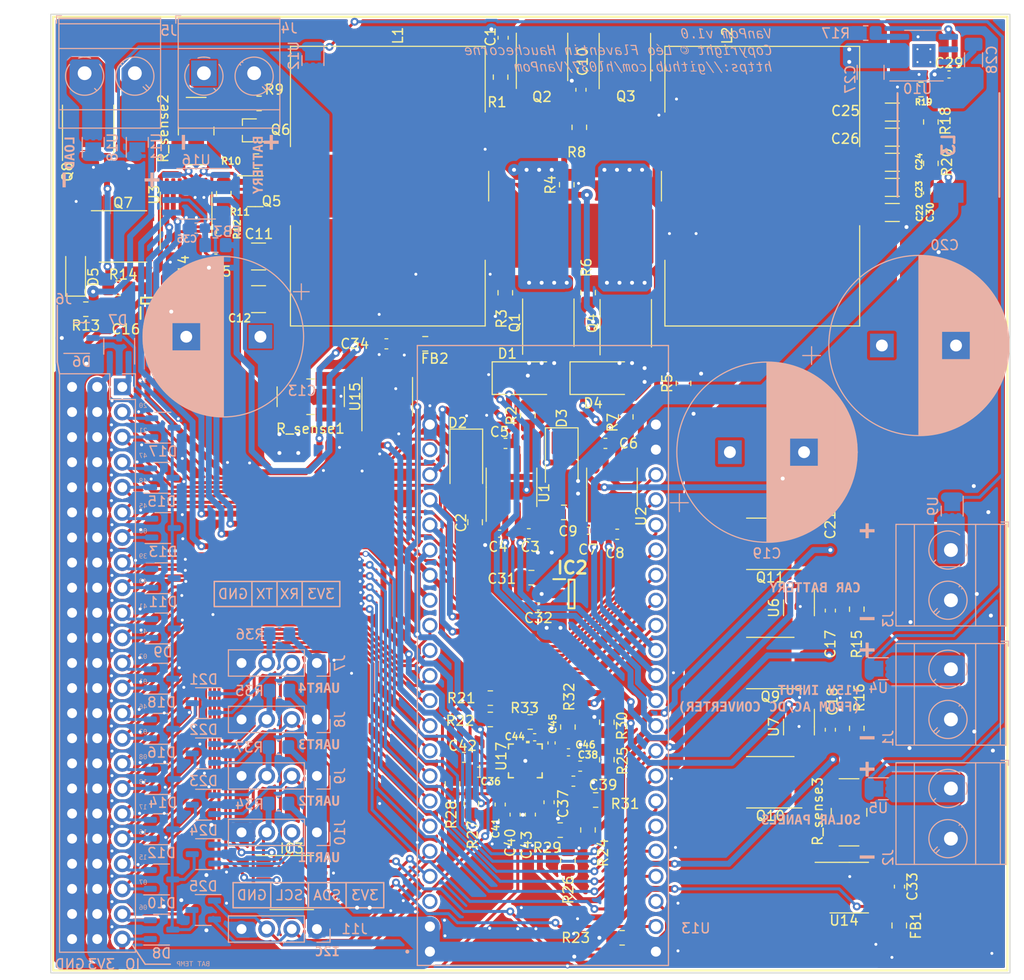
<source format=kicad_pcb>
(kicad_pcb (version 20221018) (generator pcbnew)
  (title_block (title "VanPom") (date "2023-11-24") (rev "v0.4.0") (company "leo-flaventin.com"))
  (layers (0 "F.Cu" signal) (31 "B.Cu" signal) (34 "B.Paste" user) (35 "F.Paste" user) (36 "B.SilkS" user "B.Silkscreen") (37 "F.SilkS" user "F.Silkscreen") (38 "B.Mask" user) (39 "F.Mask" user) (44 "Edge.Cuts" user))
  (net 0 "")
  (net 1 "Net-(C1-Pad1)")
  (net 2 "P-")
  (net 3 "+10V")
  (net 4 "PW_L1")
  (net 5 "PW_H1")
  (net 6 "Net-(D1-K)")
  (net 7 "Net-(D2-K)")
  (net 8 "Net-(D4-K)")
  (net 9 "Net-(D3-K)")
  (net 10 "PW_H2")
  (net 11 "PW_L2")
  (net 12 "Net-(C10-Pad1)")
  (net 13 "+3V3")
  (net 14 "Net-(U3-REG25)")
  (net 15 "Net-(U6-VCAP)")
  (net 16 "V_S")
  (net 17 "Net-(U7-VCAP)")
  (net 18 "V_IN")
  (net 19 "Net-(U8-VCAP)")
  (net 20 "V_A")
  (net 21 "Net-(U10-SW)")
  (net 22 "Net-(U10-BST)")
  (net 23 "Net-(U10-FB)")
  (net 24 "Net-(C30-Pad1)")
  (net 25 "Net-(U14-V+)")
  (net 26 "Net-(U15-V+)")
  (net 27 "Net-(U16-V+)")
  (net 28 "103AT")
  (net 29 "Net-(U17-DVDD)")
  (net 30 "Net-(U17-DECAP)")
  (net 31 "Net-(U17-AVDD)")
  (net 32 "Net-(D5-K)")
  (net 33 "TVS_3v3")
  (net 34 "GPIO19")
  (net 35 "GPIO20")
  (net 36 "GPIO40")
  (net 37 "GPIO41")
  (net 38 "GPIO21")
  (net 39 "GPIO47")
  (net 40 "GPIO42")
  (net 41 "GPIO2")
  (net 42 "GPIO48")
  (net 43 "GPIO45")
  (net 44 "GPIO1")
  (net 45 "GPIO46")
  (net 46 "GPIO0")
  (net 47 "Net-(C11-Pad1)")
  (net 48 "GPIO3")
  (net 49 "GPIO8")
  (net 50 "GPIO18")
  (net 51 "GPIO17")
  (net 52 "GPIO39")
  (net 53 "GPIO16")
  (net 54 "GPIO15")
  (net 55 "GPIO7")
  (net 56 "GPIO6")
  (net 57 "TX3")
  (net 58 "RX3")
  (net 59 "TX2")
  (net 60 "RX2")
  (net 61 "TX1")
  (net 62 "RX1")
  (net 63 "SCL")
  (net 64 "SDA")
  (net 65 "L_EN")
  (net 66 "Net-(IC1-OUT)")
  (net 67 "TX0")
  (net 68 "TX_COM")
  (net 69 "Net-(L1-Pad2)")
  (net 70 "UART_A1")
  (net 71 "UART_A0")
  (net 72 "RX0")
  (net 73 "RX_COM")
  (net 74 "P+")
  (net 75 "BAT+")
  (net 76 "BAT-")
  (net 77 "OUT-")
  (net 78 "Net-(L2-Pad1)")
  (net 79 "Net-(Q1-S-Pad2)")
  (net 80 "Net-(Q2-S-Pad2)")
  (net 81 "Net-(Q3-S-Pad2)")
  (net 82 "Net-(Q4-S-Pad2)")
  (net 83 "Net-(Q7-S-Pad3)")
  (net 84 "Net-(Q5-G)")
  (net 85 "Net-(Q6-D)")
  (net 86 "Net-(Q6-G)")
  (net 87 "Net-(Q8-S-Pad2)")
  (net 88 "Net-(U6-GATE)")
  (net 89 "Net-(U7-GATE)")
  (net 90 "Net-(U8-GATE)")
  (net 91 "Net-(U1-LO)")
  (net 92 "Net-(U1-HO)")
  (net 93 "Net-(U2-HO)")
  (net 94 "Net-(U2-LO)")
  (net 95 "Net-(U3-BAT)")
  (net 96 "S_EN")
  (net 97 "P_EN")
  (net 98 "Net-(U10-RON)")
  (net 99 "Net-(U17-ADDR)")
  (net 100 "A_EN")
  (net 101 "TVS")
  (net 106 "P+_S-")
  (net 107 "Bu+_S-")
  (net 108 "Bu+_S+")
  (net 109 "B-_S-")
  (net 110 "B-_S+")
  (net 111 "P+_S+")
  (net 112 "V_P")
  (net 113 "AIO_1")
  (net 114 "AIO_5")
  (net 115 "AIO_7")
  (net 116 "AIO_6")
  (net 117 "AIO_2")
  (net 118 "AIO_0")
  (net 119 "AIO_4")
  (net 120 "Net-(Q5-D)")
  (footprint "Capacitor_SMD:C_1206_3216Metric_Pad1.33x1.80mm_HandSolder" (layer "F.Cu") (at 109.1679 43.3578)
    (fp_text reference "C24")
    (fp_text value "4.7u")
  )
  (footprint "Capacitor_SMD:C_0603_1608Metric_Pad1.08x0.95mm_HandSolder" (layer "F.Cu") (at 69.5054 108.3553 -90)
    (fp_text reference "C41")
    (fp_text value "0.1u")
  )
  (footprint "Diode_SMD:D_SMA" (layer "F.Cu") (at 66.0764 73.8698 -90)
    (fp_text reference "D2")
    (fp_text value "D")
  )
  (footprint "Capacitor_SMD:C_0402_1005Metric_Pad0.74x0.62mm_HandSolder" (layer "F.Cu") (at 72.989901 101.5476)
    (fp_text reference "C44")
    (fp_text value "1u")
  )
  (footprint "Diode_SMD:D_SOD-123" (layer "F.Cu") (at 26.5574 54.5418 90)
    (fp_text reference "D5")
    (fp_text value "BZT52C15-7-F")
  )
  (footprint "Resistor_SMD:R_0805_2012Metric_Pad1.20x1.40mm_HandSolder" (layer "F.Cu") (at 72.5374 99.9998 180)
    (fp_text reference "R33")
    (fp_text value "R")
  )
  (footprint "Capacitor_SMD:C_1206_3216Metric_Pad1.33x1.80mm_HandSolder" (layer "F.Cu") (at 109.1679 48.4378)
    (fp_text reference "C22")
    (fp_text value "4.7u")
  )
  (footprint "Capacitor_SMD:C_0805_2012Metric_Pad1.18x1.45mm_HandSolder" (layer "F.Cu") (at 72.6589 85.3948)
    (fp_text reference "C31")
    (fp_text value "1u")
  )
  (footprint "Resistor_SMD:R_0805_2012Metric_Pad1.20x1.40mm_HandSolder" (layer "F.Cu") (at 112.0664 35.9918 180)
    (fp_text reference "R19")
    (fp_text value "30k")
  )
  (footprint "Resistor_SMD:R_0805_2012Metric_Pad1.20x1.40mm_HandSolder" (layer "F.Cu") (at 76.351401 113.9776 90)
    (fp_text reference "R26")
    (fp_text value "1.8M")
  )
  (footprint "Package_SO:SOIC-8_3.9x4.9mm_P1.27mm" (layer "F.Cu") (at 104.8114 116.7638)
    (fp_text reference "U14")
    (fp_text value "INA240A2D")
  )
  (footprint "Resistor_SMD:R_0805_2012Metric_Pad1.20x1.40mm_HandSolder" (layer "F.Cu") (at 70.019 56.5614 90)
    (fp_text reference "R3")
    (fp_text value "2.21")
  )
  (footprint "Resistor_SMD:R_0805_2012Metric_Pad1.20x1.40mm_HandSolder" (layer "F.Cu") (at 105.5734 100.6508 90)
    (fp_text reference "R16")
    (fp_text value "100k")
  )
  (footprint "Resistor_SMD:R_0805_2012Metric_Pad1.20x1.40mm_HandSolder" (layer "F.Cu") (at 30.8594 56.1068)
    (fp_text reference "R14")
    (fp_text value "5.11")
  )
  (footprint "Capacitor_SMD:C_0402_1005Metric_Pad0.74x0.62mm_HandSolder" (layer "F.Cu") (at 74.700401 102.1231 90)
    (fp_text reference "C45")
    (fp_text value "1u")
  )
  (footprint "Package_TO_SOT_SMD:SOT-23-6" (layer "F.Cu") (at 99.7254 88.4483 -90)
    (fp_text reference "U6")
    (fp_text value "LM74700")
  )
  (footprint "Resistor_SMD:R_0805_2012Metric_Pad1.20x1.40mm_HandSolder" (layer "F.Cu") (at 79.161401 107.8976)
    (fp_text reference "R31")
    (fp_text value "200k")
  )
  (footprint "Capacitor_SMD:C_0603_1608Metric_Pad1.08x0.95mm_HandSolder" (layer "F.Cu") (at 72.5534 109.3713 -90)
    (fp_text reference "C43")
    (fp_text value "0.1u")
  )
  (footprint "Perso:SOT95P280X145-5N" (layer "F.Cu") (at 34.6194 57.3568 90)
    (fp_text reference "IC1")
    (fp_text value "UCC27517DBVR" hide)
  )
  (footprint "Capacitor_SMD:C_0603_1608Metric_Pad1.08x0.95mm_HandSolder" (layer "F.Cu") (at 74.446401 108.1251 -90)
    (fp_text reference "C37")
    (fp_text value "0.1u")
  )
  (footprint "Capacitor_SMD:C_0603_1608Metric_Pad1.08x0.95mm_HandSolder" (layer "F.Cu") (at 69.7984 30.7583 90)
    (fp_text reference "C1")
    (fp_text value "1000p")
  )
  (footprint "Capacitor_SMD:C_0603_1608Metric_Pad1.08x0.95mm_HandSolder" (layer "F.Cu") (at 71.017401 109.3741 -90)
    (fp_text reference "C40")
    (fp_text value "0.1u")
  )
  (footprint "Capacitor_SMD:C_0603_1608Metric_Pad1.08x0.95mm_HandSolder" (layer "F.Cu") (at 77.594901 104.4686)
    (fp_text reference "C38")
    (fp_text value "0.1u")
  )
  (footprint "Perso:SOT95P280X145-5N" (layer "F.Cu") (at 76.7244 87.0458)
    (fp_text reference "IC2")
    (fp_text value "TLV70433DBVT" hide)
  )
  (footprint "Package_SO:SOIC-8_3.9x4.9mm_P1.27mm" (layer "F.Cu") (at 58.0754 67.0848 90)
    (fp_text reference "U15")
    (fp_text value "INA240A2D")
  )
  (footprint "Resistor_SMD:R_0805_2012Metric_Pad1.20x1.40mm_HandSolder" (layer "F.Cu") (at 81.8404 121.8438)
    (fp_text reference "R23")
    (fp_text value "100k")
  )
  (footprint "Perso:R_Shunt_Ohmite_LVK25-fixed" (layer "F.Cu") (at 50.3374 67.0848 90)
    (fp_text reference "R_sense1")
    (fp_text value "2m")
  )
  (footprint "Package_SON:VSONP-8-1EP_5x6_P1.27mm" (layer "F.Cu") (at 96.8254 81.9708 180)
    (fp_text reference "Q11")
    (fp_text value "CSD18540Q5B")
  )
  (footprint "Package_SON:VSONP-8-1EP_5x6_P1.27mm" (layer "F.Cu") (at 74.3704 59.5898 90)
    (fp_text reference "Q1")
    (fp_text value "CSD19531Q5A")
  )
  (footprint "Resistor_SMD:R_0805_2012Metric_Pad1.20x1.40mm_HandSolder" (layer "F.Cu") (at 82.2054 69.1228 90)
    (fp_text reference "R7")
    (fp_text value "4.42")
  )
  (footprint "Resistor_SMD:R_0805_2012Metric_Pad1.20x1.40mm_HandSolder" (layer "F.Cu") (at 113.0664 39.2778 90)
    (fp_text reference "R18")
    (fp_text value "220k")
  )
  (footprint "Perso:WQFN16_RTE_TEX-L" (layer "F.Cu") (at 72.0454 103.9368 90)
    (fp_text reference "U17")
    (fp_text value "TLA2528IRTER")
  )
  (footprint "Package_SON:VSONP-8-1EP_5x6_P1.27mm" (layer "F.Cu") (at 96.8254 94.0358 180)
    (fp_text reference "Q9")
    (fp_text value "CSD18540Q5B")
  )
  (footprint "Package_SON:VSONP-8-1EP_5x6_P1.27mm" (layer "F.Cu") (at 73.7354 32.6898 90)
    (fp_text reference "Q2")
    (fp_text value "CSD19531Q5A")
  )
  (footprint "Resistor_SMD:R_0805_2012Metric_Pad1.20x1.40mm_HandSolder" (layer "F.Cu") (at 68.5054 99.7458 180)
    (fp_text reference "R22")
    (fp_text value "10k")
  )
  (footprint "Capacitor_SMD:C_0805_2012Metric_Pad1.18x1.45mm_HandSolder" (layer "F.Cu") (at 75.9609 78.7908 180)
    (fp_text reference "C9")
    (fp_text value "1u")
  )
  (footprint "Resistor_SMD:R_0805_2012Metric_Pad1.20x1.40mm_HandSolder" (layer "F.Cu") (at 77.5064 39.8178 90)
    (fp_text reference "R8")
    (fp_text value "5.6")
  )
  (footprint "Capacitor_SMD:C_0603_1608Metric_Pad1.08x0.95mm_HandSolder" (layer "F.Cu") (at 67.360901 105.0798 180)
    (fp_text reference "C36")
    (fp_text value "0.1u")
  )
  (footprint "Capacitor_SMD:C_0603_1608Metric_Pad1.08x0.95mm_HandSolder" (layer "F.Cu") (at 109.8914 116.6633 90)
    (fp_text reference "C33")
    (fp_text value "0.1u")
  )
  (footprint "Resistor_SMD:R_0805_2012Metric_Pad1.20x1.40mm_HandSolder" (layer "F.Cu") (at 41.5434 46.5258 -90)
    (fp_text reference "R11")
    (fp_text value "390k")
  )
  (footprint "Resistor_SMD:R_0805_2012Metric_Pad1.20x1.40mm_HandSolder" (layer "F.Cu") (at 27.5894 58.2258 180)
    (fp_text reference "R13")
    (fp_text value "10k")
  )
  (footprint "Capacitor_SMD:C_1210_3225Metric_Pad1.33x2.70mm_HandSolder" (layer "F.Cu") (at 45.0609 52.8918 180)
    (fp_text reference "C11")
    (fp_text value "10u")
  )
  (footprint "Package_TO_SOT_SMD:SOT-23-6" (layer "F.Cu") (at 99.7254 100.5133 -90)
    (fp_text reference "U7")
    (fp_text value "LM74700")
  )
  (footprint "Capacitor_SMD:C_0603_1608Metric_Pad1.08x0.95mm_HandSolder" (layer "F.Cu") (at 72.3999 80.9498)
    (fp_text reference "C3")
    (fp_text value "220p")
  )
  (footprint "Resistor_SMD:R_0805_2012Metric_Pad1.20x1.40mm_HandSolder" (layer "F.Cu") (at 45.1154 37.3978)
    (fp_text reference "R9")
    (fp_text value "240k")
  )
  (footprint "Capacitor_SMD:C_0805_2012Metric_Pad1.18x1.45mm_HandSolder" (layer "F.Cu") (at 61.9249 61.7288)
    (fp_text reference "FB2")
    (fp_text value "74279201")
  )
  (footprint "Capacitor_SMD:C_1206_3216Metric_Pad1.33x1.80mm_HandSolder" (layer "F.Cu") (at 109.1679 40.8178)
    (fp_text reference "C26")
    (fp_text value "4.7u")
  )
  (footprint "Package_SON:VSONP-8-1EP_5x6_P1.27mm" (layer "F.Cu") (at 82.2054 59.6478 90)
    (fp_text reference "Q4")
    (fp_text value "CSD19531Q5A")
  )
  (footprint "Capacitor_SMD:C_0402_1005Metric_Pad0.74x0.62mm_HandSolder" (layer "F.Cu") (at 73.3749 88.3158 180)
    (fp_text reference "C32")
    (fp_text value "1u")
  )
  (footprint "Resistor_SMD:R_0805_2012Metric_Pad1.20x1.40mm_HandSolder" (layer "F.Cu") (at 44.8614 43.2398)
    (fp_text reference "R10")
    (fp_text value "330k")
  )
  (footprint "Resistor_SMD:R_0805_2012Metric_Pad1.20x1.40mm_HandSolder" (layer "F.Cu") (at 80.288401 103.8176 90)
    (fp_text reference "R25")
    (fp_text value "1.8M")
  )
  (footprint "Package_SO:TSSOP-14_4.4x5mm_P0.65mm" (layer "F.Cu") (at 37.7334 48.5738 90)
    (fp_text reference "U3")
    (fp_text value "BQ34Z100-R2")
  )
  (footprint "Capacitor_SMD:C_0805_2012Metric_Pad1.18x1.45mm_HandSolder" (layer "F.Cu") (at 66.9654 79.7853 -90)
    (fp_text reference "C2")
    (fp_text value "1u")
  )
  (footprint "Resistor_SMD:R_0805_2012Metric_Pad1.20x1.40mm_HandSolder" (layer "F.Cu") (at 78.3954 56.5498 90)
    (fp_text reference "R6")
    (fp_text value "2.21")
  )
  (footprint "Resistor_SMD:R_0805_2012Metric_Pad1.20x1.40mm_HandSolder" (layer "F.Cu") (at 64.6794 106.2626 90)
    (fp_text reference "R28")
    (fp_text value "200k")
  )
  (footprint "Package_TO_SOT_SMD:SOT-323_SC-70_Handsoldering" (layer "F.Cu") (at 44.1619 40.1258 180)
    (fp_text reference "Q6")
    (fp_text value "BSS84W-7-F")
  )
  (footprint "Capacitor_SMD:C_0402_1005Metric_Pad0.74x0.62mm_HandSolder" (layer "F.Cu") (at 112.6854 46.4653 -90)
    (fp_text reference "C30")
    (fp_text value "10n")
  )
  (footprint "Package_SO:SOIC-8_3.9x4.9mm_P1.27mm" (layer "F.Cu") (at 80.8084 76.2508 90)
    (fp_text reference "U2")
    (fp_text value "LM5109BMA/NOPB")
  )
  (footprint "Package_TO_SOT_SMD:SOT-23-6" (layer "F.Cu") (at 99.7254 76.3833 -90)
    (fp_text reference "U8")
    (fp_text value "LM74700")
  )
  (footprint "Capacitor_SMD:C_0603_1608Metric_Pad1.08x0.95mm_HandSolder" (layer "F.Cu") (at 65.836901 103.5796 180)
    (fp_text reference "C42")
    (fp_text value "0.1u")
  )
  (footprint "Resistor_SMD:R_0805_2012Metric_Pad1.20x1.40mm_HandSolder" (layer "F.Cu") (at 80.288401 100.0236 90)
    (fp_text reference "R30")
    (fp_text value "200k")
  )
  (footprint "Package_SON:VSONP-8-1EP_5x6_P1.27mm" (layer "F.Cu") (at 96.8254 106.1008 180)
    (fp_text reference "Q10")
    (fp_text value "CSD18540Q5B")
  )
  (footprint "Capacitor_SMD:C_0603_1608Metric_Pad1.08x0.95mm_HandSolder" (layer "F.Cu") (at 80.1469 71.8058 180)
    (fp_text reference "C6")
    (fp_text value "0.1u")
  )
  (footprint "Inductor_SMD:L_Wuerth_HCF-2818" (layer "F.Cu") (at 96.0144 45.7758 -90)
    (fp_text reference "L2")
    (fp_text value "22u")
  )
  (footprint "Inductor_SMD:L_Wuerth_HCF-2818" (layer "F.Cu") (at 58.1374 45.7708 90)
    (fp_text reference "L1")
    (fp_text value "22u")
  )
  (footprint "Capacitor_SMD:C_0603_1608Metric_Pad1.08x0.95mm_HandSolder" (layer "F.Cu") (at 102.9004 100.7883 -90)
    (fp_text reference "C18")
    (fp_text value "0.1u")
  )
  (footprint "Capacitor_SMD:C_1206_3216Metric_Pad1.33x1.80mm_HandSolder" (layer "F.Cu") (at 109.1679 38.2778)
    (fp_text reference "C25")
    (fp_text value "4.7u")
  )
  (footprint "Capacitor_SMD:C_1210_3225Metric_Pad1.33x2.70mm_HandSolder" (layer "F.Cu") (at 45.0609 57.2098 180)
    (fp_text reference "C12")
    (fp_text value "10u")
  )
  (footprint "Resistor_SMD:R_0805_2012Metric_Pad1.20x1.40mm_HandSolder" (layer "F.Cu") (at 75.573401 110.9456 180)
    (fp_text reference "R29")
    (fp_text value "200k")
  )
  (footprint "Diode_SMD:D_SMA" (layer "F.Cu") (at 72.2044 65.2018)
    (fp_text reference "D1")
    (fp_text value "B1100-13-F")
  )
  (footprint "Capacitor_SMD:C_0603_1608Metric_Pad1.08x0.95mm_HandSolder" (layer "F.Cu") (at 76.906901 105.9926)
    (fp_text reference "C39")
    (fp_text value "0.1u")
  )
  (footprint "Capacitor_SMD:C_1206_3216Metric_Pad1.33x1.80mm_HandSolder" (layer "F.Cu") (at 109.1679 45.8978)
    (fp_text reference "C23")
    (fp_text value "4.7u")
  )
  (footprint "Perso:R_Shunt_Ohmite_LVK25-fixed" (layer "F.Cu") (at 104.7894 109.1438)
    (fp_text reference "R_sense3")
    (fp_text value "2m")
  )
  (footprint "Resistor_SMD:R_0805_2012Metric_Pad1.20x1.40mm_HandSolder" (layer "F.Cu") (at 72.2994 68.9958 90)
    (fp_text reference "R2")
    (fp_text value "4.42")
  )
  (footprint "Resistor_SMD:R_0805_2012Metric_Pad1.20x1.40mm_HandSolder" (layer "F.Cu") (at 76.2364 45.6278 90)
    (fp_text reference "R4")
    (fp_text value "2.21")
  )
  (footprint "Capacitor_SMD:C_0603_1608Metric_Pad1.08x0.95mm_HandSolder" (layer "F.Cu") (at 34.6854 60.2578)
    (fp_text reference "C16")
    (fp_text value "0.1u")
  )
  (footprint "Capacitor_SMD:C_0402_1005Metric_Pad0.74x0.62mm_HandSolder" (layer "F.Cu") (at 40.7439 53.0098)
    (fp_text reference "C15")
    (fp_text value "1u")
  )
  (footprint "Diode_SMD:D_SMA" (layer "F.Cu") (at 75.7284 73.7408 -90)
    (fp_text reference "D3")
    (fp_text value "D")
  )
  (footprint "Resistor_SMD:R_0805_2012Metric_Pad1.20x1.40mm_HandSolder" (layer "F.Cu") (at 41.5434 50.3358 -90)
    (fp_text reference "R12")
    (fp_text value "30k")
  )
  (footprint "Package_SON:VSONP-8-1EP_5x6_P1.27mm" (layer "F.Cu") (at 82.1174 32.7108 90)
    (fp_text reference "Q3")
    (fp_text value "CSD19531Q5A")
  )
  (footprint "Resistor_SMD:R_0805_2012Metric_Pad1.20x1.40mm_HandSolder" (layer "F.Cu") (at 78.383401 110.9296 90)
    (fp_text reference "R24")
    (fp_text value "1.8M")
  )
  (footprint "Capacitor_SMD:C_0402_1005Metric_Pad0.74x0.62mm_HandSolder" (layer "F.Cu") (at 114.9039 34.4678)
    (fp_text reference "C29")
    (fp_text value "50n")
  )
  (footprint "Perso:R_Shunt_Ohmite_LVK25-fixed" (layer "F.Cu") (at 38.7494 40.1918)
    (fp_text reference "R_sense2")
    (fp_text value "2m")
  )
  (footprint "Capacitor_SMD:C_0603_1608Metric_Pad1.08x0.95mm_HandSolder" (layer "F.Cu") (at 70.0399 71.8058 180)
    (fp_text reference "C5")
    (fp_text value "0.1u")
  )
  (footprint "Diode_SMD:D_SMA" (layer "F.Cu") (at 80.0784 65.2018)
    (fp_text reference "D4")
    (fp_text value "B1100-13-F")
  )
  (footprint "Package_SO:SOIC-8_3.9x4.9mm_P1.27mm" (layer "F.Cu") (at 70.6484 76.2508 90)
    (fp_text reference "U1")
    (fp_text value "LM5109BMA/NOPB")
  )
  (footprint "Capacitor_SMD:C_0402_1005Metric_Pad0.74x0.62mm_HandSolder" (layer "F.Cu") (at 76.410901 103.0716)
    (fp_text reference "C46")
    (fp_text value "1u")
  )
  (footprint "Capacitor_SMD:C_0805_2012Metric_Pad1.18x1.45mm_HandSolder" (layer "F.Cu") (at 109.8699 120.5953 -90)
    (fp_text reference "FB1")
    (fp_text value "74279201")
  )
  (footprint "Capacitor_SMD:C_0402_1005Metric_Pad0.74x0.62mm_HandSolder" (layer "F.Cu") (at 78.4375 80.645 180)
    (fp_text reference "C7")
    (fp_text value "560p")
  )
  (footprint "Resistor_SMD:R_0805_2012Metric_Pad1.20x1.40mm_HandSolder" (layer "F.Cu") (at 105.5734 88.5858 90)
    (fp_text reference "R15")
    (fp_text value "100k")
  )
  (footprint "Resistor_SMD:R_0805_2012Metric_Pad1.20x1.40mm_HandSolder" (layer "F.Cu") (at 88.0474 65.7258 90)
    (fp_text reference "R5")
    (fp_text value "2.21")
  )
  (footprint "Capacitor_SMD:C_0603_1608Metric_Pad1.08x0.95mm_HandSolder" (layer "F.Cu") (at 102.9004 88.7233 -90)
    (fp_text reference "C17")
    (fp_text value "0.1u")
  )
  (footprint "Resistor_SMD:R_0805_2012Metric_Pad1.20x1.40mm_HandSolder" (layer "F.Cu") (at 76.351401 100.5156 90)
    (fp_text reference "R32")
    (fp_text value "R")
  )
  (footprint "Resistor_SMD:R_0805_2012Metric_Pad1.20x1.40mm_HandSolder" (layer "F.Cu") (at 68.5054 97.5868 180)
    (fp_text reference "R21")
    (fp_text value "10k")
  )
  (footprint "Resistor_SMD:R_0805_2012Metric_Pad1.20x1.40mm_HandSolder" (layer "F.Cu") (at 69.5444 34.7378 90)
    (fp_text reference "R1")
    (fp_text value "5.6")
  )
  (footprint "Capacitor_SMD:C_0603_1608Metric_Pad1.08x0.95mm_HandSolder" (layer "F.Cu") (at 77.6724 36.0183 90)
    (fp_text reference "C10")
    (fp_text value "1000p")
  )
  (footprint "Capacitor_SMD:C_0603_1608Metric_Pad1.08x0.95mm_HandSolder" (layer "F.Cu") (at 102.9004 76.6583 -90)
    (fp_text reference "C21")
    (fp_text value "0.1u")
  )
  (footprint "Capacitor_SMD:C_0603_1608Metric_Pad1.08x0.95mm_HandSolder" (layer "F.Cu") (at 38.7714 54.1793 -90)
    (fp_text reference "C14")
    (fp_text value "0.1u")
  )
  (footprint "Package_SON:VSONP-8-1EP_5x6_P1.27mm" (layer "F.Cu") (at 31.3494 50.8598)
    (fp_text reference "Q7")
    (fp_text value "CSD18540Q5B")
  )
  (footprint "Package_SON:VSONP-8-1EP_5x6_P1.27mm" (layer "F.Cu") (at 27.8274 39.9718 90)
    (fp_text reference "Q8")
    (fp_text value "CSD18540Q5B")
  )
  (footprint "Package_TO_SOT_SMD:SOT-23-3" (layer "F.Cu") (at 44.7239 46.2878)
    (fp_text reference "Q5")
    (fp_text value "NX7002AK,215")
  )
  (footprint "Capacitor_SMD:C_0603_1608Metric_Pad1.08x0.95mm_HandSolder" (layer "F.Cu") (at 81.3407 81.0006)
    (fp_text reference "C8")
    (fp_text value "220p")
  )
  (footprint "Capacitor_SMD:C_0402_1005Metric_Pad0.74x0.62mm_HandSolder" (layer "F.Cu") (at 69.4459 80.9498 180)
    (fp_text reference "C4")
    (fp_text value "560p")
  )
  (footprint "Package_SO:TSSOP-16_4.4x5mm_P0.65mm" (layer "F.Cu") (at 48.4234 116.2558)
    (fp_text reference "IC3")
    (fp_text value "SN74LV4052APWR")
  )
  (footprint "Resistor_SMD:R_0805_2012Metric_Pad1.20x1.40mm_HandSolder" (layer "F.Cu") (at 113.0664 43.4688 -90)
    (fp_text reference "R20")
    (fp_text value "3.00")
  )
  (footprint "Capacitor_SMD:C_0603_1608Metric_Pad1.08x0.95mm_HandSolder" (layer "F.Cu") (at 57.9929 61.7288 180)
    (fp_text reference "C34")
    (fp_text value "0.1u")
  )
  (footprint "Resistor_SMD:R_0805_2012Metric_Pad1.20x1.40mm_HandSolder" (layer "F.Cu") (at 66.5844 108.2626 90)
    (fp_text reference "R27")
    (fp_text value "1.8M")
  )
  (footprint "Package_TO_SOT_SMD:SOT-23-3" (layer "B.Cu") (at 35.2464 110.8558)
    (fp_text reference "D12")
    (fp_text value "PESD2USB3UXT-QR")
  )
  (footprint "Resistor_SMD:R_0805_2012Metric_Pad1.20x1.40mm_HandSolder" (layer "B.Cu") (at 47.0744 108.2548 180)
    (fp_text reference "R34")
    (fp_text value "100k")
  )
  (footprint "Connector_PinHeader_2.54mm:PinHeader_1x04_P2.54mm_Vertical" (layer "B.Cu") (at 50.9634 105.4608 90)
    (fp_text reference "J9")
    (fp_text value "UART2")
  )
  (footprint "Package_SON:WSON-6-1EP_2x2mm_P0.65mm_EP1x1.6mm" (layer "B.Cu") (at 28.3354 41.8413 90)
    (fp_text reference "U18")
    (fp_text value "TVS3300DRV")
  )
  (footprint "Resistor_SMD:R_0805_2012Metric_Pad1.20x1.40mm_HandSolder" (layer "B.Cu") (at 47.0744 102.5398 180)
    (fp_text reference "R37")
    (fp_text value "100k")
  )
  (footprint "Capacitor_SMD:C_0805_2012Metric_Pad1.18x1.45mm_HandSolder" (layer "B.Cu") (at 40.6979 51.7398)
    (fp_text reference "FB3")
    (fp_text value "74279201")
  )
  (footprint "Package_TO_SOT_SMD:SOT-23-3" (layer "B.Cu") (at 35.2464 100.6958)
    (fp_text reference "D16")
    (fp_text value "PESD2USB3UXT-QR")
  )
  (footprint "Perso:INDPM105103X500N" (layer "B.Cu") (at 114.8444 41.6038 -90)
    (fp_text reference "L3")
    (fp_text value "220u" hide)
  )
  (footprint "Package_TO_SOT_SMD:SOT-23-3" (layer "B.Cu") (at 35.3909 85.4558)
    (fp_text reference "D11")
    (fp_text value "PESD2USB3UXT-QR")
  )
  (footprint "Package_TO_SOT_SMD:SOT-23-3" (layer "B.Cu") (at 30.9634 61.9783 90)
    (fp_text reference "D7")
    (fp_text value "PESD2USB3UXT-QR")
  )
  (footprint "Package_TO_SOT_SMD:SOT-23-3" (layer "B.Cu") (at 35.3909 70.2158)
    (fp_text reference "D17")
    (fp_text value "PESD2USB3UXT-QR")
  )
  (footprint "Package_TO_SOT_SMD:SOT-23-3" (layer "B.Cu") (at 35.3909 80.3758)
    (fp_text reference "D13")
    (fp_text value "PESD2USB3UXT-QR")
  )
  (footprint "TerminalBlock_MetzConnect:TerminalBlock_MetzConnect_Type073_RT02602HBLU_1x02_P5.08mm_Horizontal" (layer "B.Cu") (at 115.0984 106.7308 -90)
    (fp_text reference "J2")
    (fp_text value "OSTT7020150")
  )
  (footprint "Package_TO_SOT_SMD:SOT-23-3" (layer "B.Cu") (at 35.2464 95.6208)
    (fp_text reference "D18")
    (fp_text value "PESD2USB3UXT-QR")
  )
  (footprint "Package_TO_SOT_SMD:SOT-23-3" (layer "B.Cu") (at 39.4628 119.0294 180)
    (fp_text reference "D25")
    (fp_text value "PESD2USB3UXT-QR")
  )
  (footprint "Capacitor_SMD:C_1210_3225Metric_Pad1.33x2.70mm_HandSolder" (layer "B.Cu") (at 106.9704 34.2523 90)
    (fp_text reference "C27")
    (fp_text value "10u")
  )
  (footprint "Package_SON:WSON-6-1EP_2x2mm_P0.65mm_EP1x1.6mm" (layer "B.Cu") (at 50.5634 32.5613 -90)
    (fp_text reference "U12")
    (fp_text value "TVS3300DRV")
  )
  (footprint "Resistor_SMD:R_0805_2012Metric_Pad1.20x1.40mm_HandSolder" (layer "B.Cu") (at 106.4784 30.2768)
    (fp_text reference "R17")
    (fp_text value "140k")
  )
  (footprint "Package_SON:WSON-6-1EP_2x2mm_P0.65mm_EP1x1.6mm" (layer "B.Cu") (at 107.7578 94.6086)
    (fp_text reference "U4")
    (fp_text value "TVS3300DRV")
  )
  (footprint "Connector_PinHeader_2.54mm:PinHeader_1x04_P2.54mm_Vertical" (layer "B.Cu") (at 50.9634 99.7458 90)
    (fp_text reference "J8")
    (fp_text value "UART3")
  )
  (footprint "Package_TO_SOT_SMD:SOT-23-3" (layer "B.Cu") (at 39.4937 113.3754 180)
    (fp_text reference "D24")
    (fp_text value "PESD2USB3UXT-QR")
  )
  (footprint "TerminalBlock_MetzConnect:TerminalBlock_MetzConnect_Type073_RT02602HBLU_1x02_P5.08mm_Horizontal" (layer "B.Cu") (at 115.0984 94.6658 -90)
    (fp_text reference "J1")
    (fp_text value "OSTT7020150")
  )
  (footprint "Package_TO_SOT_SMD:SOT-23-3" (layer "B.Cu") (at 39.4882 103.1798 180)
    (fp_text reference "D22")
    (fp_text value "PESD2USB3UXT-QR")
  )
  (footprint "Perso:PinHeader_3x23_P2.54mm_Vertical" (layer "B.Cu") (at 31.2784 66.0908 180)
    (fp_text reference "J6")
    (fp_text value "Conn_03x23_Row_Letter_First")
  )
  (footprint "Package_TO_SOT_SMD:SOT-23-3" (layer "B.Cu") (at 35.2718 75.2906)
    (fp_text reference "D15")
    (fp_text value "PESD2USB3UXT-QR")
  )
  (footprint "Package_TO_SOT_SMD:SOT-23-3" (layer "B.Cu") (at 35.3734 105.7758)
    (fp_text reference "D14")
    (fp_text value "PESD2USB3UXT-QR")
  )
  (footprint "Resistor_SMD:R_0805_2012Metric_Pad1.20x1.40mm_HandSolder" (layer "B.Cu") (at 47.1694 96.8248 180)
    (fp_text reference "R35")
    (fp_text value "100k")
  )
  (footprint "Package_TO_SOT_SMD:SOT-23-3" (layer "B.Cu") (at 39.4882 98.0948 180)
    (fp_text reference "D21")
    (fp_text value "PESD2USB3UXT-QR")
  )
  (footprint "Capacitor_THT:CP_Radial_D16.0mm_P7.50mm" (layer "B.Cu") (at 45.2484 61.0108 180)
    (fp_text reference "C13")
    (fp_text value "1000u")
  )
  (footprint "Package_TO_SOT_SMD:SOT-23-3" (layer "B.Cu") (at 27.1659 61.1378)
    (fp_text reference "D6")
    (fp_text value "PESD2USB3UXT-QR")
  )
  (footprint "Package_TO_SOT_SMD:SOT-23-3" (layer "B.Cu") (at 35.2464 121.0158)
    (fp_text reference "D8")
    (fp_text value "PESD2USB3UXT-QR")
  )
  (footprint "Connector_PinHeader_2.54mm:PinHeader_1x04_P2.54mm_Vertical" (layer "B.Cu") (at 50.9634 94.0308 90)
    (fp_text reference "J7")
    (fp_text value "UART4")
  )
  (footprint "Resistor_SMD:R_0805_2012Metric_Pad1.20x1.40mm_HandSolder" (layer "B.Cu") (at 47.1694 91.1098 180)
    (fp_text reference "R36")
    (fp_text value "100k")
  )
  (footprint "Package_SON:WSON-6-1EP_2x2mm_P0.65mm_EP1x1.6mm" (layer "B.Cu") (at 115.2254 78.1558 -90)
    (fp_text reference "U9")
    (fp_text value "TVS3300DRV")
  )
  (footprint "Capacitor_SMD:C_0603_1608Metric_Pad1.08x0.95mm_HandSolder" (layer "B.Cu") (at 38.7759 50.0176 180)
    (fp_text reference "C35")
    (fp_text value "0.1u")
  )
  (footprint "TerminalBlock_MetzConnect:TerminalBlock_MetzConnect_Type073_RT02602HBLU_1x02_P5.08mm_Horizontal" (layer "B.Cu") (at 39.5334 34.3408)
    (fp_text reference "J4")
    (fp_text value "OSTT7020150")
  )
  (footprint "Package_TO_SOT_SMD:SOT-23-3" (layer "B.Cu") (at 35.3909 90.5358)
    (fp_text reference "D9")
    (fp_text value "PESD2USB3UXT-QR")
  )
  (footprint "Package_TO_SOT_SMD:SOT-23-3" (layer "B.Cu") (at 39.4937 108.3716 180)
    (fp_text reference "D23")
    (fp_text value "PESD2USB3UXT-QR")
  )
  (footprint "Package_SON:WSON-6-1EP_2x2mm_P0.65mm_EP1x1.6mm" (layer "B.Cu") (at 32.7954 41.8413 90)
    (fp_text reference "U11")
    (fp_text value "TVS3300DRV")
  )
  (footprint "Perso:XCVR_ESP32-S3-DEVKITC-1" (layer "B.Cu") (at 73.8234 93.2708)
    (fp_text reference "U13")
    (fp_text value "ESP32-S3-DEVKITC-1-N16R2")
  )
  (footprint "Package_SO:SOIC-8_3.9x4.9mm_P1.27mm" (layer "B.Cu") (at 38.7494 46.5418 180)
    (fp_text reference "U16")
    (fp_text value "INA240A2D")
  )
  (footprint "Capacitor_THT:CP_Radial_D18.0mm_P7.50mm" (layer "B.Cu") (at 108.1134 61.8998)
    (fp_text reference "C20")
    (fp_text value "1200u")
  )
  (footprint "TerminalBlock_MetzConnect:TerminalBlock_MetzConnect_Type073_RT02602HBLU_1x02_P5.08mm_Horizontal" (layer "B.Cu") (at 115.0984 82.6008 -90)
    (fp_text reference "J3")
    (fp_text value "OSTT7020150")
  )
  (footprint "Package_SON:WSON-6-1EP_2x2mm_P0.65mm_EP1x1.6mm" (layer "B.Cu") (at 107.7578 106.7562)
    (fp_text reference "U5")
    (fp_text value "TVS3300DRV")
  )
  (footprint "Connector_PinHeader_2.54mm:PinHeader_1x04_P2.54mm_Vertical" (layer "B.Cu") (at 50.9634 111.1758 90)
    (fp_text reference "J10")
    (fp_text value "UART1")
  )
  (footprint "Capacitor_SMD:C_1206_3216Metric_Pad1.33x1.80mm_HandSolder" (layer "B.Cu") (at 117.3844 32.9823 90)
    (fp_text reference "C28")
    (fp_text value "0.022u")
  )
  (footprint "Connector_PinHeader_2.54mm:PinHeader_1x04_P2.54mm_Vertical" (layer "B.Cu") (at 50.9634 120.9548 90)
    (fp_text reference "J11")
    (fp_text value "I2C")
  )
  (footprint "TerminalBlock_MetzConnect:TerminalBlock_MetzConnect_Type073_RT02602HBLU_1x02_P5.08mm_Horizontal" (layer "B.Cu") (at 27.4684 34.3408)
    (fp_text reference "J5")
    (fp_text value "OSTT7020150")
  )
  (footprint "Capacitor_THT:CP_Radial_D18.0mm_P7.50mm" (layer "B.Cu") (at 92.7394 72.6948)
    (fp_text reference "C19")
    (fp_text value "1200u")
  )
  (footprint "Perso:SOIC-8-1EP_3.9x4.9mm_P1.27mm_EP2.34x2.34mm_ThermalVias" (layer "B.Cu") (at 112.3664 32.5628)
    (fp_text reference "U10")
    (fp_text value "LM5163DDAR")
  )
  (footprint "Package_TO_SOT_SMD:SOT-23-3" (layer "B.Cu") (at 35.2464 115.9358)
    (fp_text reference "D10")
    (fp_text value "PESD2USB3UXT-QR")
  )
  (gr_line (start 46.2954 116.2608) (end 46.2954 118.8008) (stroke (width 0.15)) (layer "B.SilkS"))
  (gr_line (start 57.7254 116.2608) (end 57.7254 118.8008) (stroke (width 0.15)) (layer "B.SilkS"))
  (gr_line (start 42.4854 118.8008) (end 42.4854 116.2608) (stroke (width 0.15)) (layer "B.SilkS"))
  (gr_line (start 40.5804 85.7808) (end 53.2804 85.7808) (stroke (width 0.15)) (layer "B.SilkS"))
  (gr_line (start 40.5804 88.3208) (end 40.5804 85.7808) (stroke (width 0.15)) (layer "B.SilkS"))
  (gr_line (start 44.3904 85.7808) (end 44.3904 88.3208) (stroke (width 0.15)) (layer "B.SilkS"))
  (gr_line (start 46.9304 85.7808) (end 46.9304 88.3208) (stroke (width 0.15)) (layer "B.SilkS"))
  (gr_line (start 53.2804 85.7808) (end 53.2804 88.3208) (stroke (width 0.15)) (layer "B.SilkS"))
  (gr_line (start 42.4854 116.2608) (end 57.7254 116.2608) (stroke (width 0.15)) (layer "B.SilkS"))
  (gr_line (start 50.1054 116.2608) (end 50.1054 118.8008) (stroke (width 0.15)) (layer "B.SilkS"))
  (gr_line (start 53.9154 116.2608) (end 53.9154 118.8008) (stroke (width 0.15)) (layer "B.SilkS"))
  (gr_line (start 24.7054 63.5558) (end 24.7054 57.8408) (stroke (width 0.15)) (layer "B.SilkS"))
  (gr_line (start 36.1354 124.5158) (end 33.5954 124.5158) (stroke (width 0.15)) (layer "B.SilkS"))
  (gr_line (start 49.4704 85.7808) (end 49.4704 88.3208) (stroke (width 0.15)) (layer "B.SilkS"))
  (gr_line (start 53.2804 88.3208) (end 40.5804 88.3208) (stroke (width 0.15)) (layer "B.SilkS"))
  (gr_line (start 33.5954 124.5158) (end 32.3254 122.6108) (stroke (width 0.15)) (layer "B.SilkS"))
  (gr_line (start 57.7254 118.8008) (end 42.4854 118.8008) (stroke (width 0.15)) (layer "B.SilkS"))
  (gr_line (start 24.9284 64.7608) (end 24.7054 63.5558) (stroke (width 0.15)) (layer "B.SilkS"))
  (gr_rect (start 24.2934 28.6258) (end 120.8134 125.1458) (stroke (width 0.2)) (fill none) (layer "F.SilkS"))
  (gr_rect (start 24.0394 28.3718) (end 121.0674 125.3998) (stroke (width 0.1)) (fill none) (layer "Edge.Cuts"))
  (gr_text "17" (at 32.9604 108.6408) (layer "B.SilkS") (effects (font (size 0.5 0.5) (thickness 0.125)) (justify right mirror)))
  (gr_text "18" (at 32.9604 106.1008) (layer "B.SilkS") (effects (font (size 0.5 0.5) (thickness 0.125)) (justify right mirror)))
  (gr_text "SDA" (at 52.0104 117.5308) (layer "B.SilkS") (effects (font (size 1 1)) (justify mirror)))
  (gr_text "16" (at 32.9604 111.1808) (layer "B.SilkS") (effects (font (size 0.5 0.5) (thickness 0.125)) (justify right mirror)))
  (gr_text "20" (at 32.9604 68.0008) (layer "B.SilkS") (effects (font (size 0.5 0.5) (thickness 0.125)) (justify right mirror)))
  (gr_text "+" (at 106.6204 92.7658) (layer "B.SilkS") (effects (font (size 2 2) (thickness 0.2) bold) (justify mirror)))
  (gr_text "SOLAR PANELS" (at 105.9854 110.5458) (layer "B.SilkS") (effects (font (size 1 1) (thickness 0.2) bold) (justify left bottom mirror)))
  (gr_text "UART4" (at 53.2804 97.2108) (layer "B.SilkS") (effects (font (size 1 1) (thickness 0.2) bold) (justify left bottom mirror)))
  (gr_text "BATTERY" (at 45.6604 40.6958 90) (layer "B.SilkS") (effects (font (size 1 1) (thickness 0.2) bold) (justify left bottom mirror)))
  (gr_text "LOAD\n" (at 26.6104 40.6958 90) (layer "B.SilkS") (effects (font (size 1 1) (thickness 0.2) bold) (justify left bottom mirror)))
  (gr_text "+" (at 46.2954 41.3308 -90) (layer "B.SilkS") (effects (font (size 2 2) (thickness 0.2) bold) (justify mirror)))
  (gr_text "15" (at 32.9604 113.7208) (layer "B.SilkS") (effects (font (size 0.5 0.5) (thickness 0.125)) (justify right mirror)))
  (gr_text "−" (at 106.6204 113.7208) (layer "B.SilkS") (effects (font (size 2 2) (thickness 0.2) bold) (justify mirror)))
  (gr_text "21" (at 32.9604 70.5408) (layer "B.SilkS") (effects (font (size 0.5 0.5) (thickness 0.125)) (justify right mirror)))
  (gr_text "02" (at 32.9604 93.4008) (layer "B.SilkS") (effects (font (size 0.5 0.5) (thickness 0.125)) (justify right mirror)))
  (gr_text "GND" (at 25.9754 124.5158) (layer "B.SilkS") (effects (font (size 1 1)) (justify mirror)))
  (gr_text "48" (at 32.9604 75.6208) (layer "B.SilkS") (effects (font (size 0.5 0.5) (thickness 0.125)) (justify right mirror)))
  (gr_text "45" (at 32.9604 78.1608) (layer "B.SilkS") (effects (font (size 0.5 0.5) (thickness 0.125)) (justify right mirror)))
  (gr_text "40" (at 32.9604 85.7808) (layer "B.SilkS") (effects (font (size 0.5 0.5) (thickness 0.125)) (justify right mirror)))
  (gr_text "3V3" (at 51.3754 87.0508) (layer "B.SilkS") (effects (font (size 1 1)) (justify mirror)))
  (gr_text "RX" (at 48.2004 87.0508) (layer "B.SilkS") (effects (font (size 1 1)) (justify mirror)))
  (gr_text "+" (at 106.6204 80.7008) (layer "B.SilkS") (effects (font (size 2 2) (thickness 0.2) bold) (justify mirror)))
  (gr_text "I2C" (at 53.2804 123.8808) (layer "B.SilkS") (effects (font (size 1 1) (thickness 0.2) bold) (justify left bottom mirror)))
  (gr_text "BAT TEMP" (at 36.7704 124.5158) (layer "B.SilkS") (effects (font (size 0.5 0.5) (thickness 0.125)) (justify right mirror)))
  (gr_text "+" (at 106.6204 104.8308) (layer "B.SilkS") (effects (font (size 2 2) (thickness 0.2) bold) (justify mirror)))
  (gr_text "03" (at 32.9604 101.0208) (layer "B.SilkS") (effects (font (size 0.5 0.5) (thickness 0.125)) (justify right mirror)))
  (gr_text "47" (at 32.9604 73.0808) (layer "B.SilkS") (effects (font (size 0.5 0.5) (thickness 0.125)) (justify right mirror)))
  (gr_text "IO" (at 32.3254 124.5158) (layer "B.SilkS") (effects (font (size 1 1)) (justify mirror)))
  (gr_text "+" (at 34.2304 45.1408 -90) (layer "B.SilkS") (effects (font (size 2 2) (thickness 0.2) bold) (justify mirror)))
  (gr_text "3V3" (at 29.1504 124.5158) (layer "B.SilkS") (effects (font (size 1 1)) (justify mirror)))
  (gr_text "UART3" (at 53.2804 102.9258) (layer "B.SilkS") (effects (font (size 1 1) (thickness 0.2) bold) (justify left bottom mirror)))
  (gr_text "42" (at 32.9604 90.8608) (layer "B.SilkS") (effects (font (size 0.5 0.5) (thickness 0.125)) (justify right mirror)))
  (gr_text "08" (at 32.9604 103.5608) (layer "B.SilkS") (effects (font (size 0.5 0.5) (thickness 0.125)) (justify right mirror)))
  (gr_text "−" (at 25.3404 45.1408 -90) (layer "B.SilkS") (effects (font (size 2 2) (thickness 0.2) bold) (justify mirror)))
  (gr_text "06" (at 32.9604 118.8008) (layer "B.SilkS") (effects (font (size 0.5 0.5) (thickness 0.125)) (justify right mirror)))
  (gr_text "39" (at 32.9604 83.2408) (layer "B.SilkS") (effects (font (size 0.5 0.5) (thickness 0.125)) (justify right mirror)))
  (gr_text "TX" (at 45.6604 87.0508) (layer "B.SilkS") (effects (font (size 1 1)) (justify mirror)))
  (gr_text "3V3" (at 55.8204 117.5308) (layer "B.SilkS") (effects (font (size 1 1)) (justify mirror)))
  (gr_text "SCL" (at 48.2004 117.5308) (layer "B.SilkS") (effects (font (size 1 1)) (justify mirror)))
  (gr_text "46" (at 32.9604 98.4808) (layer "B.SilkS") (effects (font (size 0.5 0.5) (thickness 0.125)) (justify right mirror)))
  (gr_text "19" (at 32.9604 65.4608) (layer "B.SilkS") (effects (font (size 0.5 0.5) (thickness 0.125)) (justify right mirror)))
  (gr_text "+15V INPUT\n(FROM AC/DC CONVERTER)" (at 105.9854 99.1158) (layer "B.SilkS") (effects (font (size 1 1) (thickness 0.2) bold) (justify left bottom mirror)))
  (gr_text "41" (at 32.9604 88.3208) (layer "B.SilkS") (effects (font (size 0.5 0.5) (thickness 0.125)) (justify right mirror)))
  (gr_text "CAR BATTERY" (at 105.9854 87.0508) (layer "B.SilkS") (effects (font (size 1 1) (thickness 0.2) bold) (justify left bottom mirror)))
  (gr_text "UART1" (at 53.2804 114.3558) (layer "B.SilkS") (effects (font (size 1 1) (thickness 0.2) bold) (justify left bottom mirror)))
  (gr_text "07" (at 32.9604 116.2608) (layer "B.SilkS") (effects (font (size 0.5 0.5) (thickness 0.125)) (justify right mirror)))
  (gr_text "−" (at 106.6204 89.5908) (layer "B.SilkS") (effects (font (size 2 2) (thickness 0.2) bold) (justify mirror)))
  (gr_text "−" (at 106.6204 101.6558) (layer "B.SilkS") (effects (font (size 2 2) (thickness 0.2) bold) (justify mirror)))
  (gr_text "GND" (at 44.3904 117.5308) (layer "B.SilkS") (effects (font (size 1 1)) (justify mirror)))
  (gr_text "VanPom v1.0\nCopyright © Léo Flaventin Hauchecorne\nhttps://github.com/hl037/VanPom\n" (at 97.0954 34.3458) (layer "B.SilkS") (effects (font (size 1 1) (thickness 0.15) italic) (justify left bottom mirror)))
  (gr_text "01" (at 32.9604 95.9408) (layer "B.SilkS") (effects (font (size 0.5 0.5) (thickness 0.125)) (justify right mirror)))
  (gr_text "−" (at 37.4054 41.3308 -90) (layer "B.SilkS") (effects (font (size 2 2) (thickness 0.2) bold) (justify mirror)))
  (gr_text "GND" (at 42.4854 87.0508) (layer "B.SilkS") (effects (font (size 1 1)) (justify mirror)))
  (gr_text "00" (at 32.9604 80.7008) (layer "B.SilkS") (effects (font (size 0.5 0.5) (thickness 0.125)) (justify right mirror)))
  (gr_text "UART2" (at 53.2804 108.6408) (layer "B.SilkS") (effects (font (size 1 1) (thickness 0.2) bold) (justify left bottom mirror)))
  (segment (start 69.5444 33.7378) (end 69.5444 31.8748) (width 1) (layer "F.Cu") (net 1))
  (segment (start 69.5444 31.8748) (end 69.7984 31.6208) (width 1) (layer "F.Cu") (net 1))
  (segment (start 30.2624 108.0008) (end 31.912004 108.0008) (width 0.3) (layer "F.Cu") (net 2))
  (segment (start 33.258204 104.1146) (end 38.0602 99.312604) (width 0.3) (layer "F.Cu") (net 2))
  (segment (start 30.2624 118.1608) (end 31.7284 118.1608) (width 0.3) (layer "F.Cu") (net 2))
  (segment (start 39.2574 102.3654) (end 39.127 102.235) (width 0.3) (layer "F.Cu") (net 2))
  (segment (start 26.1984 90.2208) (end 30.2116 90.2208) (width 0.3) (layer "F.Cu") (net 2))
  (segment (start 37.545 83.4318) (end 37.6538 83.5406) (width 0.3) (layer "F.Cu") (net 2))
  (segment (start 32.5484 118.9808) (end 35.1574 118.9808) (width 0.3) (layer "F.Cu") (net 2))
  (segment (start 37.2982 87.337346) (end 37.2982 87.1982) (width 0.3) (layer "F.Cu") (net 2))
  (segment (start 55.2814 83.5406) (end 55.2378 83.4318) (width 0.3) (layer "F.Cu") (net 2))
  (segment (start 30.2624 102.9208) (end 31.912004 102.9208) (width 0.3) (layer "F.Cu") (net 2))
  (segment (start 80.161401 107.353801) (end 80.161401 107.8976) (width 1) (layer "F.Cu") (net 2))
  (segment (start 26.1984 100.3808) (end 26.1984 97.8408) (width 2) (layer "F.Cu") (net 2))
  (segment (start 55.0202 84.5494) (end 55.3322 84.6582) (width 0.3) (layer "F.Cu") (net 2))
  (segment (start 30.2624 92.7608) (end 31.912004 92.7608) (width 0.3) (layer "F.Cu") (net 2))
  (segment (start 32.8786 114.654204) (end 32.8786 114.427) (width 0.3) (layer "F.Cu") (net 2))
  (segment (start 32.547702 85.777894) (end 33.776196 84.5494) (width 0.3) (layer "F.Cu") (net 2))
  (segment (start 26.1984 97.8408) (end 30.1608 97.8408) (width 0.3) (layer "F.Cu") (net 2))
  (segment (start 37.1784 95.114404) (end 37.1784 94.6476) (width 0.3) (layer "F.Cu") (net 2))
  (segment (start 37.5958 85.667) (end 37.7046 85.7758) (width 0.3) (layer "F.Cu") (net 2))
  (segment (start 30.237 110.5662) (end 30.2624 110.5408) (width 0.3) (layer "F.Cu") (net 2))
  (segment (start 35.7814 118.9808) (end 36.680004 118.9808) (width 0.3) (layer "F.Cu") (net 2))
  (segment (start 33.0818 104.291004) (end 33.0818 104.1146) (width 0.3) (layer "F.Cu") (net 2))
  (segment (start 30.237 105.4354) (end 30.2624 105.4608) (width 0.3) (layer "F.Cu") (net 2))
  (segment (start 30.2116 108.0008) (end 30.237 107.9754) (width 0.3) (layer "F.Cu") (net 2))
  (segment (start 30.2116 85.1408) (end 30.237 85.1662) (width 0.3) (layer "F.Cu") (net 2))
  (segment (start 30.237 115.5954) (end 30.2624 115.6208) (width 0.3) (layer "F.Cu") (net 2))
  (segment (start 30.1608 97.8408) (end 30.1862 97.8662) (width 0.3) (layer "F.Cu") (net 2))
  (segment (start 37.8134 85.667) (end 55.071 85.667) (width 0.3) (layer "F.Cu") (net 2))
  (segment (start 26.1984 67.437) (end 26.1984 66.0908) (width 2) (layer "F.Cu") (net 2))
  (segment (start 30.237 87.7062) (end 30.2624 87.6808) (width 0.3) (layer "F.Cu") (net 2))
  (segment (start 74.573401 110.552799) (end 75.3474 109.7788) (width 1) (layer "F.Cu") (net 2))
  (segment (start 26.1984 110.5408) (end 30.2116 110.5408) (width 0.3) (layer "F.Cu") (net 2))
  (segment (start 38.580202 101.332602) (end 38.580202 100.519802) (width 0.3) (layer "F.Cu") (net 2))
  (segment (start 78.9034 104.914599) (end 78.457401 104.4686) (width 1) (layer "F.Cu") (net 2))
  (segment (start 55.071 85.667) (end 55.3322 85.7758) (width 0.3) (layer "F.Cu") (net 2))
  (segment (start 55.2886 85.667) (end 55.1798 85.667) (width 0.3) (layer "F.Cu") (net 2))
  (segment (start 30.2116 115.6208) (end 30.237 115.5954) (width 0.3) (layer "F.Cu") (net 2))
  (segment (start 30.237 92.7862) (end 30.2624 92.7608) (width 0.3) (layer "F.Cu") (net 2))
  (segment (start 37.2982 87.1982) (end 37.437346 87.1982) (width 0.3) (layer "F.Cu") (net 2))
  (segment (start 30.237 80.0354) (end 31.660146 80.0354) (width 0.3) (layer "F.Cu") (net 2))
  (segment (start 30.2116 110.5408) (end 30.237 110.5662) (width 0.3) (layer "F.Cu") (net 2))
  (segment (start 74.446401 108.9876) (end 74.5562 108.9876) (width 1) (layer "F.Cu") (net 2))
  (segment (start 33.4374 120.9548) (end 39.6604 120.9548) (width 0.3) (layer "F.Cu") (net 2))
  (segment (start 39.201804 88.011) (end 55.4338 88.011) (width 0.3) (layer "F.Cu") (net 2))
  (segment (start 31.912004 110.5408) (end 33.031 109.421804) (width 0.3) (layer "F.Cu") (net 2))
  (segment (start 37.2474 118.413404) (end 37.2474 118.0338) (width 0.3) (layer "F.Cu") (net 2))
  (segment (start 37.2474 118.0338) (end 37.627004 118.0338) (width 0.3) (layer "F.Cu") (net 2))
  (segment (start 26.1984 110.5408) (end 26.1984 108.0008) (width 2) (layer "F.Cu") (net 2))
  (segment (start 26.1984 69.8246) (end 30.0846 69.8246) (width 0.3) (layer "F.Cu") (net 2))
  (segment (start 26.1984 69.8246) (end 26.1984 67.437) (width 2) (layer "F.Cu") (net 2))
  (segment (start 77.6724 35.1558) (end 76.7444 35.1028) (width 1) (layer "F.Cu") (net 2))
  (segment (start 39.9144 120.9548) (end 43.3434 120.9548) (width 0.3) (layer "F.Cu") (net 2))
  (segment (start 37.7626 83.4318) (end 55.0202 83.4318) (width 0.3) (layer "F.Cu") (net 2))
  (segment (start 30.237 85.1662) (end 30.2624 85.1408) (width 0.3) (layer "F.Cu") (net 2))
  (segment (start 30.2624 115.6208) (end 31.912004 115.6208) (width 0.3) (layer "F.Cu") (net 2))
  (segment (start 26.1984 115.6208) (end 26.1984 113.0808) (width 2) (layer "F.Cu") (net 2))
  (segment (start 37.1784 94.6476) (end 37.0442 94.5134) (width 0.3) (layer "F.Cu") (net 2))
  (segment (start 30.2624 110.5408) (end 31.912004 110.5408) (width 0.3) (layer "F.Cu") (net 2))
  (segment (start 33.1834 120.7008) (end 33.4374 120.9548) (width 0.3) (layer "F.Cu") (net 2))
  (segment (start 87.7314 104.1258) (end 86.8282 105.029) (width 0.6) (layer "F.Cu") (net 2))
  (segment (start 26.1984 87.6808) (end 30.2116 87.6808) (width 0.3) (layer "F.Cu") (net 2))
  (segment (start 30.2624 105.4608) (end 31.912004 105.4608) (width 0.3) (layer "F.Cu") (net 2))
  (segment (start 26.1984 72.4154) (end 30.1354 72.4154) (width 0.3) (layer "F.Cu") (net 2))
  (segment (start 33.031 109.2454) (end 33.207404 109.2454) (width 0.3) (layer "F.Cu") (net 2))
  (segment (start 32.547702 104.825102) (end 33.0818 104.291004) (width 0.3) (layer "F.Cu") (net 2))
  (segment (start 26.1984 67.437) (end 30.1862 67.437) (width 0.3) (layer "F.Cu") (net 2))
  (segment (start 30.2624 85.1408) (end 31.912004 85.1408) (width 0.3) (layer "F.Cu") (net 2))
  (segment (start 35.198596 85.667) (end 37.5958 85.667) (width 0.3) (layer "F.Cu") (net 2))
  (segment (start 30.2624 113.0808) (end 31.912004 113.0808) (width 0.3) (layer "F.Cu") (net 2))
  (segment (start 55.3322 85.7758) (end 55.2886 85.667) (width 0.3) (layer "F.Cu") (net 2))
  (segment (start 31.912004 92.7608) (end 32.4284 92.244404) (width 0.3) (layer "F.Cu") (net 2))
  (segment (start 33.776196 84.5494) (end 37.545 84.5494) (width 0.3) (layer "F.Cu") (net 2))
  (segment (start 31.912004 115.6208) (end 32.8786 114.654204) (width 0.3) (layer "F.Cu") (net 2))
  (segment (start 26.1984 74.9046) (end 30.0846 74.9046) (width 0.3) (layer "F.Cu") (net 2))
  (segment (start 37.6538 84.6582) (end 37.7626 84.5494) (width 0.3) (layer "F.Cu") (net 2))
  (segment (start 37.7046 85.7758) (end 37.8134 85.667) (width 0.3) (layer "F.Cu") (net 2))
  (segment (start 30.0846 82.5246) (end 30.1862 82.6262) (width 0.3) (layer "F.Cu") (net 2))
  (segment (start 30.2116 113.0808) (end 30.237 113.0554) (width 0.3) (layer "F.Cu") (net 2))
  (segment (start 37.6864 97.146404) (end 37.6864 96.6796) (width 0.3) (layer "F.Cu") (net 2))
  (segment (start 32.4284 92.244404) (end 32.4284 90.977196) (width 0.3) (layer "F.Cu") (net 2))
  (segment (start 40.2954 110.4138) (end 40.6074 110.1018) (width 0.3) (layer "F.Cu") (net 2))
  (segment (start 26.1984 92.7608) (end 30.2116 92.7608) (width 0.3) (layer "F.Cu") (net 2))
  (segment (start 30.1862 100.4062) (end 30.2116 100.3808) (width 0.3) (layer "F.Cu") (net 2))
  (segment (start 38.580202 100.519802) (end 38.5174 100.457) (width 0.3) (layer "F.Cu") (net 2))
  (segment (start 55.3394 86.7846) (end 55.2306 86.7846) (width 0.3) (layer "F.Cu") (net 2))
  (segment (start 26.1984 100.3808) (end 30.1608 100.3808) (width 0.3) (layer "F.Cu") (net 2))
  (segment (start 30.1862 95.3262) (end 30.2116 95.3008) (width 0.3) (layer "F.Cu") (net 2))
  (segment (start 39.6604 120.9548) (end 39.7874 121.0818) (width 0.3) (layer "F.Cu") (net 2))
  (segment (start 26.1984 87.6808) (end 26.1984 85.1408) (width 2) (layer "F.Cu") (net 2))
  (segment (start 26.1984 108.0008) (end 26.1984 105.4608) (width 2) (layer "F.Cu") (net 2))
  (segment (start 99.7254 88.1828) (end 99.8584 88.3158) (width 0.6) (layer "F.Cu") (net 2))
  (segment (start 30.2116 90.2208) (end 30.237 90.1954) (width 0.3) (layer "F.Cu") (net 2))
  (segment (start 30.2116 97.8408) (end 31.912004 97.8408) (width 0.3) (layer "F.Cu") (net 2))
  (segment (start 55.1218 86.7846) (end 55.383 86.8934) (width 0.3) (layer "F.Cu") (net 2))
  (segment (start 30.2624 90.2208) (end 31.912004 90.2208) (width 0.3) (layer "F.Cu") (net 2))
  (segment (start 30.1354 77.5462) (end 30.1862 77.597) (width 0.3) (layer "F.Cu") (net 2))
  (segment (start 35.6726 111.860204) (end 35.6726 111.6838) (width 0.3) (layer "F.Cu") (net 2))
  (segment (start 30.237 113.0554) (end 30.2624 113.0808) (width 0.3) (layer "F.Cu") (net 2))
  (segment (start 55.2378 84.5494) (end 55.129 84.5494) (width 0.3) (layer "F.Cu") (net 2))
  (segment (start 86.8282 105.029) (end 86.8282 105.7402) (width 0.6) (layer "F.Cu") (net 2))
  (segment (start 30.2116 118.1608) (end 30.237 118.1862) (width 0.3) (layer "F.Cu") (net 2))
  (segment (start 30.237 102.9462) (end 30.2624 102.9208) (width 0.3) (layer "F.Cu") (net 2))
  (segment (start 31.912004 102.9208) (end 37.6864 97.146404) (width 0.3) (layer "F.Cu") (net 2))
  (segment (start 37.349 89.6874) (end 37.525404 89.6874) (width 0.3) (layer "F.Cu") (net 2))
  (segment (start 37.7626 84.5494) (end 55.0202 84.5494) (width 0.3) (layer "F.Cu") (net 2))
  (segment (start 30.1608 100.3808) (end 30.1862 100.4062) (width 0.3) (layer "F.Cu") (net 2))
  (segment (start 37.6538 83.5406) (end 37.7626 83.4318) (width 0.3) (layer "F.Cu") (net 2))
  (segment (start 69.7984 29.8958) (end 68.6164 29.8958) (width 1) (layer "F.Cu") (net 2))
  (segment (start 40.1574 106.669) (end 40.0414 106.553) (width 0.3) (layer "F.Cu") (net 2))
  (segment (start 31.912004 87.6808) (end 32.547702 87.045102) (width 0.3) (layer "F.Cu") (net 2))
  (segment (start 26.1984 77.5462) (end 26.1984 74.9046) (width 2) (layer "F.Cu") (net 2))
  (segment (start 26.1984 115.6208) (end 30.2116 115.6208) (width 0.3) (layer "F.Cu") (net 2))
  (segment (start 77.872601 106.0958) (end 77.769401 105.9926) (width 1) (layer "F.Cu") (net 2))
  (segment (start 37.437346 87.1982) (end 37.850946 86.7846) (width 0.3) (layer "F.Cu") (net 2))
  (segment (start 31.912004 100.3808) (end 37.1784 95.114404) (width 0.3) (layer "F.Cu") (net 2))
  (segment (start 30.2624 87.6808) (end 31.912004 87.6808) (width 0.3) (layer "F.Cu") (net 2))
  (segment (start 33.0818 104.1146) (end 33.258204 104.1146) (width 0.3) (layer "F.Cu") (net 2))
  (segment (start 26.1984 121.9708) (end 26.1984 120.7008) (width 2) (layer "F.Cu") (net 2))
  (segment (start 26.1984 82.5246) (end 26.1984 80.0354) (width 2) (layer "F.Cu") (net 2))
  (segment (start 37.525404 89.6874) (end 39.201804 88.011) (width 0.3) (layer "F.Cu") (net 2))
  (segment (start 39.5842 105.408604) (end 39.5842 105.1814) (width 0.3) (layer "F.Cu") (net 2))
  (segment (start 55.0202 83.4318) (end 55.2814 83.5406) (width 0.3) (layer "F.Cu") (net 2))
  (segment (start 26.1984 82.5246) (end 30.0846 82.5246) (width 0.3) (layer "F.Cu") (net 2))
  (segment (start 32.547702 88.317894) (end 35.198596 85.667) (width 0.3) (layer "F.Cu") (net 2))
  (segment (start 26.1984 74.9046) (end 26.1984 72.4154) (width 2) (layer "F.Cu") (net 2))
  (segment (start 73.557401 101.5476) (end 73.557401 101.754) (width 0.25) (layer "F.Cu") (net 2))
  (segment (start 26.1984 105.4608) (end 26.1984 102.9208) (width 2) (layer "F.Cu") (net 2))
  (segment (start 33.1326 78.5622) (end 33.133346 78.5622) (width 0.3) (layer "F.Cu") (net 2))
  (segment (start 30.237 107.9754) (end 30.2624 108.0008) (width 0.3) (layer "F.Cu") (net 2))
  (segment (start 32.8786 114.427) (end 33.105804 114.427) (width 0.3) (layer "F.Cu") (net 2))
  (segment (start 26.1984 105.4608) (end 30.2116 105.4608) (width 0.3) (layer "F.Cu") (net 2))
  (segment (start 26.1984 118.1608) (end 26.1984 115.6208) (width 2) (layer "F.Cu") (net 2))
  (segment (start 76.7444 35.1028) (end 76.6914 35.1558) (width 1) (layer "F.Cu") (net 2))
  (segment (start 30.2116 102.9208) (end 30.237 102.9462) (width 0.3) (layer "F.Cu") (net 2))
  (segment (start 32.4284 90.977196) (end 32.4284 92.207146) (width 0.3) (layer "F.Cu") (net 2))
  (segment (start 30.1862 97.8662) (end 30.2116 97.8408) (width 0.3) (layer "F.Cu") (net 2))
  (segment (start 30.237 118.1862) (end 30.2624 118.1608) (width 0.3) (layer "F.Cu") (net 2))
  (segment (start 31.912004 95.3008) (end 37.349 89.863804) (width 0.3) (layer "F.Cu") (net 2))
  (segment (start 78.9034 106.0958) (end 78.9034 104.914599) (width 1) (layer "F.Cu") (net 2))
  (segment (start 26.1984 95.3008) (end 30.1608 95.3008) (width 0.3) (layer "F.Cu") (net 2))
  (segment (start 30.1354 72.4154) (end 30.1862 72.4662) (width 0.3) (layer "F.Cu") (net 2))
  (segment (start 33.766204 106.1466) (end 38.580202 101.332602) (width 0.3) (layer "F.Cu") (net 2))
  (segment (start 33.4882 106.424604) (end 33.4882 106.1466) (width 0.3) (layer "F.Cu") (net 2))
  (segment (start 30.2116 100.3808) (end 31.912004 100.3808) (width 0.3) (layer "F.Cu") (net 2))
  (segment (start 33.4882 106.1466) (end 33.766204 106.1466) (width 0.3) (layer "F.Cu") (net 2))
  (segment (start 39.7874 121.0818) (end 39.9144 120.9548) (width 0.3) (layer "F.Cu") (net 2))
  (segment (start 69.239401 108.9876) (end 69.239401 110.020801) (width 1) (layer "F.Cu") (net 2))
  (segment (start 78.9034 106.0958) (end 77.872601 106.0958) (width 1) (layer "F.Cu") (net 2))
  (segment (start 26.1984 80.0354) (end 26.1984 77.5462) (width 2) (layer "F.Cu") (net 2))
  (segment (start 26.1984 120.7008) (end 26.1984 118.1608) (width 2) (layer "F.Cu") (net 2))
  (segment (start 69.239401 110.020801) (end 69.2514 110.0328) (width 1) (layer "F.Cu") (net 2))
  (segment (start 26.1984 80.0354) (end 30.237 80.0354) (width 0.3) (layer "F.Cu") (net 2))
  (segment (start 33.4882 111.2266) (end 33.766204 111.2266) (width 0.3) (layer "F.Cu") (net 2))
  (segment (start 55.2378 83.4318) (end 55.129 83.4318) (width 0.3) (layer "F.Cu") (net 2))
  (segment (start 30.1608 95.3008) (end 30.1862 95.3262) (width 0.3) (layer "F.Cu") (net 2))
  (segment (start 31.912004 108.0008) (end 33.4882 106.424604) (width 0.3) (layer "F.Cu") (net 2))
  (segment (start 31.7284 118.1608) (end 32.5484 118.9808) (width 0.3) (layer "F.Cu") (net 2))
  (segment (start 26.1984 85.1408) (end 30.2116 85.1408) (width 0.3) (layer "F.Cu") (net 2))
  (segment (start 26.1984 90.2208) (end 26.1984 87.6808) (width 2) (layer "F.Cu") (net 2))
  (segment (start 87.7314 70.7502) (end 87.7314 104.1258) (width 0.6) (layer "F.Cu") (net 2))
  (segment (start 55.383 86.8934) (end 55.3394 86.7846) (width 0.3) (layer "F.Cu") (net 2))
  (segment (start 40.6074 110.1018) (end 40.6074 108.6358) (width 0.3) (layer "F.Cu") (net 2))
  (segment (start 37.850946 86.7846) (end 55.1218 86.7846) (width 0.3) (layer "F.Cu") (net 2))
  (segment (start 55.3322 84.6582) (end 55.2378 84.5494) (width 0.3) (layer "F.Cu") (net 2))
  (segment (start 35.6726 111.6838) (end 35.849004 111.6838) (width 0.3) (layer "F.Cu") (net 2))
  (segment (start 32.547702 89.585102) (end 32.547702 88.317894) (width 0.3) (layer "F.Cu") (net 2))
  (segment (start 26.1984 85.1408) (end 26.1984 82.5246) (width 2) (layer "F.Cu") (net 2))
  (segment (start 78.9034 106.0958) (end 80.161401 107.353801) (width 1) (layer "F.Cu") (net 2))
  (segment (start 26.1984 92.7608) (end 26.1984 90.2208) (width 2) (layer "F.Cu") (net 2))
  (segment (start 26.1984 113.0808) (end 26.1984 110.5408) (width 2) (layer "F.Cu") (net 2))
  (segment (start 30.1862 67.437) (end 30.237 67.4878) (width 0.3) (layer "F.Cu") (net 2))
  (segment (start 33.031 109.421804) (end 33.031 109.2454) (width 0.3) (layer "F.Cu") (net 2))
  (segment (start 26.1984 108.0008) (end 30.2116 108.0008) (width 0.3) (layer "F.Cu") (net 2))
  (segment (start 26.5574 52.8918) (end 26.5574 51.6218) (width 1) (layer "F.Cu") (net 2))
  (segment (start 31.912004 97.8408) (end 40.4478 89.305004) (width 0.3) (layer "F.Cu") (net 2))
  (segment (start 40.1574 107.375404) (end 40.1574 106.669) (width 0.3) (layer "F.Cu") (net 2))
  (segment (start 31.912004 105.4608) (end 32.547702 104.825102) (width 0.3) (layer "F.Cu") (net 2))
  (segment (start 32.547702 87.045102) (end 32.547702 85.777894) (width 0.3) (layer "F.Cu") (net 2))
  (segment (start 37.349 89.863804) (end 37.349 89.6874) (width 0.3) (layer "F.Cu") (net 2))
  (segment (start 30.2116 120.7008) (end 30.237 120.7262) (width 0.3) (layer "F.Cu") (net 2))
  (segment (start 30.0846 74.9046) (end 30.1862 75.0062) (width 0.3) (layer "F.Cu") (net 2))
  (segment (start 30.2116 92.7608) (end 30.237 92.7862) (width 0.3) (layer "F.Cu") (net 2))
  (segment (start 26.1984 102.9208) (end 26.1984 100.3808) (width 2) (layer "F.Cu") (net 2))
  (segment (start 26.1984 118.1608) (end 30.2116 118.1608) (width 0.3) (layer "F.Cu") (net 2))
  (segment (start 77.6334 102.2858) (end 77.6334 102.416601) (width 0.6) (layer "F.Cu") (net 2))
  (segment (start 37.545 84.5494) (end 37.6538 84.6582) (width 0.3) (layer "F.Cu") (net 2))
  (segment (start 31.660146 80.0354) (end 33.1326 78.562946) (width 0.3) (layer "F.Cu") (net 2))
  (segment (start 35.849004 111.6838) (end 40.1574 107.375404) (width 0.3) (layer "F.Cu") (net 2))
  (segment (start 30.237 120.7262) (end 30.2624 120.7008) (width 0.3) (layer "F.Cu") (net 2))
  (segment (start 26.1984 97.8408) (end 26.1984 95.3008) (width 2) (layer "F.Cu") (net 2))
  (segment (start 30.237 90.1954) (end 30.2624 90.2208) (width 0.3) (layer "F.Cu") (net 2))
  (segment (start 77.6334 102.416601) (end 76.978401 103.0716) (width 0.6) (layer "F.Cu") (net 2))
  (segment (start 37.627004 118.0338) (end 39.7874 115.873404) (width 0.3) (layer "F.Cu") (net 2))
  (segment (start 39.7874 115.873404) (end 39.7874 115.4938) (width 0.3) (layer "F.Cu") (net 2))
  (segment (start 74.573401 110.9456) (end 74.573401 110.552799) (width 1) (layer "F.Cu") (net 2))
  (segment (start 26.1984 120.7008) (end 30.2116 120.7008) (width 0.3) (layer "F.Cu") (net 2))
  (segment (start 35.1574 118.9808) (end 35.4694 118.6688) (width 0.3) (layer "F.Cu") (net 2))
  (segment (start 33.766204 111.2266) (end 39.5842 105.408604) (width 0.3) (layer "F.Cu") (net 2))
  (segment (start 36.680004 118.9808) (end 37.2474 118.413404) (width 0.3) (layer "F.Cu") (net 2))
  (segment (start 30.2806 82.5318) (end 32.4142 82.5318) (width 0.3) (layer "F.Cu") (net 2))
  (segment (start 33.133346 78.5622) (end 33.0818 78.613746) (width 0.3) (layer "F.Cu") (net 2))
  (segment (start 26.1984 102.9208) (end 30.2116 102.9208) (width 0.3) (layer "F.Cu") (net 2))
  (segment (start 33.621004 83.4318) (end 37.545 83.4318) (width 0.3) (layer "F.Cu") (net 2))
  (segment (start 30.2116 87.6808) (end 30.237 87.7062) (width 0.3) (layer "F.Cu") (net 2))
  (segment (start 33.105804 114.427) (end 35.6726 111.860204) (width 0.3) (layer "F.Cu") (net 2))
  (segment (start 30.2116 95.3008) (end 31.912004 95.3008) (width 0.3) (layer "F.Cu") (net 2))
  (segment (start 30.2624 120.7008) (end 33.1834 120.7008) (width 0.3) (layer "F.Cu") (net 2))
  (segment (start 33.4882 111.504604) (end 33.4882 111.2266) (width 0.3) (layer "F.Cu") (net 2))
  (segment (start 32.4284 92.207146) (end 37.2982 87.337346) (width 0.3) (layer "F.Cu") (net 2))
  (segment (start 26.1984 77.5462) (end 30.1354 77.5462) (width 0.3) (layer "F.Cu") (net 2))
  (segment (start 39.2574 103.195404) (end 39.2574 102.3654) (width 0.3) (layer "F.Cu") (net 2))
  (segment (start 79.0304 99.4918) (end 79.820201 99.4918) (width 1) (layer "F.Cu") (net 2))
  (segment (start 40.4478 89.305004) (end 40.4478 89.1286) (width 0.3) (layer "F.Cu") (net 2))
  (segment (start 30.0846 69.8246) (end 30.1862 69.9262) (width 0.3) (layer "F.Cu") (net 2))
  (segment (start 32.547702 112.445102) (end 33.4882 111.504604) (width 0.3) (layer "F.Cu") (net 2))
  (segment (start 99.7254 87.3108) (end 99.7254 88.1828) (width 0.6) (layer "F.Cu") (net 2))
  (segment (start 74.5562 108.9876) (end 75.3474 109.7788) (width 1) (layer "F.Cu") (net 2))
  (segment (start 26.1984 95.3008) (end 26.1984 92.7608) (width 2) (layer "F.Cu") (net 2))
  (segment (start 37.6864 96.6796) (end 37.5014 96.4946) (width 0.3) (layer "F.Cu") (net 2))
  (segment (start 33.207404 109.2454) (end 39.2574 103.195404) (width 0.3) (layer "F.Cu") (net 2))
  (segment (start 33.1326 78.562946) (end 33.1326 78.5622) (width 0.3) (layer "F.Cu") (net 2))
  (segment (start 35.4694 118.6688) (end 35.7814 118.9808) (width 0.3) (layer "F.Cu") (net 2))
  (segment (start 26.1984 113.0808) (end 30.2116 113.0808) (width 0.3) (layer "F.Cu") (net 2))
  (segment (start 38.0602 99.312604) (end 38.0602 99.0346) (width 0.3) (layer "F.Cu") (net 2))
  (segment (start 30.2116 105.4608) (end 30.237 105.4354) (width 0.3) (layer "F.Cu") (net 2))
  (segment (start 79.820201 99.4918) (end 80.288401 99.0236) (width 1) (layer "F.Cu") (net 2))
  (segment (start 26.1984 72.4154) (end 26.1984 69.8246) (width 2) (layer "F.Cu") (net 2))
  (segment (start 31.912004 85.1408) (end 33.621004 83.4318) (width 0.3) (layer "F.Cu") (net 2))
  (segment (start 31.912004 90.2208) (end 32.547702 89.585102) (width 0.3) (layer "F.Cu") (net 2))
  (segment (start 30.1862 82.6262) (end 30.2806 82.5318) (width 0.3) (layer "F.Cu") (net 2))
  (segment (start 31.912004 113.0808) (end 32.547702 112.445102) (width 0.3) (layer "F.Cu") (net 2))
  (via (at 63.8666 120.0658) (size 0.5) (drill 0.3) (layers "F.Cu" "B.Cu") (net 2))
  (via (at 53.2494 72.2122) (size 0.5) (drill 0.3) (layers "F.Cu" "B.Cu") (net 2))
  (via (at 71.9946 112.4966) (size 0.5) (drill 0.3) (layers "F.Cu" "B.Cu") (net 2))
  (via (at 117.4606 100.965) (size 1.2) (drill 0.4) (layers "F.Cu" "B.Cu") (net 2))
  (via (at 30.237 102.9462) (size 0.5) (drill 0.3) (layers "F.Cu" "B.Cu") (net 2))
  (via (at 68.9974 58.9534) (size 0.5) (drill 0.3) (layers "F.Cu" "B.Cu") (net 2))
  (via (at 73.6964 63.6778) (size 1.2) (drill 0.4) (layers "F.Cu" "B.Cu") (net 2))
  (via (at 77.3286 119.9134) (size 0.5) (drill 0.3) (layers "F.Cu" "B.Cu") (net 2))
  (via (at 103.897 98.7806) (size 0.5) (drill 0.3) (layers "F.Cu" "B.Cu") (net 2))
  (via (at 33.2342 71.9582) (size 0.5) (drill 0.3) (layers "F.Cu" "B.Cu") (net 2))
  (via (at 40.0414 106.553) (size 0.5) (drill 0.3) (layers "F.Cu" "B.Cu") (net 2))
  (via (at 72.4264 63.6778) (size 1.2) (drill 0.4) (layers "F.Cu" "B.Cu") (net 2))
  (via (at 35.6726 111.6838) (size 0.5) (drill 0.3) (layers "F.Cu" "B.Cu") (net 2))
  (via (at 35.5202 109.2454) (size 0.5) (drill 0.3) (layers "F.Cu" "B.Cu") (net 2))
  (via (at 33.0818 65.4558) (size 0.5) (drill 0.3) (layers "F.Cu" "B.Cu") (net 2))
  (via (at 113.8538 52.451) (size 1.2) (drill 0.4) (layers "F.Cu" "B.Cu") (net 2))
  (via (at 75.3474 109.7788) (size 0.8) (drill 0.4) (layers "F.Cu" "B.Cu") (net 2))
  (via (at 55.383 86.8934) (size 0.5) (drill 0.3) (layers "F.Cu" "B.Cu") (net 2))
  (via (at 107.5038 122.5042) (size 0.5) (drill 0.3) (layers "F.Cu" "B.Cu") (net 2))
  (via (at 30.237 115.5954) (size 0.5) (drill 0.3) (layers "F.Cu" "B.Cu") (net 2))
  (via (at 68.337 64.8462) (size 0.5) (drill 0.3) (layers "F.Cu" "B.Cu") (net 2))
  (via (at 82.8404 63.6778) (size 1.2) (drill 0.4) (layers "F.Cu" "B.Cu") (net 2))
  (via (at 85.5582 38.5826) (size 0.5) (drill 0.3) (layers "F.Cu" "B.Cu") (net 2))
  (via (at 55.3322 85.7758) (size 0.5) (drill 0.3) (layers "F.Cu" "B.Cu") (net 2))
  (via (at 26.6104 47.3202) (size 0.5) (drill 0.3) (layers "F.Cu" "B.Cu") (net 2))
  (via (at 39.7874 115.4938) (size 0.8) (drill 0.4) (layers "F.Cu" "B.Cu") (net 2))
  (via (at 58.431 119.1006) (size 0.5) (drill 0.3) (layers "F.Cu" "B.Cu") (net 2))
  (via (at 57.2626 62.8142) (size 0.5) (drill 0.3) (layers "F.Cu" "B.Cu") (net 2))
  (via (at 89.3174 50.5714) (size 0.5) (drill 0.3) (layers "F.Cu" "B.Cu") (net 2))
  (via (at 87.3362 36.957) (size 0.5) (drill 0.3) (layers "F.Cu" "B.Cu") (net 2))
  (via (at 55.5354 74.5998) (size 0.5) (drill 0.3) (layers "F.Cu" "B.Cu") (net 2))
  (via (at 109.1294 123.825) (size 0.5) (drill 0.3) (layers "F.Cu" "B.Cu") (net 2))
  (via (at 35.6218 106.6038) (size 0.5) (drill 0.3) (layers "F.Cu" "B.Cu") (net 2))
  (via (at 57.2626 58.7502) (size 0.5) (drill 0.3) (layers "F.Cu" "B.Cu") (net 2))
  (via (at 55.2814 83.5406) (size 0.5) (drill 0.3) (layers "F.Cu" "B.Cu") (net 2))
  (via (at 33.031 93.4974) (size 0.5) (drill 0.3) (layers "F.Cu" "B.Cu") (net 2))
  (via (at 53.4018 67.0306) (size 0.5) (drill 0.3) (layers "F.Cu" "B.Cu") (net 2))
  (via (at 37.6538 84.6582) (size 0.5) (drill 0.3) (layers "F.Cu" "B.Cu") (net 2))
  (via (at 27.6462 63.7286) (size 1.2) (drill 0.4) (layers "F.Cu" "B.Cu") (net 2))
  (via (at 52.6398 115.2906) (size 0.5) (drill 0.3) (layers "F.Cu" "B.Cu") (net 2))
  (via (at 51.6238 74.549) (size 0.5) (drill 0.3) (layers "F.Cu" "B.Cu") (net 2))
  (via (at 110.9074 102.6414) (size 1.2) (drill 0.4) (layers "F.Cu" "B.Cu") (net 2))
  (via (at 86.625 50.5714) (size 0.5) (drill 0.3) (layers "F.Cu" "B.Cu") (net 2))
  (via (at 35.5202 99.0854) (size 0.5) (drill 0.3) (layers "F.Cu" "B.Cu") (net 2))
  (via (at 86.4726 64.7446) (size 0.5) (drill 0.3) (layers "F.Cu" "B.Cu") (net 2))
  (via (at 39.7874 121.0818) (size 0.8) (drill 0.4) (layers "F.Cu" "B.Cu") (net 2))
  (via (at 74.7124 82.8548) (size 1.2) (drill 0.4) (layers "F.Cu" "B.Cu") (net 2))
  (via (at 60.971 54.6862) (size 0.5) (drill 0.3) (layers "F.Cu" "B.Cu") (net 2))
  (via (at 30.1862 97.8662) (size 0.5) (drill 0.3) (layers "F.Cu" "B.Cu") (net 2))
  (via (at 74.3314 112.649) (size 0.5) (drill 0.3) (layers "F.Cu" "B.Cu") (net 2))
  (via (at 30.1862 69.9262) (size 0.5) (drill 0.3) (layers "F.Cu" "B.Cu") (net 2))
  (via (at 72.0454 103.9368) (size 0.8) (drill 0.4) (layers "F.Cu" "B.Cu") (net 2))
  (via (at 89.8254 64.7446) (size 1.2) (drill 0.4) (layers "F.Cu" "B.Cu") (net 2))
  (via (at 37.349 73.3298) (size 0.5) (drill 0.3) (layers "F.Cu" "B.Cu") (net 2))
  (via (at 77.4302 45.4914) (size 0.5) (drill 0.3) (layers "F.Cu" "B.Cu") (net 2))
  (via (at 56.2974 118.7958) (size 1.2) (drill 0.4) (layers "F.Cu" "B.Cu") (net 2))
  (via (at 87.4886 118.3386) (size 0.5) (drill 0.3) (layers "F.Cu" "B.Cu") (net 2))
  (via (at 68.6926 112.3442) (size 0.5) (drill 0.3) (layers "F.Cu" "B.Cu") (net 2))
  (via (at 35.4694 118.6688) (size 0.8) (drill 0.4) (layers "F.Cu" "B.Cu") (net 2))
  (via (at 71.639 118.7958) (size 0.5) (drill 0.3) (layers "F.Cu" "B.Cu") (net 2))
  (via (at 68.1338 68.961) (size 0.5) (drill 0.3) (layers "F.Cu" "B.Cu") (net 2))
  (via (at 87.2346 112.6998) (size 0.5) (drill 0.3) (layers "F.Cu" "B.Cu") (net 2))
  (via (at 32.6246 83.6422) (size 0.5) (drill 0.3) (layers "F.Cu" "B.Cu") (net 2))
  (via (at 57.3134 108.2548) (size 0.5) (drill 0.3) (layers "F.Cu" "B.Cu") (net 2))
  (via (at 34.1994 75.4126) (size 0.5) (drill 0.3) (layers "F.Cu" "B.Cu") (net 2))
  (via (at 99.7314 100.457) (size 0.5) (drill 0.3) (layers "F.Cu" "B.Cu") (net 2))
  (via (at 31.9444 43.9978) (size 0.5) (drill 0.3) (layers "F.Cu" "B.Cu") (net 2))
  (via (at 67.9814 82.0928) (size 1.2) (drill 0.4) (layers "F.Cu" "B.Cu") (net 2))
  (via (at 38.7714 48.9458) (size 0.5) (drill 0.3) (layers "F.Cu" "B.Cu") (net 2))
  (via (at 32.9802 98.7298) (size 0.5) (drill 0.3) (layers "F.Cu" "B.Cu") (net 2))
  (via (at 37.2474 118.0338) (size 0.8) (drill 0.4) (layers "F.Cu" "B.Cu") (net 2))
  (via (at 30.237 113.0554) (size 0.5) (drill 0.3) (layers "F.Cu" "B.Cu") (net 2))
  (via (at 72.2994 64.9478) (size 1.2) (drill 0.4) (layers "F.Cu" "B.Cu") (net 2))
  (via (at 76.9222 121.4374) (size 0.5) (drill 0.3) (layers "F.Cu" "B.Cu") (net 2))
  (via (at 63.9174 121.6406) (size 0.5) (drill 0.3) (layers "F.Cu" "B.Cu") (net 2))
  (via (at 28.3574 43.8658) (size 0.5) (drill 0.3) (layers "F.Cu" "B.Cu") (net 2))
  (via (at 110.6026 49.911) (size 1.2) (drill 0.4) (layers "F.Cu" "B.Cu") (net 2))
  (via (at 68.3624 106.2228) (size 0.8) (drill 0.4) (layers "F.Cu" "B.Cu") (net 2))
  (via (at 59.701 118.0846) (size 0.5) (drill 0.3) (layers "F.Cu" "B.Cu") (net 2))
  (via (at 38.6444 46.9138) (size 0.5) (drill 0.3) (layers "F.Cu" "B.Cu") (net 2))
  (via (at 52.6906 93.7514) (size 0.5) (drill 0.3) (layers "F.Cu" "B.Cu") (net 2))
  (via (at 78.9034 106.0958) (size 0.8) (drill 0.4) (layers "F.Cu" "B.Cu") (net 2))
  (via (at 119.137 89.2302) (size 1.2) (drill 0.4) (layers "F.Cu" "B.Cu") (net 2))
  (via (at 61.1234 112.1918) (size 0.5) (drill 0.3) (layers "F.Cu" "B.Cu") (net 2))
  (via (at 60.9202 119.2022) (size 0.5) (drill 0.3) (layers "F.Cu" "B.Cu") (net 2))
  (via (at 68.6164 29.8958) (size 1.2) (drill 0.4) (layers "F.Cu" "B.Cu") (net 2))
  (via (at 30.1862 72.4662) (size 0.5) (drill 0.3) (layers "F.Cu" "B.Cu") (net 2))
  (via (at 119.2386 123.4186) (size 0.5) (drill 0.3) (layers "F.Cu" "B.Cu") (net 2))
  (via (at 30.237 67.4878) (size 0.5) (drill 0.3) (layers "F.Cu" "B.Cu") (net 2))
  (via (at 37.3998 81.4578) (size 0.5) (drill 0.3) (layers "F.Cu" "B.Cu") (net 2))
  (via (at 99.8584 88.3158) (size 0.5) (drill 0.3) (layers "F.Cu" "B.Cu") (net 2))
  (via (at 37.7046 85.7758) (size 0.5) (drill 0.3) (layers "F.Cu" "B.Cu") (net 2))
  (via (at 37.2982 87.1982) (size 0.5) (drill 0.3) (layers "F.Cu" "B.Cu") (net 2))
  (via (at 33.3358 85.6742) (size 0.5) (drill 0.3) (layers "F.Cu" "B.Cu") (net 2))
  (via (at 59.2438 70.8406) (size 0.5) (drill 0.3) (layers "F.Cu" "B.Cu") (net 2))
  (via (at 111.8726 34.4678) (size 0.5) (drill 0.3) (layers "F.Cu" "B.Cu") (net 2))
  (via (at 37.7554 48.9458) (size 0.5) (drill 0.3) (layers "F.Cu" "B.Cu") (net 2))
  (via (at 30.237 118.1862) (size 0.5) (drill 0.3) (layers "F.Cu" "B.Cu") (net 2))
  (via (at 73.1122 120.9294) (size 0.5) (drill 0.3) (layers "F.Cu" "B.Cu") (net 2))
  (via (at 118.883 78.7654) (size 1.2) (drill 0.4) (layers "F.Cu" "B.Cu") (net 2))
  (via (at 33.1326 95.9358) (size 0.5) (drill 0.3) (layers "F.Cu" "B.Cu") (net 2))
  (via (at 44.1562 73.787) (size 0.5) (drill 0.3) (layers "F.Cu" "B.Cu") (net 2))
  (via (at 30.1862 82.6262) (size 0.5) (drill 0.3) (layers "F.Cu" "B.Cu") (net 2))
  (via (at 39.127 102.235) (size 0.5) (drill 0.3) (layers "F.Cu" "B.Cu") (net 2))
  (via (at 67.9814 42.037) (size 0.5) (drill 0.3) (layers "F.Cu" "B.Cu") (net 2))
  (via (at 30.237 85.1662) (size 0.5) (drill 0.3) (layers "F.Cu" "B.Cu") (net 2))
  (via (at 35.571 104.0638) (size 0.5) (drill 0.3) (layers "F.Cu" "B.Cu") (net 2))
  (via (at 71.2834 120.9294) (size 0.5) (drill 0.3) (layers "F.Cu" "B.Cu") (net 2))
  (via (at 32.9294 68.6054) (size 0.5) (drill 0.3) (layers "F.Cu" "B.Cu") (net 2))
  (via (at 55.0274 118.7958) (size 1.2) (drill 0.4) (layers "F.Cu" "B.Cu") (net 2))
  (via (at 117.4098 76.1238) (size 1.2) (drill 0.4) (layers "F.Cu" "B.Cu") (net 2))
  (via (at 41.921 73.7362) (size 0.5) (drill 0.3) (layers "F.Cu" "B.Cu") (net 2))
  (via (at 30.1862 95.3262) (size 0.5) (drill 0.3) (layers "F.Cu" "B.Cu") (net 2))
  (via (at 39.5842 105.1814) (size 0.5) (drill 0.3) (layers "F.Cu" "B.Cu") (net 2))
  (via (at 30.237 80.0354) (size 0.5) (drill 0.3) (layers "F.Cu" "B.Cu") (net 2))
  (via (at 84.1104 65.5828) (size 1.2) (drill 0.4) (layers "F.Cu" "B.Cu") (net 2))
  (via (at 30.1862 75.0062) (size 0.5) (drill 0.3) (layers "F.Cu" "B.Cu") (net 2))
  (via (at 54.4686 95.0722) (size 0.5) (drill 0.3) (layers "F.Cu" "B.Cu") (net 2))
  (via (at 99.7822 97.5106) (size 0.5) (drill 0.3) (layers "F.Cu" "B.Cu") (net 2))
  (via (at 37.507 75.6716) (size 0.5) (drill 0.3) (layers "F.Cu" "B.Cu") (net 2))
  (via (at 39.5334 46.9138) (size 0.5) (drill 0.3) (layers "F.Cu" "B.Cu") (net 2))
  (via (at 37.349 79.0194) (size 0.5) (drill 0.3) (layers "F.Cu" "B.Cu") (net 2))
  (via (at 72.7566 112.4966) (size 0.5) (drill 0.3) (layers "F.Cu" "B.Cu") (net 2))
  (via (at 68.4386 120.8786) (size 0.5) (drill 0.3) (layers "F.Cu" "B.Cu") (net 2))
  (via (at 76.3126 124.6886) (size 0.5) (drill 0.3) (layers "F.Cu" "B.Cu") (net 2))
  (via (at 70.369 112.649) (size 0.5) (drill 0.3) (layers "F.Cu" "B.Cu") (net 2))
  (via (at 111.009 89.8906) (size 1.2) (drill 0.4) (layers "F.Cu" "B.Cu") (net 2))
  (via (at 66.1018 69.0118) (size 0.5) (drill 0.3) (layers "F.Cu" "B.Cu") (net 2))
  (via (at 119.3402 102.8954) (size 1.2) (drill 0.4) (layers "F.Cu" "B.Cu") (net 2))
  (via (at 30.1862 100.4062) (size 0.5) (drill 0.3) (layers "F.Cu" "B.Cu") (net 2))
  (via (at 33.1834 90.7034) (size 0.5) (drill 0.3) (layers "F.Cu" "B.Cu") (net 2))
  (via (at 55.3322 84.6582) (size 0.5) (drill 0.3) (layers "F.Cu" "B.Cu") (net 2))
  (via (at 71.7914 109.3978) (size 0.8) (drill 0.4) (layers "F.Cu" "B.Cu") (net 2))
  (via (at 87.0314 95.0214) (size 0.5) (drill 0.3) (layers "F.Cu" "B.Cu") (net 2))
  (via (at 55.4338 88.011) (size 0.5) (drill 0.3) (layers "F.Cu" "B.Cu") (net 2))
  (via (at 77.481 112.7506) (size 0.5) (drill 0.3) (layers "F.Cu" "B.Cu") (net 2))
  (via (at 81.5704 63.6778) (size 1.2) (drill 0.4) (layers "F.Cu" "B.Cu") (net 2))
  (via (at 103.897 97.5614) (size 0.5) (drill 0.3) (layers "F.Cu" "B.Cu") (net 2))
  (via (at 30.1862 77.597) (size 0.5) (drill 0.3) (layers "F.Cu" "B.Cu") (net 2))
  (via (at 33.0818 104.1146) (size 0.5) (drill 0.3) (layers "F.Cu" "B.Cu") (net 2))
  (via (at 37.349 89.6874) (size 0.5) (drill 0.3) (layers "F.Cu" "B.Cu") (net 2))
  (via (at 33.1326 78.5622) (size 0.5) (drill 0.3) (layers "F.Cu" "B.Cu") (net 2))
  (via (at 73.3154 82.8548) (size 1.2) (drill 0.4) (layers "F.Cu" "B.Cu") (net 2))
  (via (at 36.1298 53.467) (size 0.5) (drill 0.3) (layers "F.Cu" "B.Cu") (net 2))
  (via (at 30.237 90.1954) (size 0.5) (drill 0.3) (layers "F.Cu" "B.Cu") (net 2))
  (via (at 109.6882 35.7378) (size 0.5) (drill 0.3) (layers "F.Cu" "B.Cu") (net 2))
  (via (at 117.7146 87.0458) (size 1.2) (drill 0.4) (layers "F.Cu" "B.Cu") (net 2))
  (via (at 104.8622 115.6462) (size 0.5) (drill 0.3) (layers "F.Cu" "B.Cu") (net 2))
  (via (at 32.777 73.6854) (size 0.5) (drill 0.3) (layers "F.Cu" "B.Cu") (net 2))
  (via (at 33.031 109.2454) (size 0.5) (drill 0.3) (layers "F.Cu" "B.Cu") (net 2))
  (via (at 41.8194 118.3386) (size 0.5) (drill 0.3) (layers "F.Cu" "B.Cu") (net 2))
  (via (at 74.7124 100.6348) (size 0.8) (drill 0.4) (layers "F.Cu" "B.Cu") (net 2))
  (via (at 76.7444 35.1028) (size 1.2) (drill 0.4) (layers "F.Cu" "B.Cu") (net 2))
  (via (at 33.3414 111.1554) (size 0.5) (drill 0.3) (layers "F.Cu" "B.Cu") (net 2))
  (via (at 57.3134 72.8726) (size 0.5) (drill 0.3) (layers "F.Cu" "B.Cu") (net 2))
  (via (at 37.6538 83.5406) (size 0.5) (drill 0.3) (layers "F.Cu" "B.Cu") (net 2))
  (via (at 87.4886 123.1646) (size 0.5) (drill 0.3) (layers "F.Cu" "B.Cu") (net 2))
  (via (at 41.8194 115.189) (size 0.5) (drill 0.3) (layers "F.Cu" "B.Cu") (net 2))
  (via (at 74.9664 63.6778) (size 1.2) (drill 0.4) (layers "F.Cu" "B.Cu") (net 2))
  (via (at 32.8786 114.427) (size 0.5) (drill 0.3) (layers "F.Cu" "B.Cu") (net 2))
  (via (at 40.2954 110.4138) (size 0.8) (drill 0.4) (layers "F.Cu" "B.Cu") (net 2))
  (via (at 30.237 87.7062) (size 0.5) (drill 0.3) (layers "F.Cu" "B.Cu") (net 2))
  (via (at 30.237 105.4354) (size 0.5) (drill 0.3) (layers "F.Cu" "B.Cu") (net 2))
  (via (at 40.4478 89.1286) (size 0.5) (drill 0.3) (layers "F.Cu" "B.Cu") (net 2))
  (via (at 38.0602 99.0346) (size 0.5) (drill 0.3) (layers "F.Cu" "B.Cu") (net 2))
  (via (at 33.0818 101.0158) (size 0.5) (drill 0.3) (layers "F.Cu" "B.Cu") (net 2))
  (via (at 30.237 92.7862) (size 0.5) (drill 0.3) (layers "F.Cu" "B.Cu") (net 2))
  (via (at 36.9426 69.3166) (size 0.5) (drill 0.3) (layers "F.Cu" "B.Cu") (net 2))
  (via (at 37.5014 96.4946) (size 0.5) (drill 0.3) (layers "F.Cu" "B.Cu") (net 2))
  (via (at 79.0304 99.4918) (size 0.8) (drill 0.4) (layers "F.Cu" "B.Cu") (net 2))
  (via (at 30.237 110.5662) (size 0.5) (drill 0.3) (layers "F.Cu" "B.Cu") (net 2))
  (via (at 69.2514 110.1598) (size 0.8) (drill 0.4) (layers "F.Cu" "B.Cu") (net 2))
  (via (at 25.157 61.1378) (size 1.2) (drill 0.4) (layers "F.Cu" "B.Cu") (net 2))
  (via (at 38.5174 100.457) (size 0.5) (drill 0.3) (layers "F.Cu" "B.Cu") (net 2))
  (via (at 33.3922 106.1008) (size 0.5) (drill 0.3) (layers "F.Cu" "B.Cu") (net 2))
  (via (at 68.4894 54.6862) (size 0.5) (drill 0.3) (layers "F.Cu" "B.Cu") (net 2))
  (via (at 58.939 66.2686) (size 0.5) (drill 0.3) (layers "F.Cu" "B.Cu") (net 2))
  (via (at 111.771 30.6578) (size 0.5) (drill 0.3) (layers "F.Cu" "B.Cu") (net 2))
  (via (at 84.1104 64.1858) (size 1.2) (drill 0.4) (layers "F.Cu" "B.Cu") (net 2))
  (via (at 89.0634 68.8086) (size 1.2) (drill 0.4) (layers "F.Cu" "B.Cu") (net 2))
  (via (at 33.1326 80.5434) (size 0.5) (drill 0.3) (layers "F.Cu" "B.Cu") (net 2))
  (via (at 33.0818 88.5698) (size 0.5) (drill 0.3) (layers "F.Cu" "B.Cu") (net 2))
  (via (at 30.237 107.9754) (size 0.5) (drill 0.3) (layers "F.Cu" "B.Cu") (net 2))
  (via (at 30.237 120.7262) (size 0.5) (drill 0.3) (layers "F.Cu" "B.Cu") (net 2))
  (via (at 59.8026 62.865) (size 0.5) (drill 0.3) (layers "F.Cu" "B.Cu") (net 2))
  (via (at 62.3934 67.9958) (size 0.5) (drill 0.3) (layers "F.Cu" "B.Cu") (net 2))
  (via (at 86.8282 105.7402) (size 0.5) (drill 0.3) (layers "F.Cu" "B.Cu") (net 2))
  (via (at 77.6334 102.2858) (size 0.8) (drill 0.4) (layers "F.Cu" "B.Cu") (net 2))
  (via (at 37.0442 94.5134) (size 0.5) (drill 0.3) (layers "F.Cu" "B.Cu") (net 2))
  (segment (start 39.3849 113.9659) (end 39.644348 113.706452) (width 0.3) (layer "B.Cu") (net 2))
  (segment (start 30.237 87.7062) (end 32.523 87.7062) (width 0.3) (layer "B.Cu") (net 2))
  (segment (start 30.237 67.4878) (end 30.244 67.4808) (width 0.3) (layer "B.Cu") (net 2))
  (segment (start 39.771348 108.6658) (end 39.771348 107.9658) (width 0.3) (layer "B.Cu") (net 2))
  (segment (start 35.063 105.888452) (end 35.063 105.594252) (width 0.3) (layer "B.Cu") (net 2))
  (segment (start 35.4909 96.161352) (end 35.2909 95.961352) (width 0.3) (layer "B.Cu") (net 2))
  (segment (start 39.4819 103.784248) (end 39.7366 103.529548) (width 0.3) (layer "B.Cu") (net 2))
  (segment (start 35.4909 73.5545) (end 35.063 73.1266) (width 0.3) (layer "B.Cu") (net 2))
  (segment (start 35.4909 99.0561) (end 35.4909 96.161352) (width 0.3) (layer "B.Cu") (net 2))
  (segment (start 30.237 85.1662) (end 32.4214 85.1662) (width 0.3) (layer "B.Cu") (net 2))
  (segment (start 39.2794 118.3894) (end 39.2794 116.0018) (width 0.3) (layer "B.Cu") (net 2))
  (segment (start 25.8959 60.3989) (end 25.157 61.1378) (width 0.6) (layer "B.Cu") (net 2))
  (segment (start 35.4909 106.316352) (end 35.063 105.888452) (width 0.3) (layer "B.Cu") (net 2))
  (segment (start 30.1862 97.8662) (end 32.4214 97.8662) (width 0.3) (layer "B.Cu") (net 2))
  (segment (start 39.3849 119.590352) (end 39.5849 119.390352) (width 0.3) (layer "B.Cu") (net 2))
  (segment (start 35.496874 84.840378) (end 35.496874 80.922326) (width 0.3) (layer "B.Cu") (net 2))
  (segment (start 35.2909 80.716352) (end 35.2909 80.035248) (width 0.3) (layer "B.Cu") (net 2))
  (segment (start 35.063 75.4126) (end 35.063 75.114252) (width 0.3) (layer "B.Cu") (net 2))
  (segment (start 35.4909 99.1147) (end 35.5202 99.0854) (width 0.3) (layer "B.Cu") (net 2))
  (segment (start 25.157 61.1378) (end 25.8959 61.8767) (width 0.6) (layer "B.Cu") (net 2))
  (segment (start 30.1862 75.0062) (end 32.2182 75.0062) (width 0.3) (layer "B.Cu") (net 2))
  (segment (start 25.8959 65.7883) (end 26.1984 66.0908) (width 0.6) (layer "B.Cu") (net 2))
  (segment (start 39.984148 106.553) (end 40.0414 106.553) (width 0.3) (layer "B.Cu") (net 2))
  (segment (start 35.496874 80.922326) (end 35.2909 80.716352) (width 0.3) (layer "B.Cu") (net 2))
  (segment (start 35.550348 101.2958) (end 35.2909 101.036352) (width 0.3) (layer "B.Cu") (net 2))
  (segment (start 39.3849 111.3243) (end 40.2954 110.4138) (width 0.3) (layer "B.Cu") (net 2))
  (segment (start 25.8959 61.8767) (end 25.8959 65.7883) (width 0.6) (layer "B.Cu") (net 2))
  (segment (start 30.1862 100.4062) (end 32.3706 100.4062) (width 0.3) (layer "B.Cu") (net 2))
  (segment (start 35.2909 85.796352) (end 35.2909 85.046352) (width 0.3) (layer "B.Cu") (net 2))
  (segment (start 35.2909 80.035248) (end 35.4909 79.835248) (width 0.3) (layer "B.Cu") (net 2))
  (segment (start 39.2794 116.0018) (end 39.7874 115.4938) (width 0.3) (layer "B.Cu") (net 2))
  (segment (start 35.231452 90.871852) (end 35.231452 90.1858) (width 0.3) (layer "B.Cu") (net 2))
  (segment (start 35.550348 104.084452) (end 35.571 104.0638) (width 0.3) (layer "B.Cu") (net 2))
  (segment (start 39.5119 109.606352) (end 39.5119 108.925248) (width 0.3) (layer "B.Cu") (net 2))
  (segment (start 35.4909 118.6473) (end 35.4909 116.476352) (width 0.3) (layer "B.Cu") (net 2))
  (segment (start 30.237 102.9462) (end 32.015 102.9462) (width 0.3) (layer "B.Cu") (net 2))
  (segment (start 35.208796 121.625248) (end 34.7582 121.174652) (width 0.3) (layer "B.Cu") (net 2))
  (segment (start 30.1862 95.3262) (end 32.2182 95.3262) (width 0.3) (layer "B.Cu") (net 2))
  (segment (start 35.2909 101.036352) (end 35.2909 100.286352) (width 0.3) (layer "B.Cu") (net 2))
  (segment (start 39.644348 113.706452) (end 39.644348 113.0458) (width 0.3) (layer "B.Cu") (net 2))
  (segment (start 30.237 80.0354) (end 32.3706 80.0354) (width 0.3) (layer "B.Cu") (net 2))
  (segment (start 35.4909 95.011352) (end 35.4909 91.1313) (width 0.3) (layer "B.Cu") (net 2))
  (segment (start 35.2909 95.211352) (end 35.4909 95.011352) (width 0.3) (layer "B.Cu") (net 2))
  (segment (start 34.7582 120.788052) (end 35.4694 120.076852) (width 0.3) (layer "B.Cu") (net 2))
  (segment (start 35.4909 109.2747) (end 35.5202 109.2454) (width 0.3) (layer "B.Cu") (net 2))
  (segment (start 30.237 90.1954) (end 32.269 90.1954) (width 0.3) (layer "B.Cu") (net 2))
  (segment (start 39.5849 119.390352) (end 39.5849 118.6949) (width 0.3) (layer "B.Cu") (net 2))
  (segment (start 35.2909 116.276352) (end 35.2909 115.526352) (width 0.3) (layer "B.Cu") (net 2))
  (segment (start 30.244 67.4808) (end 32.3636 67.4808) (width 0.3) (layer "B.Cu") (net 2))
  (segment (start 39.5119 108.925248) (end 39.771348 108.6658) (width 0.3) (layer "B.Cu") (net 2))
  (segment (start 35.4909 111.396352) (end 35.2909 111.196352) (width 0.3) (layer "B.Cu") (net 2))
  (segment (start 39.5842 105.1814) (end 39.4819 105.0791) (width 0.3) (layer "B.Cu") (net 2))
  (segment (start 35.571 104.0638) (end 35.550348 104.043148) (width 0.3) (layer "B.Cu") (net 2))
  (segment (start 35.2909 95.961352) (end 35.2909 95.211352) (width 0.3) (layer "B.Cu") (net 2))
  (segment (start 39.3849 112.786352) (end 39.3849 111.3243) (width 0.3) (layer "B.Cu") (net 2))
  (segment (start 35.2909 110.515248) (end 35.4909 110.315248) (width 0.3) (layer "B.Cu") (net 2))
  (segment (start 35.4909 100.086352) (end 35.4909 99.1147) (width 0.3) (layer "B.Cu") (net 2))
  (segment (start 35.5202 86.025652) (end 35.2909 85.796352) (width 0.3) (layer "B.Cu") (net 2))
  (segment (start 39.7366 102.8446) (end 39.127 102.235) (width 0.3) (layer "B.Cu") (net 2))
  (segment (start 35.231452 90.1858) (end 35.5202 89.897052) (width 0.3) (layer "B.Cu") (net 2))
  (segment (start 35.063 105.594252) (end 35.550348 105.106904) (width 0.3) (layer "B.Cu") (net 2))
  (segment (start 35.4909 110.315248) (end 35.4909 109.2747) (width 0.3) (layer "B.Cu") (net 2))
  (segment (start 35.2909 111.196352) (end 35.2909 110.515248) (width 0.3) (layer "B.Cu") (net 2))
  (segment (start 40.2954 110.389852) (end 39.5119 109.606352) (width 0.3) (layer "B.Cu") (net 2))
  (segment (start 39.7874 121.0818) (end 39.3849 120.6793) (width 0.3) (layer "B.Cu") (net 2))
  (segment (start 35.6218 106.6038) (end 35.4909 106.4729) (width 0.3) (layer "B.Cu") (net 2))
  (segment (start 39.422452 98.6948) (end 39.6819 98.435352) (width 0.3) (layer "B.Cu") (net 2))
  (segment (start 39.4819 97.554248) (end 39.4819 96.5461) (width 0.3) (layer "B.Cu") (net 2))
  (segment (start 39.3849 115.0913) (end 39.3849 113.9659) (width 0.3) (layer "B.Cu") (net 2))
  (segment (start 30.1862 77.597) (end 32.4722 77.597) (width 0.3) (layer "B.Cu") (net 2))
  (segment (start 39.644348 113.0458) (end 39.3849 112.786352) (width 0.3) (layer "B.Cu") (net 2))
  (segment (start 39.7874 121.0818) (end 39.243952 121.625248) (width 0.3) (layer "B.Cu") (net 2))
  (segment (start 30.237 118.1862) (end 32.6246 118.1862) (width 0.3) (layer "B.Cu") (net 2))
  (segment (start 35.4909 106.7347) (end 35.6218 106.6038) (width 0.3) (layer "B.Cu") (net 2))
  (segment (start 39.771348 107.9658) (end 39.5119 107.706352) (width 0.3) (layer "B.Cu") (net 2))
  (segment (start 30.1862 72.4662) (end 32.3198 72.4662) (width 0.3) (layer "B.Cu") (net 2))
  (segment (start 35.2909 115.526352) (end 35.4909 115.326352) (width 0.3) (layer "B.Cu") (net 2))
  (segment (start 35.4909 116.476352) (end 35.2909 116.276352) (width 0.3) (layer "B.Cu") (net 2))
  (segment (start 35.550348 105.106904) (end 35.550348 104.084452) (width 0.3) (layer "B.Cu") (net 2))
  (segment (start 39.3849 120.6793) (end 39.3849 119.590352) (width 0.3) (layer "B.Cu") (net 2))
  (segment (start 35.4909 74.686352) (end 35.4909 73.5545) (width 0.3) (layer "B.Cu") (net 2))
  (segment (start 39.7874 115.4938) (end 39.3849 115.0913) (width 0.3) (layer "B.Cu") (net 2))
  (segment (start 40.2954 110.4138) (end 40.2954 110.389852) (width 0.3) (layer "B.Cu") (net 2))
  (segment (start 39.4819 96.5461) (end 41.9972 94.0308) (width 0.3) (layer "B.Cu") (net 2))
  (segment (start 35.5202 109.2454) (end 35.4909 109.2161) (width 0.3) (layer "B.Cu") (net 2))
  (segment (start 39.6819 98.435352) (end 39.6819 97.754248) (width 0.3) (layer "B.Cu") (net 2))
  (segment (start 35.4909 91.1313) (end 35.231452 90.871852) (width 0.3) (layer "B.Cu") (net 2))
  (segment (start 35.4694 120.076852) (end 35.4694 118.6688) (width 0.3) (layer "B.Cu") (net 2))
  (segment (start 30.237 115.5954) (end 32.3706 115.5954) (width 0.3) (layer "B.Cu") (net 2))
  (segment (start 30.237 107.9754) (end 32.3706 107.9754) (width 0.3) (layer "B.Cu") (net 2))
  (segment (start 34.7582 121.174652) (end 34.7582 120.788052) (width 0.3) (layer "B.Cu") (net 2))
  (segment (start 35.4909 79.835248) (end 35.4909 75.8405) (width 0.3) (layer "B.Cu") (net 2))
  (segment (start 35.5202 89.897052) (end 35.5202 86.025652) (width 0.3) (layer "B.Cu") (net 2))
  (segment (start 39.243952 121.625248) (end 35.208796 121.625248) (width 0.3) (layer "B.Cu") (net 2))
  (segment (start 30.237 120.7262) (end 32.3706 120.7262) (width 0.3) (layer "B.Cu") (net 2))
  (segment (start 30.1862 69.9262) (end 32.269 69.9262) (width 0.3) (layer "B.Cu") (net 2))
  (segment (start 35.5202 99.0854) (end 35.4909 99.0561) (width 0.3) (layer "B.Cu") (net 2))
  (segment (start 35.2909 100.286352) (end 35.4909 100.086352) (width 0.3) (layer "B.Cu") (net 2))
  (segment (start 41.9972 94.0308) (end 43.3434 94.0308) (width 0.3) (layer "B.Cu") (net 2))
  (segment (start 35.4909 106.4729) (end 35.4909 106.316352) (width 0.3) (layer "B.Cu") (net 2))
  (segment (start 25.8959 60.3758) (end 25.8959 60.3989) (width 0.6) (layer "B.Cu") (net 2))
  (segment (start 30.237 92.7862) (end 32.3198 92.7862) (width 0.3) (layer "B.Cu") (net 2))
  (segment (start 35.4909 109.2161) (end 35.4909 106.7347) (width 0.3) (layer "B.Cu") (net 2))
  (segment (start 35.4909 115.326352) (end 35.4909 111.396352) (width 0.3) (layer "B.Cu") (net 2))
  (segment (start 39.6819 97.754248) (end 39.4819 97.554248) (width 0.3) (layer "B.Cu") (net 2))
  (segment (start 39.7366 103.529548) (end 39.7366 102.8446) (width 0.3) (layer "B.Cu") (net 2))
  (segment (start 35.063 75.114252) (end 35.4909 74.686352) (width 0.3) (layer "B.Cu") (net 2))
  (segment (start 30.237 110.5662) (end 32.4214 110.5662) (width 0.3) (layer "B.Cu") (net 2))
  (segment (start 30.1862 82.6262) (end 32.523 82.6262) (width 0.3) (layer "B.Cu") (net 2))
  (segment (start 39.4819 105.0791) (end 39.4819 103.784248) (width 0.3) (layer "B.Cu") (net 2))
  (segment (start 30.237 113.0554) (end 32.0658 113.0554) (width 0.3) (layer "B.Cu") (net 2))
  (segment (start 35.2909 85.046352) (end 35.496874 84.840378) (width 0.3) (layer "B.Cu") (net 2))
  (segment (start 39.5849 118.6949) (end 39.2794 118.3894) (width 0.3) (layer "B.Cu") (net 2))
  (segment (start 35.550348 104.043148) (end 35.550348 101.2958) (width 0.3) (layer "B.Cu") (net 2))
  (segment (start 35.4909 75.8405) (end 35.063 75.4126) (width 0.3) (layer "B.Cu") (net 2))
  (segment (start 39.5119 107.025248) (end 39.984148 106.553) (width 0.3) (layer "B.Cu") (net 2))
  (segment (start 30.237 105.4354) (end 32.3198 105.4354) (width 0.3) (layer "B.Cu") (net 2))
  (segment (start 38.5174 100.457) (end 39.422452 99.551948) (width 0.3) (layer "B.Cu") (net 2))
  (segment (start 39.422452 99.551948) (end 39.422452 98.6948) (width 0.3) (layer "B.Cu") (net 2))
  (segment (start 39.5119 107.706352) (end 39.5119 107.025248) (width 0.3) (layer "B.Cu") (net 2))
  (segment (start 35.4694 118.6688) (end 35.4909 118.6473) (width 0.3) (layer "B.Cu") (net 2))
  (segment (start 33.8229 60.2578) (end 33.8229 67.2383) (width 0.6) (layer "F.Cu") (net 3))
  (segment (start 113.0664 40.2778) (end 113.0664 41.3258) (width 0.6) (layer "F.Cu") (net 3))
  (segment (start 64.2984 60.6298) (end 63.2824 59.6138) (width 0.6) (layer "F.Cu") (net 3))
  (segment (start 51.2174 73.3298) (end 51.2174 71.2978) (width 0.6) (layer "F.Cu") (net 3))
  (segment (start 55.9164 59.6138) (end 52.8684 62.6618) (width 0.6) (layer "F.Cu") (net 3))
  (segment (start 63.2824 59.6138) (end 55.9164 59.6138) (width 0.6) (layer "F.Cu") (net 3))
  (segment (start 113.0664 41.3258) (end 113.0664 42.4688) (width 0.6) (layer "F.Cu") (net 3))
  (segment (start 49.8204 74.7268) (end 51.2174 73.3298) (width 0.6) (layer "F.Cu") (net 3))
  (segment (start 114.8444 42.0878) (end 114.0824 41.3258) (width 0.6) (layer "F.Cu") (net 3))
  (segment (start 33.6694 60.1043) (end 33.8229 60.2578) (width 0.6) (layer "F.Cu") (net 3))
  (segment (start 64.2984 62.1538) (end 64.2984 60.6298) (width 0.6) (layer "F.Cu") (net 3))
  (segment (start 114.8444 44.8818) (end 114.8444 42.0878) (width 0.6) (layer "F.Cu") (net 3))
  (segment (start 51.2174 71.2978) (end 51.2174 71.4248) (width 0.6) (layer "F.Cu") (net 3))
  (segment (start 41.3114 74.7268) (end 49.8204 74.7268) (width 0.6) (layer "F.Cu") (net 3))
  (segment (start 113.0664 41.3258) (end 114.0824 41.3258) (width 0.6) (layer "F.Cu") (net 3))
  (segment (start 69.5054 67.3608) (end 64.2984 62.1538) (width 0.6) (layer "F.Cu") (net 3))
  (segment (start 33.6694 58.6068) (end 33.6694 60.1043) (width 0.6) (layer "F.Cu") (net 3))
  (segment (start 33.8229 67.2383) (end 41.3114 74.7268) (width 0.6) (layer "F.Cu") (net 3))
  (via (at 77.3794 75.6158) (size 1.2) (drill 0.4) (layers "F.Cu" "B.Cu") (net 3))
  (via (at 51.2174 71.2978) (size 0.8) (drill 0.4) (layers "F.Cu" "B.Cu") (net 3))
  (via (at 52.8684 62.6618) (size 0.8) (drill 0.4) (layers "F.Cu" "B.Cu") (net 3))
  (via (at 114.8444 44.8818) (size 0.8) (drill 0.4) (layers "F.Cu" "B.Cu") (net 3))
  (via (at 77.3794 76.8858) (size 1.2) (drill 0.4) (layers "F.Cu" "B.Cu") (net 3))
  (via (at 73.6964 87.0458) (size 1.2) (drill 0.4) (layers "F.Cu" "B.Cu") (net 3))
  (via (at 72.1724 76.5048) (size 0.8) (drill 0.4) (layers "F.Cu" "B.Cu") (net 3))
  (via (at 69.5054 67.3608) (size 0.8) (drill 0.4) (layers "F.Cu" "B.Cu") (net 3))
  (segment (start 77.3794 75.066581) (end 85.593181 66.8528) (width 2) (layer "B.Cu") (net 3))
  (segment (start 85.593181 66.8528) (end 96.3024 66.8528) (width 2) (layer "B.Cu") (net 3))
  (segment (start 114.8444 46.4538) (end 114.8444 48.3108) (width 2) (layer "B.Cu") (net 3))
  (segment (start 51.2174 64.3128) (end 52.8684 62.6618) (width 0.6) (layer "B.Cu") (net 3))
  (segment (start 114.8444 48.3108) (end 96.3024 66.8528) (width 2) (layer "B.Cu") (net 3))
  (segment (start 72.1724 70.0278) (end 69.5054 67.3608) (width 0.6) (layer "B.Cu") (net 3))
  (segment (start 114.8444 46.4538) (end 114.8444 44.8818) (width 0.6) (layer "B.Cu") (net 3))
  (segment (start 77.3794 75.6158) (end 77.3794 75.066581) (width 2) (layer "B.Cu") (net 3))
  (segment (start 51.2174 71.2978) (end 51.2174 64.3128) (width 0.6) (layer "B.Cu") (net 3))
  (segment (start 72.1724 76.5048) (end 72.1724 70.0278) (width 0.6) (layer "B.Cu") (net 3))
  (segment (start 77.3794 83.3628) (end 73.6964 87.0458) (width 2) (layer "B.Cu") (net 3))
  (segment (start 77.3794 75.6158) (end 77.3794 83.3628) (width 2) (layer "B.Cu") (net 3))
  (segment (start 71.5374 80.9498) (end 71.5374 81.8642) (width 0.6) (layer "F.Cu") (net 4))
  (segment (start 71.2834 80.6958) (end 71.5374 80.9498) (width 0.6) (layer "F.Cu") (net 4))
  (segment (start 71.2834 78.7258) (end 71.2834 80.6958) (width 0.6) (layer "F.Cu") (net 4))
  (via (at 71.5374 81.8642) (size 0.8) (drill 0.4) (layers "F.Cu" "B.Cu") (net 4))
  (segment (start 77.38774 88.4958) (end 83.44037 94.54843) (width 0.6) (layer "B.Cu") (net 4))
  (segment (start 83.44037 94.54843) (end 83.44037 96.02777) (width 0.6) (layer "B.Cu") (net 4))
  (segment (start 71.5374 81.8642) (end 71.5374 86.93741) (width 0.6) (layer "B.Cu") (net 4))
  (segment (start 83.44037 96.02777) (end 85.2534 97.8408) (width 0.6) (layer "B.Cu") (net 4))
  (segment (start 71.5374 86.93741) (end 73.09579 88.4958) (width 0.6) (layer "B.Cu") (net 4))
  (segment (start 73.09579 88.4958) (end 77.38774 88.4958) (width 0.6) (layer "B.Cu") (net 4))
  (segment (start 70.0134 80.9498) (end 70.0134 81.8642) (width 0.6) (layer "F.Cu") (net 5))
  (segment (start 70.0134 80.9498) (end 70.0134 78.7258) (width 0.6) (layer "F.Cu") (net 5))
  (via (at 70.0134 81.8642) (size 0.8) (drill 0.4) (layers "F.Cu" "B.Cu") (net 5))
  (segment (start 70.0134 86.47407) (end 72.78513 89.2458) (width 0.6) (layer "B.Cu") (net 5))
  (segment (start 84.0384 97.718) (end 84.0384 99.1658) (width 0.6) (layer "B.Cu") (net 5))
  (segment (start 84.0384 99.1658) (end 85.2534 100.3808) (width 0.6) (layer "B.Cu") (net 5))
  (segment (start 82.69037 96.36997) (end 84.0384 97.718) (width 0.6) (layer "B.Cu") (net 5))
  (segment (start 77.07708 89.2458) (end 82.69037 94.85909) (width 0.6) (layer "B.Cu") (net 5))
  (segment (start 82.69037 94.85909) (end 82.69037 96.36997) (width 0.6) (layer "B.Cu") (net 5))
  (segment (start 70.0134 86.47407) (end 70.0134 81.8642) (width 0.6) (layer "B.Cu") (net 5))
  (segment (start 72.78513 89.2458) (end 77.07708 89.2458) (width 0.6) (layer "B.Cu") (net 5))
  (segment (start 71.2834 72.1868) (end 70.9024 71.8058) (width 0.5) (layer "F.Cu") (net 6))
  (segment (start 70.2044 65.2018) (end 70.2044 57.7728) (width 1) (layer "F.Cu") (net 6))
  (segment (start 70.2044 57.7728) (end 70.0134 57.5818) (width 1) (layer "F.Cu") (net 6))
  (segment (start 71.2834 73.7758) (end 71.2834 72.1868) (width 0.5) (layer "F.Cu") (net 6))
  (segment (start 71.1994 66.1968) (end 70.2044 65.2018) (width 0.5) (layer "F.Cu") (net 6))
  (segment (start 71.1994 70.7468) (end 71.1994 66.1968) (width 0.5) (layer "F.Cu") (net 6))
  (segment (start 70.9024 71.0438) (end 71.1994 70.7468) (width 0.5) (layer "F.Cu") (net 6))
  (segment (start 70.9024 71.8058) (end 70.693754 71.8058) (width 0.6) (layer "F.Cu") (net 6))
  (segment (start 70.9024 71.8058) (end 70.9024 71.0438) (width 0.5) (layer "F.Cu") (net 6))
  (segment (start 81.0094 71.8058) (end 81.0094 71.2448) (width 0.6) (layer "F.Cu") (net 8))
  (segment (start 77.6334 58.3118) (end 77.6334 64.4398) (width 1) (layer "F.Cu") (net 8))
  (segment (start 78.0784 65.2018) (end 78.0784 64.8848) (width 0.6) (layer "F.Cu") (net 8))
  (segment (start 78.3954 57.5498) (end 77.6334 58.3118) (width 1) (layer "F.Cu") (net 8))
  (segment (start 78.0784 64.8848) (end 77.6334 64.4398) (width 0.6) (layer "F.Cu") (net 8))
  (segment (start 77.8874 67.9958) (end 77.8874 65.3928) (width 0.6) (layer "F.Cu") (net 8))
  (segment (start 77.8874 65.3928) (end 78.0784 65.2018) (width 0.6) (layer "F.Cu") (net 8))
  (segment (start 81.0094 71.2448) (end 79.1574 69.3928) (width 0.6) (layer "F.Cu") (net 8))
  (segment (start 81.4434 73.7758) (end 81.4434 72.2398) (width 0.6) (layer "F.Cu") (net 8))
  (segment (start 81.4434 72.2398) (end 81.0094 71.8058) (width 0.6) (layer "F.Cu") (net 8))
  (via (at 79.1574 69.3928) (size 0.8) (drill 0.4) (layers "F.Cu" "B.Cu") (net 8))
  (via (at 77.8874 67.9958) (size 0.8) (drill 0.4) (layers "F.Cu" "B.Cu") (net 8))
  (segment (start 77.8874 68.1228) (end 79.1574 69.3928) (width 0.6) (layer "B.Cu") (net 8))
  (segment (start 77.8874 67.9958) (end 77.8874 68.1228) (width 0.6) (layer "B.Cu") (net 8))
  (segment (start 80.1734 79.4766) (end 79.005 80.645) (width 0.6) (layer "F.Cu") (net 10))
  (segment (start 79.005 80.645) (end 79.005 82.3214) (width 0.6) (layer "F.Cu") (net 10))
  (segment (start 80.1734 78.7258) (end 80.1734 79.4766) (width 0.6) (layer "F.Cu") (net 10))
  (via (at 79.005 82.3214) (size 0.8) (drill 0.4) (layers "F.Cu" "B.Cu") (net 10))
  (segment (start 85.2534 95.3008) (end 79.005 89.0524) (width 0.6) (layer "B.Cu") (net 10))
  (segment (start 79.005 89.0524) (end 79.005 82.3214) (width 0.6) (layer "B.Cu") (net 10))
  (segment (start 80.4782 81.0006) (end 80.4782 82.2706) (width 0.6) (layer "F.Cu") (net 11))
  (segment (start 81.4434 78.7258) (end 81.4434 80.0354) (width 0.6) (layer "F.Cu") (net 11))
  (segment (start 81.4434 80.0354) (end 80.4782 81.0006) (width 0.6) (layer "F.Cu") (net 11))
  (via (at 80.4782 82.2706) (size 0.8) (drill 0.4) (layers "F.Cu" "B.Cu") (net 11))
  (segment (start 80.4782 87.9856) (end 80.4782 82.2706) (width 0.6) (layer "B.Cu") (net 11))
  (segment (start 85.2534 92.7608) (end 80.4782 87.9856) (width 0.6) (layer "B.Cu") (net 11))
  (segment (start 77.5064 37.0468) (end 77.6724 36.8808) (width 1) (layer "F.Cu") (net 12))
  (segment (start 77.5064 38.8178) (end 77.5064 37.0468) (width 1) (layer "F.Cu") (net 12))
  (segment (start 38.7714 53.3168) (end 39.4804 54.0258) (width 0.6) (layer "F.Cu") (net 13))
  (segment (start 69.5054 99.7458) (end 69.5054 97.5868) (width 0.6) (layer "F.Cu") (net 13))
  (segment (start 107.1189 124.3838) (end 107.0469 124.4558) (width 0.6) (layer "F.Cu") (net 13))
  (segment (start 56.7544 60.5538) (end 55.0274 62.2808) (width 0.6) (layer "F.Cu") (net 13))
  (segment (start 79.5384 121.8438) (end 80.8404 121.8438) (width 0.3) (layer "F.Cu") (net 13))
  (segment (start 71.6644 98.0948) (end 79.0304 98.0948) (width 0.6) (layer "F.Cu") (net 13))
  (segment (start 51.2859 111.4983) (end 50.9634 111.1758) (width 0.6) (layer "F.Cu") (net 13))
  (segment (start 62.9624 62.4688) (end 62.9624 61.7288) (width 0.6) (layer "F.Cu") (net 13))
  (segment (start 69.5054 97.5868) (end 71.1564 97.5868) (width 0.6) (layer "F.Cu") (net 13))
  (segment (start 79.0304 98.0948) (end 78.9034 98.0948) (width 0.6) (layer "F.Cu") (net 13))
  (segment (start 51.2859 113.9808) (end 51.2859 111.4983) (width 0.6) (layer "F.Cu") (net 13))
  (segment (start 39.4804 54.0258) (end 40.0414 54.0258) (width 0.6) (layer "F.Cu") (net 13))
  (segment (start 69.5054 69.0118) (end 62.9624 62.4688) (width 0.6) (layer "F.Cu") (net 13))
  (segment (start 62.9624 61.7288) (end 61.7874 60.5538) (width 0.6) (layer "F.Cu") (net 13))
  (segment (start 71.1564 97.5868) (end 71.6644 98.0948) (width 0.6) (layer "F.Cu") (net 13))
  (segment (start 109.8699 121.6328) (end 107.1189 124.3838) (width 0.6) (layer "F.Cu") (net 13))
  (segment (start 107.0469 124.4558) (end 79.3564 124.4558) (width 0.6) (layer "F.Cu") (net 13))
  (segment (start 61.7874 60.5538) (end 56.7544 60.5538) (width 0.6) (layer "F.Cu") (net 13))
  (segment (start 77.7054 124.4558) (end 76.9984 123.7488) (width 0.6) (layer "F.Cu") (net 13))
  (segment (start 79.3564 124.4558) (end 77.7054 124.4558) (width 0.6) (layer "F.Cu") (net 13))
  (via (at 75.6014 90.4748) (size 1.2) (drill 0.4) (layers "F.Cu" "B.Cu") (net 13))
  (via (at 76.9984 123.7488) (size 0.8) (drill 0.4) (layers "F.Cu" "B.Cu") (net 13))
  (via (at 40.0414 54.0258) (size 0.8) (drill 0.4) (layers "F.Cu" "B.Cu") (net 13))
  (via (at 69.5054 69.0118) (size 0.8) (drill 0.4) (layers "F.Cu" "B.Cu") (net 13))
  (via (at 79.5384 121.8438) (size 0.8) (drill 0.4) (layers "F.Cu" "B.Cu") (net 13))
  (via (at 74.2044 90.4748) (size 1.2) (drill 0.4) (layers "F.Cu" "B.Cu") (net 13))
  (via (at 79.0304 98.0948) (size 0.8) (drill 0.4) (layers "F.Cu" "B.Cu") (net 13))
  (via (at 55.0274 62.2808) (size 0.8) (drill 0.4) (layers "F.Cu" "B.Cu") (net 13))
  (segment (start 42.8354 51.9938) (end 42.8354 47.812801) (width 0.6) (layer "B.Cu") (net 13))
  (segment (start 42.5814 51.7398) (end 42.8354 51.9938) (width 0.6) (layer "B.Cu") (net 13))
  (segment (start 30.0134 64.8158) (end 28.7384 66.0908) (width 0.6) (layer "B.Cu") (net 13))
  (segment (start 79.5384 121.2088) (end 77.5064 123.2408) (width 2) (layer "B.Cu") (net 13))
  (segment (start 29.568319 124.0028) (end 61.6314 124.0028) (width 2) (layer "B.Cu") (net 13))
  (segment (start 48.0744 108.2868) (end 50.9634 111.1758) (width 0.6) (layer "B.Cu") (net 13))
  (segment (start 74.908 90.6958) (end 74.2044 90.6958) (width 2) (layer "B.Cu") (net 13))
  (segment (start 51.2174 120.7008) (end 50.9634 120.9548) (width 2) (layer "B.Cu") (net 13))
  (segment (start 62.3934 120.7008) (end 58.7104 120.7008) (width 2) (layer "B.Cu") (net 13))
  (segment (start 48.0744 102.5398) (end 48.0744 102.5718) (width 0.6) (layer "B.Cu") (net 13))
  (segment (start 28.7384 123.172881) (end 29.568319 124.0028) (width 2) (layer "B.Cu") (net 13))
  (segment (start 80.3004 96.8248) (end 81.037 96.8248) (width 0.6) (layer "B.Cu") (net 13))
  (segment (start 50.9634 111.1758) (end 50.9634 120.9548) (width 2) (layer "B.Cu") (net 13))
  (segment (start 77.5064 123.2408) (end 62.3934 123.2408) (width 2) (layer "B.Cu") (net 13))
  (segment (start 71.1564 79.0448) (end 71.1564 70.6628) (width 0.6) (layer "B.Cu") (net 13))
  (segment (start 28.7384 121.9708) (end 28.7384 123.172881) (width 2) (layer "B.Cu") (net 13))
  (segment (start 48.1694 91.1098) (end 48.1694 91.2368) (width 0.6) (layer "B.Cu") (net 13))
  (segment (start 50.9634 111.1758) (end 50.9634 117.5258) (width 2) (layer "B.Cu") (net 13))
  (segment (start 81.037 96.8248) (end 81.037 119.7102) (width 2) (layer "B.Cu") (net 13))
  (segment (start 41.7354 51.7398) (end 42.5814 51.7398) (width 0.6) (layer "B.Cu") (net 13))
  (segment (start 52.2334 72.5678) (end 50.2014 74.5998) (width 0.6) (layer "B.Cu") (net 13))
  (segment (start 42.8354 47.812801) (end 42.199399 47.1768) (width 0.6) (layer "B.Cu") (net 13))
  (segment (start 55.0274 62.2808) (end 52.2334 65.0748) (width 0.6) (layer "B.Cu") (net 13))
  (segment (start 69.2634 86.78473) (end 69.1634 86.68473) (width 0.6) (layer "B.Cu") (net 13))
  (segment (start 54.1384 120.7008) (end 51.2174 120.7008) (width 2) (layer "B.Cu") (net 13))
  (segment (start 44.3594 64.1858) (end 42.8354 62.6618) (width 0.6) (layer "B.Cu") (net 13))
  (segment (start 50.2014 74.5998) (end 46.3914 74.5998) (width 0.6) (layer "B.Cu") (net 13))
  (segment (start 58.7104 120.7008) (end 54.1384 120.7008) (width 2) (layer "B.Cu") (net 13))
  (segment (start 50.9634 111.1758) (end 50.9634 94.0308) (width 2) (layer "B.Cu") (net 13))
  (segment (start 46.3914 74.5998) (end 44.3594 72.5678) (width 0.6) (layer "B.Cu") (net 13))
  (segment (start 69.1634 81.0378) (end 71.1564 79.0448) (width 0.6) (layer "B.Cu") (net 13))
  (segment (start 74.2044 90.4748) (end 72.95347 90.4748) (width 0.6) (layer "B.Cu") (net 13))
  (segment (start 81.037 119.7102) (end 79.5384 121.2088) (width 2) (layer "B.Cu") (net 13))
  (segment (start 30.0134 62.9158) (end 30.0134 64.8158) (width 0.6) (layer "B.Cu") (net 13))
  (segment (start 71.1564 70.6628) (end 69.5054 69.0118) (width 0.6) (layer "B.Cu") (net 13))
  (segment (start 42.8354 62.6618) (end 42.8354 54.0258) (width 0.6) (layer "B.Cu") (net 13))
  (segment (start 48.1694 91.2368) (end 50.9634 94.0308) (width 0.6) (layer "B.Cu") (net 13))
  (segment (start 61.6314 124.0028) (end 62.3934 123.2408) (width 2) (layer "B.Cu") (net 13))
  (segment (start 69.1634 86.68473) (end 69.1634 81.0378) (width 0.6) (layer "B.Cu") (net 13))
  (segment (start 62.3934 123.2408) (end 59.8534 120.7008) (width 2) (layer "B.Cu") (net 13))
  (segment (start 50.9634 117.5258) (end 54.1384 120.7008) (width 2) (layer "B.Cu") (net 13))
  (segment (start 44.3594 72.5678) (end 44.3594 64.1858) (width 0.6) (layer "B.Cu") (net 13))
  (segment (start 48.1694 96.8248) (end 48.1694 96.9518) (width 0.6) (layer "B.Cu") (net 13))
  (segment (start 72.95347 90.4748) (end 69.2634 86.78473) (width 0.6) (layer "B.Cu") (net 13))
  (segment (start 48.0744 102.5718) (end 50.9634 105.4608) (width 0.6) (layer "B.Cu") (net 13))
  (segment (start 42.199399 47.1768) (end 41.2244 47.1768) (width 0.6) (layer "B.Cu") (net 13))
  (segment (start 48.0744 108.2548) (end 48.0744 108.2868) (width 0.6) (layer "B.Cu") (net 13))
  (segment (start 62.3934 123.2408) (end 62.3934 120.7008) (width 2) (layer "B.Cu") (net 13))
  (segment (start 81.037 96.8248) (end 74.908 90.6958) (width 2) (layer "B.Cu") (net 13))
  (segment (start 52.2334 65.0748) (end 52.2334 72.5678) (width 0.6) (layer "B.Cu") (net 13))
  (segment (start 40.0414 54.0258) (end 42.8354 54.0258) (width 0.6) (layer "B.Cu") (net 13))
  (segment (start 59.8534 120.7008) (end 58.7104 120.7008) (width 2) (layer "B.Cu") (net 13))
  (segment (start 48.1694 96.9518) (end 50.9634 99.7458) (width 0.6) (layer "B.Cu") (net 13))
  (segment (start 28.7384 121.9708) (end 28.7384 66.0908) (width 2) (layer "B.Cu") (net 13))
  (segment (start 79.0304 98.0948) (end 80.3004 96.8248) (width 0.6) (layer "B.Cu") (net 13))
  (segment (start 42.8354 54.0258) (end 42.8354 51.9938) (width 0.6) (layer "B.Cu") (net 13))
  (segment (start 39.6834 51.4363) (end 39.6834 52.5168) (width 0.3) (layer "F.Cu") (net 14))
  (segment (start 39.6834 52.5168) (end 40.1764 53.0098) (width 0.3) (layer "F.Cu") (net 14))
  (segment (start 100.6754 87.3108) (end 102.3504 87.3108) (width 0.6) (layer "F.Cu") (net 15))
  (segment (start 102.3504 87.3108) (end 102.9004 87.8608) (width 0.6) (layer "F.Cu") (net 15))
  (segment (start 81.836631 104.33003) (end 84.515861 101.6508) (width 0.6) (layer "F.Cu") (net 16))
  (segment (start 78.383401 111.9296) (end 81.836631 108.47637) (width 0.6) (layer "F.Cu") (net 16))
  (segment (start 84.515861 101.6508) (end 85.736 101.6508) (width 0.6) (layer "F.Cu") (net 16))
  (segment (start 85.736 101.6508) (end 86.625 102.5398) (width 0.6) (layer "F.Cu") (net 16))
  (segment (start 81.836631 108.47637) (end 81.836631 104.33003) (width 0.6) (layer "F.Cu") (net 16))
  (via (at 102.7794 93.2688) (size 0.8) (drill 0.4) (layers "F.Cu" "B.Cu") (net 16))
  (via (at 86.625 102.5398) (size 0.8) (drill 0.4) (layers "F.Cu" "B.Cu") (net 16))
  (segment (start 86.625 102.5398) (end 87.2854 102.5398) (width 0.6) (layer "B.Cu") (net 16))
  (segment (start 96.5564 93.2688) (end 102.7794 93.2688) (width 0.6) (layer "B.Cu") (net 16))
  (segment (start 87.2854 102.5398) (end 96.5564 93.2688) (width 0.6) (layer "B.Cu") (net 16))
  (segment (start 102.9004 99.9258) (end 101.2254 99.9258) (width 0.6) (layer "F.Cu") (net 17))
  (segment (start 101.2254 99.9258) (end 100.6754 99.3758) (width 0.6) (layer "F.Cu") (net 17))
  (via (at 104.8114 31.9278) (size 1.2) (drill 0.4) (layers "F.Cu" "B.Cu") (net 18))
  (via (at 104.8114 33.1978) (size 1.2) (drill 0.4) (layers "F.Cu" "B.Cu") (net 18))
  (segment (start 100.6754 75.2458) (end 102.3504 75.2458) (width 0.6) (layer "F.Cu") (net 19))
  (segment (start 102.3504 75.2458) (end 102.9004 75.7958) (width 0.6) (layer "F.Cu") (net 19))
  (segment (start 86.117 99.0854) (end 85.846 99.0558) (width 0.6) (layer "F.Cu") (net 20))
  (segment (start 84.0384 101.067601) (end 84.0384 99.8178) (width 0.6) (layer "F.Cu") (net 20))
  (segment (start 84.8004 99.0558) (end 85.7868 99.0558) (width 0.6) (layer "F.Cu") (net 20))
  (segment (start 80.288401 104.8176) (end 84.0384 101.067601) (width 0.6) (layer "F.Cu") (net 20))
  (segment (start 85.7868 99.0558) (end 86.117 99.0854) (width 0.6) (layer "F.Cu") (net 20))
  (segment (start 84.0384 99.8178) (end 84.8004 99.0558) (width 0.6) (layer "F.Cu") (net 20))
  (segment (start 85.846 99.0558) (end 85.8164 99.0558) (width 0.6) (layer "F.Cu") (net 20))
  (via (at 86.117 99.0854) (size 0.8) (drill 0.4) (layers "F.Cu" "B.Cu") (net 20))
  (via (at 102.9064 82.6008) (size 0.8) (drill 0.4) (layers "F.Cu" "B.Cu") (net 20))
  (segment (start 87.1584 98.044) (end 86.117 99.0854) (width 0.6) (layer "B.Cu") (net 20))
  (segment (start 87.1584 96.638718) (end 101.196318 82.6008) (width 0.6) (layer "B.Cu") (net 20))
  (segment (start 87.1584 96.638718) (end 87.1584 98.044) (width 0.6) (layer "B.Cu") (net 20))
  (segment (start 101.196318 82.6008) (end 102.9064 82.6008) (width 0.6) (layer "B.Cu") (net 20))
  (segment (start 114.2174 34.4678) (end 113.4474 34.4678) (width 0.6) (layer "F.Cu") (net 21))
  (via (at 113.4474 34.4678) (size 0.8) (drill 0.4) (layers "F.Cu" "B.Cu") (net 21))
  (segment (start 114.8414 34.4678) (end 113.4474 34.4678) (width 0.6) (layer "B.Cu") (net 21))
  (segment (start 117.3844 31.4198) (end 117.3844 32.0823) (width 0.6) (layer "B.Cu") (net 22))
  (segment (start 116.2689 33.1978) (end 114.8414 33.1978) (width 0.6) (layer "B.Cu") (net 22))
  (segment (start 117.3844 32.0823) (end 116.2689 33.1978) (width 0.6) (layer "B.Cu") (net 22))
  (segment (start 114.5904 37.0078) (end 115.4714 36.1268) (width 0.6) (layer "F.Cu") (net 23))
  (segment (start 115.4714 36.1268) (end 115.4714 34.4678) (width 0.6) (layer "F.Cu") (net 23))
  (segment (start 114.8444 29.8958) (end 114.7174 29.8958) (width 0.6) (layer "F.Cu") (net 23))
  (segment (start 113.0664 38.2778) (end 113.0664 37.1348) (width 0.6) (layer "F.Cu") (net 23))
  (segment (start 114.7174 29.8958) (end 114.8444 30.0228) (width 0.6) (layer "F.Cu") (net 23))
  (segment (start 115.4714 34.4678) (end 115.4714 30.6498) (width 0.6) (layer "F.Cu") (net 23))
  (segment (start 113.0664 37.1348) (end 113.1934 37.0078) (width 0.6) (layer "F.Cu") (net 23))
  (segment (start 113.1934 37.0078) (end 114.5904 37.0078) (width 0.6) (layer "F.Cu") (net 23))
  (segment (start 114.8444 30.0228) (end 114.8444 29.8958) (width 0.6) (layer "F.Cu") (net 23))
  (segment (start 113.0664 37.1348) (end 113.0664 35.9918) (width 0.6) (layer "F.Cu") (net 23))
  (segment (start 115.4714 30.6498) (end 114.8444 30.0228) (width 0.6) (layer "F.Cu") (net 23))
  (via (at 114.8444 29.8958) (size 0.8) (drill 0.4) (layers "F.Cu" "B.Cu") (net 23))
  (segment (start 114.8444 30.6548) (end 114.8414 30.6578) (width 0.6) (layer "B.Cu") (net 23))
  (segment (start 114.8444 29.8958) (end 114.8444 30.6548) (width 0.6) (layer "B.Cu") (net 23))
  (segment (start 113.0664 44.4688) (end 113.0664 45.5168) (width 0.6) (layer "F.Cu") (net 24))
  (segment (start 113.0664 45.5168) (end 112.6854 45.8978) (width 0.6) (layer "F.Cu") (net 24))
  (segment (start 109.8914 117.5258) (end 109.8914 119.5363) (width 0.6) (layer "F.Cu") (net 25))
  (segment (start 109.8914 119.5363) (end 109.8699 119.5578) (width 0.6) (layer "F.Cu") (net 25))
  (segment (start 109.7644 117.3988) (end 109.8914 117.5258) (width 0.6) (layer "F.Cu") (net 25))
  (segment (start 107.2864 117.3988) (end 109.7644 117.3988) (width 0.6) (layer "F.Cu") (net 25))
  (segment (start 58.7104 64.6098) (end 58.7104 61.8738) (width 0.6) (layer "F.Cu") (net 26))
  (segment (start 58.7104 61.8738) (end 58.8554 61.7288) (width 0.6) (layer "F.Cu") (net 26))
  (segment (start 58.8554 61.7288) (end 60.8874 61.7288) (width 0.6) (layer "F.Cu") (net 26))
  (segment (start 39.6604 51.7398) (end 39.6604 49.9872) (width 0.6) (layer "B.Cu") (net 27))
  (segment (start 36.2654 47.1678) (end 36.2744 47.1768) (width 0.3) (layer "B.Cu") (net 27))
  (segment (start 39.6604 49.9872) (end 39.6604 48.8188) (width 0.3) (layer "B.Cu") (net 27))
  (segment (start 39.6604 48.8188) (end 38.0184 47.1768) (width 0.3) (layer "B.Cu") (net 27))
  (segment (start 38.0184 47.1768) (end 36.2744 47.1768) (width 0.3) (layer "B.Cu") (net 27))
  (segment (start 24.5474 64.897) (end 28.9966 60.4478) (width 0.6) (layer "F.Cu") (net 28))
  (segment (start 71.2834 112.6998) (end 71.2834 117.0178) (width 0.3) (layer "F.Cu") (net 28))
  (segment (start 31.2784 124.2568) (end 31.761 124.7394) (width 0.6) (layer "F.Cu") (net 28))
  (segment (start 28.9966 60.4478) (end 30.0284 60.4478) (width 0.6) (layer "F.Cu") (net 28))
  (segment (start 35.1334 44.8358) (end 35.1334 54.1088) (width 0.5) (layer "F.Cu") (net 28))
  (segment (start 25.3602 124.7394) (end 24.5474 123.9266) (width 0.6) (layer "F.Cu") (net 28))
  (segment (start 31.2784 121.9708) (end 31.2784 124.2568) (width 0.6) (layer "F.Cu") (net 28))
  (segment (start 31.2784 121.9708) (end 31.6594 122.3518) (width 0.3) (layer "F.Cu") (net 28))
  (segment (start 24.5474 123.9266) (end 24.5474 64.897) (width 0.6) (layer "F.Cu") (net 28))
  (segment (start 34.5804 56.9958) (end 34.5804 54.6618) (width 0.6) (layer "F.Cu") (net 28))
  (segment (start 37.178856 44.5008) (end 37.7334 45.055344) (width 0.3) (layer "F.Cu") (net 28))
  (segment (start 36.8664 44.5008) (end 35.4684 44.5008) (width 0.5) (layer "F.Cu") (net 28))
  (segment (start 31.2784 124.2568) (end 30.7958 124.7394) (width 0.6) (layer "F.Cu") (net 28))
  (segment (start 70.267401 109.2616) (end 71.017401 108.5116) (width 0.25) (layer "F.Cu") (net 28))
  (segment (start 36.8664 44.5008) (end 37.178856 44.5008) (width 0.3) (layer "F.Cu") (net 28))
  (segment (start 35.1334 54.1088) (end 34.5804 54.6618) (width 0.5) (layer "F.Cu") (net 28))
  (segment (start 35.4684 44.5008) (end 35.1334 44.8358) (width 0.5) (layer "F.Cu") (net 28))
  (segment (start 63.5618 124.7394) (end 31.761 124.7394) (width 0.3) (layer "F.Cu") (net 28))
  (segment (start 70.267401 111.683801) (end 70.267401 109.2616) (width 0.25) (layer "F.Cu") (net 28))
  (segment (start 71.7954 105.3576) (end 71.7954 107.733601) (width 0.25) (layer "F.Cu") (net 28))
  (segment (start 71.2834 117.0178) (end 63.5618 124.7394) (width 0.3) (layer "F.Cu") (net 28))
  (segment (start 71.7954 107.733601) (end 71.017401 108.5116) (width 0.25) (layer "F.Cu") (net 28))
  (segment (start 31.6594 122.3518) (end 31.8354 122.1758) (width 0.3) (layer "F.Cu") (net 28))
  (segment (start 71.2834 112.6998) (end 70.267401 111.683801) (width 0.25) (layer "F.Cu") (net 28))
  (segment (start 34.2484 57.3278) (end 34.5804 56.9958) (width 0.6) (layer "F.Cu") (net 28))
  (segment (start 33.1484 57.3278) (end 34.2484 57.3278) (width 0.6) (layer "F.Cu") (net 28))
  (segment (start 31.761 124.7394) (end 30.7958 124.7394) (width 0.3) (layer "F.Cu") (net 28))
  (segment (start 30.0284 60.4478) (end 33.1484 57.3278) (width 0.6) (layer "F.Cu") (net 28))
  (segment (start 30.7958 124.7394) (end 25.3602 124.7394) (width 0.6) (layer "F.Cu") (net 28))
  (segment (start 37.7334 45.055344) (end 37.7334 45.7113) (width 0.3) (layer "F.Cu") (net 28))
  (segment (start 31.2784 121.9708) (end 34.4484 121.9708) (width 0.3) (layer "B.Cu") (net 28))
  (segment (start 34.4484 121.9708) (end 34.4534 121.9658) (width 0.3) (layer "B.Cu") (net 28))
  (segment (start 72.2954 101.674601) (end 72.422401 101.5476) (width 0.25) (layer "F.Cu") (net 29))
  (segment (start 72.2954 102.516) (end 72.2954 101.674601) (width 0.25) (layer "F.Cu") (net 29))
  (segment (start 74.700401 102.6906) (end 74.903601 102.6906) (width 0.25) (layer "F.Cu") (net 30))
  (segment (start 74.903601 102.6906) (end 76.078601 101.5156) (width 0.25) (layer "F.Cu") (net 30))
  (segment (start 76.078601 101.5156) (end 76.351401 101.5156) (width 0.25) (layer "F.Cu") (net 30))
  (segment (start 74.204202 103.186799) (end 74.700401 102.6906) (width 0.25) (layer "F.Cu") (net 30))
  (segment (start 73.4662 103.186799) (end 74.204202 103.186799) (width 0.25) (layer "F.Cu") (net 30))
  (segment (start 73.4662 103.6868) (end 75.228201 103.6868) (width 0.25) (layer "F.Cu") (net 31))
  (segment (start 75.228201 103.6868) (end 75.843401 103.0716) (width 0.25) (layer "F.Cu") (net 31))
  (segment (start 26.5894 56.2238) (end 26.5574 56.1918) (width 1) (layer "F.Cu") (net 32))
  (segment (start 26.5894 58.2258) (end 26.5894 56.2238) (width 1) (layer "F.Cu") (net 32))
  (segment (start 28.4494 54.2998) (end 28.4494 52.7648) (width 0.6) (layer "F.Cu") (net 32))
  (segment (start 26.5574 56.1918) (end 28.4494 54.2998) (width 0.6) (layer "F.Cu") (net 32))
  (segment (start 31.416452 61.0408) (end 30.9634 61.0408) (width 0.3) (layer "B.Cu") (net 33))
  (segment (start 37.3134 100.6958) (end 36.3284 100.6958) (width 0.3) (layer "B.Cu") (net 33))
  (segment (start 38.6744 109.4948) (end 37.3134 110.8558) (width 0.3) (layer "B.Cu") (net 33))
  (segment (start 38.6444 99.3648) (end 37.3134 100.6958) (width 0.3) (layer "B.Cu") (net 33))
  (segment (start 35.9774 121.0158) (end 36.3284 120.6648) (width 0.3) (layer "B.Cu") (net 33))
  (segment (start 38.0754 121.0158) (end 35.9774 121.0158) (width 0.3) (layer "B.Cu") (net 33))
  (segment (start 36.3284 70.2158) (end 36.3284 69.762748) (width 0.3) (layer "B.Cu") (net 33))
  (segment (start 36.3284 115.9358) (end 36.3284 70.2158) (width 0.3) (layer "B.Cu") (net 33))
  (segment (start 38.5474 114.9558) (end 37.5674 115.9358) (width 0.3) (layer "B.Cu") (net 33))
  (segment (start 37.3134 105.7758) (end 36.3284 105.7758) (width 0.3) (layer "B.Cu") (net 33))
  (segment (start 37.5674 115.9358) (end 36.3284 115.9358) (width 0.3) (layer "B.Cu") (net 33))
  (segment (start 32.5134 62.137748) (end 31.416452 61.0408) (width 0.3) (layer "B.Cu") (net 33))
  (segment (start 37.3134 110.8558) (end 36.3284 110.8558) (width 0.3) (layer "B.Cu") (net 33))
  (segment (start 36.3284 120.6648) (end 36.3284 115.9358) (width 0.3) (layer "B.Cu") (net 33))
  (segment (start 32.5134 65.947748) (end 32.5134 62.137748) (width 0.3) (layer "B.Cu") (net 33))
  (segment (start 38.5474 113.3958) (end 38.5474 114.9558) (width 0.3) (layer "B.Cu") (net 33))
  (segment (start 38.5474 119.0498) (end 38.5474 120.5438) (width 0.3) (layer "B.Cu") (net 33))
  (segment (start 30.8664 61.1378) (end 30.9634 61.0408) (width 0.3) (layer "B.Cu") (net 33))
  (segment (start 38.6444 103.1748) (end 38.6444 104.4448) (width 0.3) (layer "B.Cu") (net 33))
  (segment (start 38.6444 98.0948) (end 38.6444 99.3648) (width 0.3) (layer "B.Cu") (net 33))
  (segment (start 38.6444 104.4448) (end 37.3134 105.7758) (width 0.3) (layer "B.Cu") (net 33))
  (segment (start 28.1034 61.1378) (end 30.8664 61.1378) (width 0.3) (layer "B.Cu") (net 33))
  (segment (start 38.5474 120.5438) (end 38.0754 121.0158) (width 0.3) (layer "B.Cu") (net 33))
  (segment (start 38.6744 108.3158) (end 38.6744 109.4948) (width 0.3) (layer "B.Cu") (net 33))
  (segment (start 36.3284 69.762748) (end 32.5134 65.947748) (width 0.3) (layer "B.Cu") (net 33))
  (segment (start 65.9404 81.395044) (end 65.9404 79.366) (width 0.3) (layer "F.Cu") (net 34))
  (segment (start 82.307 82.5246) (end 82.307 85.541616) (width 0.3) (layer "F.Cu") (net 34))
  (segment (start 64.8084 78.234) (end 64.8084 70.809662) (width 0.3) (layer "F.Cu") (net 34))
  (segment (start 83.3134 76.9208) (end 83.3134 81.5182) (width 0.3) (layer "F.Cu") (net 34))
  (segment (start 64.8084 70.809662) (end 62.834538 68.8358) (width 0.3) (layer "F.Cu") (net 34))
  (segment (start 67.4226 82.877244) (end 65.9404 81.395044) (width 0.3) (layer "F.Cu") (net 34))
  (segment (start 61.3284 69.9498) (end 55.9514 75.3268) (width 0.3) (layer "F.Cu") (net 34))
  (segment (start 82.307 85.541616) (end 75.490816 92.3578) (width 0.3) (layer "F.Cu") (net 34))
  (segment (start 40.5144 75.3268) (end 31.2784 66.0908) (width 0.3) (layer "F.Cu") (net 34))
  (segment (start 83.3134 81.5182) (end 82.307 82.5246) (width 0.3) (layer "F.Cu") (net 34))
  (segment (start 85.2534 74.9808) (end 83.3134 76.9208) (width 0.3) (layer "F.Cu") (net 34))
  (segment (start 67.4226 86.180154) (end 67.4226 82.877244) (width 0.3) (layer "F.Cu") (net 34))
  (segment (start 55.9514 75.3268) (end 40.5144 75.3268) (width 0.3) (layer "F.Cu") (net 34))
  (segment (start 73.600246 92.3578) (end 67.4226 86.180154) (width 0.3) (layer "F.Cu") (net 34))
  (segment (start 65.9404 79.366) (end 64.8084 78.234) (width 0.3) (layer "F.Cu") (net 34))
  (segment (start 61.952262 68.8358) (end 61.3284 69.459662) (width 0.3) (layer "F.Cu") (net 34))
  (segment (start 61.3284 69.459662) (end 61.3284 69.9498) (width 0.3) (layer "F.Cu") (net 34))
  (segment (start 62.834538 68.8358) (end 61.952262 68.8358) (width 0.3) (layer "F.Cu") (net 34))
  (segment (start 75.490816 92.3578) (end 73.600246 92.3578) (width 0.3) (layer "F.Cu") (net 34))
  (segment (start 31.9134 62.9158) (end 31.9134 65.4558) (width 0.6) (layer "B.Cu") (net 34))
  (segment (start 31.9134 65.4558) (end 31.2784 66.0908) (width 0.6) (layer "B.Cu") (net 34))
  (segment (start 64.3584 72.899662) (end 62.834538 71.3758) (width 0.3) (layer "F.Cu") (net 35))
  (segment (start 56.137796 75.7768) (end 38.4244 75.7768) (width 0.3) (layer "F.Cu") (net 35))
  (segment (start 60.538796 71.3758) (end 56.137796 75.7768) (width 0.3) (layer "F.Cu") (net 35))
  (segment (start 85.2534 77.5208) (end 83.7634 79.0108) (width 0.3) (layer "F.Cu") (net 35))
  (segment (start 82.757 82.710996) (end 82.757 85.728012) (width 0.3) (layer "F.Cu") (net 35))
  (segment (start 64.3584 78.420396) (end 64.3584 72.899662) (width 0.3) (layer "F.Cu") (net 35))
  (segment (start 82.757 85.728012) (end 75.677212 92.8078) (width 0.3) (layer "F.Cu") (net 35))
  (segment (start 83.7634 79.0108) (end 83.7634 81.704596) (width 0.3) (layer "F.Cu") (net 35))
  (segment (start 66.9654 86.35935) (end 66.9654 83.05644) (width 0.3) (layer "F.Cu") (net 35))
  (segment (start 65.4904 79.552396) (end 64.3584 78.420396) (width 0.3) (layer "F.Cu") (net 35))
  (segment (start 83.7634 81.704596) (end 82.757 82.710996) (width 0.3) (layer "F.Cu") (net 35))
  (segment (start 65.4904 81.58144) (end 65.4904 79.552396) (width 0.3) (layer "F.Cu") (net 35))
  (segment (start 73.41385 92.8078) (end 66.9654 86.35935) (width 0.3) (layer "F.Cu") (net 35))
  (segment (start 38.4244 75.7768) (end 31.2784 68.6308) (width 0.3) (layer "F.Cu") (net 35))
  (segment (start 75.677212 92.8078) (end 73.41385 92.8078) (width 0.3) (layer "F.Cu") (net 35))
  (segment (start 62.834538 71.3758) (end 60.538796 71.3758) (width 0.3) (layer "F.Cu") (net 35))
  (segment (start 66.9654 83.05644) (end 65.4904 81.58144) (width 0.3) (layer "F.Cu") (net 35))
  (segment (start 31.9134 69.2658) (end 31.2784 68.6308) (width 0.3) (layer "B.Cu") (net 35))
  (segment (start 34.4534 69.2658) (end 31.9134 69.2658) (width 0.3) (layer "B.Cu") (net 35))
  (segment (start 85.2534 105.4608) (end 82.886631 107.827569) (width 0.3) (layer "F.Cu") (net 36))
  (segment (start 31.2784 86.4108) (end 33.5898 84.0994) (width 0.3) (layer "F.Cu") (net 36))
  (segment (start 82.886631 110.240569) (end 79.0304 114.0968) (width 0.3) (layer "F.Cu") (net 36))
  (segment (start 82.886631 107.827569) (end 82.886631 110.240569) (width 0.3) (layer "F.Cu") (net 36))
  (segment (start 33.5898 84.0994) (end 56.2974 84.0994) (width 0.3) (layer "F.Cu") (net 36))
  (via (at 56.2974 84.0994) (size 0.8) (drill 0.4) (layers "F.Cu" "B.Cu") (net 36))
  (via (at 79.0304 114.0968) (size 0.8) (drill 0.4) (layers "F.Cu" "B.Cu") (net 36))
  (segment (start 58.3474 100.380938) (end 58.3474 86.1494) (width 0.3) (layer "B.Cu") (net 36))
  (segment (start 68.742004 114.0968) (end 65.1874 110.542196) (width 0.3) (layer "B.Cu") (net 36))
  (segment (start 61.952262 103.9858) (end 58.3474 100.380938) (width 0.3) (layer "B.Cu") (net 36))
  (segment (start 58.3474 86.1494) (end 56.2974 84.0994) (width 0.3) (layer "B.Cu") (net 36))
  (segment (start 63.7124 103.9858) (end 61.952262 103.9858) (width 0.3) (layer "B.Cu") (net 36))
  (segment (start 65.1874 105.4608) (end 63.7124 103.9858) (width 0.3) (layer "B.Cu") (net 36))
  (segment (start 34.4534 86.4058) (end 31.2834 86.4058) (width 0.3) (layer "B.Cu") (net 36))
  (segment (start 31.2834 86.4058) (end 31.2784 86.4108) (width 0.3) (layer "B.Cu") (net 36))
  (segment (start 79.0304 114.0968) (end 68.742004 114.0968) (width 0.3) (layer "B.Cu") (net 36))
  (segment (start 65.1874 110.542196) (end 65.1874 105.4608) (width 0.3) (layer "B.Cu") (net 36))
  (segment (start 35.0122 85.217) (end 56.2974 85.217) (width 0.3) (layer "F.Cu") (net 37))
  (segment (start 31.2784 88.9508) (end 35.0122 85.217) (width 0.3) (layer "F.Cu") (net 37))
  (segment (start 85.2534 108.8898) (end 79.0304 115.1128) (width 0.3) (layer "F.Cu") (net 37))
  (segment (start 85.2534 108.0008) (end 85.2534 108.8898) (width 0.3) (layer "F.Cu") (net 37))
  (via (at 56.2974 85.217) (size 0.8) (drill 0.4) (layers "F.Cu" "B.Cu") (net 37))
  (via (at 79.0304 115.1128) (size 0.8) (drill 0.4) (layers "F.Cu" "B.Cu") (net 37))
  (segment (start 63.4584 106.5258) (end 61.952262 106.5258) (width 0.3) (layer "B.Cu") (net 37))
  (segment (start 57.8974 86.817) (end 56.2974 85.217) (width 0.3) (layer "B.Cu") (net 37))
  (segment (start 64.6794 110.670592) (end 64.6794 107.7468) (width 0.3) (layer "B.Cu") (net 37))
  (segment (start 57.8974 102.470938) (end 57.8974 86.817) (width 0.3) (layer "B.Cu") (net 37))
  (segment (start 31.9134 89.5858) (end 31.2784 88.9508) (width 0.3) (layer "B.Cu") (net 37))
  (segment (start 64.6794 107.7468) (end 63.4584 106.5258) (width 0.3) (layer "B.Cu") (net 37))
  (segment (start 61.952262 106.5258) (end 57.8974 102.470938) (width 0.3) (layer "B.Cu") (net 37))
  (segment (start 79.0304 115.1128) (end 69.121608 115.1128) (width 0.3) (layer "B.Cu") (net 37))
  (segment (start 69.121608 115.1128) (end 64.6794 110.670592) (width 0.3) (layer "B.Cu") (net 37))
  (segment (start 34.4534 89.5858) (end 31.9134 89.5858) (width 0.3) (layer "B.Cu") (net 37))
  (segment (start 65.0404 79.738792) (end 63.9084 78.606792) (width 0.3) (layer "F.Cu") (net 38))
  (segment (start 66.5082 83.235636) (end 65.0404 81.767836) (width 0.3) (layer "F.Cu") (net 38))
  (segment (start 73.227454 93.2578) (end 66.5082 86.538546) (width 0.3) (layer "F.Cu") (net 38))
  (segment (start 85.2534 80.9498) (end 83.207 82.9962) (width 0.3) (layer "F.Cu") (net 38))
  (segment (start 83.207 82.9962) (end 83.207 85.914408) (width 0.3) (layer "F.Cu") (net 38))
  (segment (start 65.0404 81.767836) (end 65.0404 79.738792) (width 0.3) (layer "F.Cu") (net 38))
  (segment (start 85.2534 80.0608) (end 85.2534 80.9498) (width 0.3) (layer "F.Cu") (net 38))
  (segment (start 62.834538 73.9158) (end 58.635192 73.9158) (width 0.3) (layer "F.Cu") (net 38))
  (segment (start 63.9084 78.606792) (end 63.9084 74.989662) (width 0.3) (layer "F.Cu") (net 38))
  (segment (start 66.5082 86.538546) (end 66.5082 83.235636) (width 0.3) (layer "F.Cu") (net 38))
  (segment (start 75.863608 93.2578) (end 73.227454 93.2578) (width 0.3) (layer "F.Cu") (net 38))
  (segment (start 63.9084 74.989662) (end 62.834538 73.9158) (width 0.3) (layer "F.Cu") (net 38))
  (segment (start 83.207 85.914408) (end 75.863608 93.2578) (width 0.3) (layer "F.Cu") (net 38))
  (segment (start 58.635192 73.9158) (end 56.324192 76.2268) (width 0.3) (layer "F.Cu") (net 38))
  (segment (start 56.324192 76.2268) (end 36.3344 76.2268) (width 0.3) (layer "F.Cu") (net 38))
  (segment (start 36.3344 76.2268) (end 31.2784 71.1708) (width 0.3) (layer "F.Cu") (net 38))
  (segment (start 31.2834 71.1658) (end 31.2784 71.1708) (width 0.3) (layer "B.Cu") (net 38))
  (segment (start 34.4534 71.1658) (end 31.2834 71.1658) (width 0.3) (layer "B.Cu") (net 38))
  (segment (start 56.510588 76.6768) (end 34.2444 76.6768) (width 0.3) (layer "F.Cu") (net 39))
  (segment (start 64.5904 79.925188) (end 63.4584 78.793188) (width 0.3) (layer "F.Cu") (net 39))
  (segment (start 63.4584 78.793188) (end 63.4584 76.8332) (width 0.3) (layer "F.Cu") (net 39))
  (segment (start 62.671 76.0458) (end 57.141588 76.0458) (width 0.3) (layer "F.Cu") (net 39))
  (segment (start 85.2534 82.6008) (end 83.657 84.1972) (width 0.3) (layer "F.Cu") (net 39))
  (segment (start 34.2444 76.6768) (end 31.2784 73.7108) (width 0.3) (layer "F.Cu") (net 39))
  (segment (start 73.041058 93.7078) (end 66.0002 86.666942) (width 0.3) (layer "F.Cu") (net 39))
  (segment (start 76.050004 93.7078) (end 73.041058 93.7078) (width 0.3) (layer "F.Cu") (net 39))
  (segment (start 66.0002 86.666942) (end 66.0002 83.364032) (width 0.3) (layer "F.Cu") (net 39))
  (segment (start 63.4584 76.8332) (end 62.671 76.0458) (width 0.3) (layer "F.Cu") (net 39))
  (segment (start 64.5904 81.954232) (end 64.5904 79.925188) (width 0.3) (layer "F.Cu") (net 39))
  (segment (start 83.657 86.100804) (end 76.050004 93.7078) (width 0.3) (layer "F.Cu") (net 39))
  (segment (start 66.0002 83.364032) (end 64.5904 81.954232) (width 0.3) (layer "F.Cu") (net 39))
  (segment (start 57.141588 76.0458) (end 56.510588 76.6768) (width 0.3) (layer "F.Cu") (net 39))
  (segment (start 83.657 84.1972) (end 83.657 86.100804) (width 0.3) (layer "F.Cu") (net 39))
  (segment (start 31.9134 74.3458) (end 31.2784 73.7108) (width 0.3) (layer "B.Cu") (net 39))
  (segment (start 34.4534 74.3458) (end 31.9134 74.3458) (width 0.3) (layer "B.Cu") (net 39))
  (segment (start 85.2534 110.5408) (end 79.6654 116.1288) (width 0.3) (layer "F.Cu") (net 40))
  (segment (start 31.2784 91.4908) (end 36.4346 86.3346) (width 0.3) (layer "F.Cu") (net 40))
  (segment (start 79.6654 116.1288) (end 79.0304 116.1288) (width 0.3) (layer "F.Cu") (net 40))
  (segment (start 36.4346 86.3346) (end 56.2974 86.3346) (width 0.3) (layer "F.Cu") (net 40))
  (via (at 56.2974 86.3346) (size 0.8) (drill 0.4) (layers "F.Cu" "B.Cu") (net 40))
  (via (at 79.0304 116.1288) (size 0.8) (drill 0.4) (layers "F.Cu" "B.Cu") (net 40))
  (segment (start 31.2834 91.4858) (end 31.2784 91.4908) (width 0.3) (layer "B.Cu") (net 40))
  (segment (start 56.4244 86.5378) (end 56.2974 86.5378) (width 0.3) (layer "B.Cu") (net 40))
  (segment (start 57.4474 87.4846) (end 56.2974 86.3346) (width 0.3) (layer "B.Cu") (net 40))
  (segment (start 34.4534 91.4858) (end 31.2834 91.4858) (width 0.3) (layer "B.Cu") (net 40))
  (segment (start 56.2974 86.5378) (end 56.2974 86.4108) (width 0.3) (layer "B.Cu") (net 40))
  (segment (start 62.438212 109.0658) (end 61.952262 109.0658) (width 0.3) (layer "B.Cu") (net 40))
  (segment (start 69.501212 116.1288) (end 62.438212 109.0658) (width 0.3) (layer "B.Cu") (net 40))
  (segment (start 61.952262 109.0658) (end 57.4474 104.560938) (width 0.3) (layer "B.Cu") (net 40))
  (segment (start 79.0304 116.1288) (end 69.501212 116.1288) (width 0.3) (layer "B.Cu") (net 40))
  (segment (start 57.4474 104.560938) (end 57.4474 87.4846) (width 0.3) (layer "B.Cu") (net 40))
  (segment (start 56.2974 86.4108) (end 56.2974 86.4108) (width 0.3) (layer "B.Cu") (net 40))
  (segment (start 83.349796 113.0808) (end 85.2534 113.0808) (width 0.3) (layer "F.Cu") (net 41))
  (segment (start 79.285796 117.1448) (end 83.349796 113.0808) (width 0.3) (layer "F.Cu") (net 41))
  (segment (start 79.0304 117.1448) (end 79.285796 117.1448) (width 0.3) (layer "F.Cu") (net 41))
  (segment (start 31.2784 94.0308) (end 37.857 87.4522) (width 0.3) (layer "F.Cu") (net 41))
  (segment (start 37.857 87.4522) (end 56.2974 87.4522) (width 0.3) (layer "F.Cu") (net 41))
  (via (at 79.0304 117.1448) (size 0.8) (drill 0.4) (layers "F.Cu" "B.Cu") (net 41))
  (via (at 56.2974 87.4522) (size 0.8) (drill 0.4) (layers "F.Cu" "B.Cu") (net 41))
  (segment (start 56.2974 87.5538) (end 56.2974 87.4268) (width 0.3) (layer "B.Cu") (net 41))
  (segment (start 68.373538 117.1448) (end 62.834538 111.6058) (width 0.3) (layer "B.Cu") (net 41))
  (segment (start 61.952262 111.6058) (end 56.9974 106.650938) (width 0.3) (layer "B.Cu") (net 41))
  (segment (start 56.2974 87.4268) (end 56.2974 87.4268) (width 0.3) (layer "B.Cu") (net 41))
  (segment (start 56.4244 87.5538) (end 56.2974 87.5538) (width 0.3) (layer "B.Cu") (net 41))
  (segment (start 56.9974 88.1522) (end 56.2974 87.4522) (width 0.3) (layer "B.Cu") (net 41))
  (segment (start 56.9974 106.650938) (end 56.9974 88.1522) (width 0.3) (layer "B.Cu") (net 41))
  (segment (start 62.834538 111.6058) (end 61.952262 111.6058) (width 0.3) (layer "B.Cu") (net 41))
  (segment (start 79.0304 117.1448) (end 68.373538 117.1448) (width 0.3) (layer "B.Cu") (net 41))
  (segment (start 34.4534 94.6708) (end 31.9184 94.6708) (width 0.3) (layer "B.Cu") (net 41))
  (segment (start 31.9184 94.6708) (end 31.2784 94.0308) (width 0.3) (layer "B.Cu") (net 41))
  (segment (start 32.1544 77.1268) (end 31.2784 76.2508) (width 0.3) (layer "F.Cu") (net 42))
  (segment (start 65.5502 86.853338) (end 65.5502 83.550428) (width 0.3) (layer "F.Cu") (net 42))
  (segment (start 85.2534 85.1408) (end 76.2364 94.1578) (width 0.3) (layer "F.Cu") (net 42))
  (segment (start 64.1404 82.140628) (end 64.1404 80.301662) (width 0.3) (layer "F.Cu") (net 42))
  (segment (start 72.854662 94.1578) (end 65.5502 86.853338) (width 0.3) (layer "F.Cu") (net 42))
  (segment (start 62.553338 78.7146) (end 59.279596 78.7146) (width 0.3) (layer "F.Cu") (net 42))
  (segment (start 57.691796 77.1268) (end 32.1544 77.1268) (width 0.3) (layer "F.Cu") (net 42))
  (segment (start 59.279596 78.7146) (end 57.691796 77.1268) (width 0.3) (layer "F.Cu") (net 42))
  (segment (start 76.2364 94.1578) (end 72.854662 94.1578) (width 0.3) (layer "F.Cu") (net 42))
  (segment (start 64.1404 80.301662) (end 62.553338 78.7146) (width 0.3) (layer "F.Cu") (net 42))
  (segment (start 65.5502 83.550428) (end 64.1404 82.140628) (width 0.3) (layer "F.Cu") (net 42))
  (segment (start 34.4534 76.2458) (end 31.2834 76.2458) (width 0.3) (layer "B.Cu") (net 42))
  (segment (start 31.2834 76.2458) (end 31.2784 76.2508) (width 0.3) (layer "B.Cu") (net 42))
  (segment (start 78.312 94.6222) (end 72.682666 94.6222) (width 0.3) (layer "F.Cu") (net 43))
  (segment (start 62.451738 81.153) (end 61.0816 81.153) (width 0.3) (layer "F.Cu") (net 43))
  (segment (start 72.682666 94.6222) (end 65.1002 87.039734) (width 0.3) (layer "F.Cu") (net 43))
  (segment (start 85.2534 87.6808) (end 78.312 94.6222) (width 0.3) (layer "F.Cu") (net 43))
  (segment (start 57.6964 77.7678) (end 32.3014 77.7678) (width 0.3) (layer "F.Cu") (net 43))
  (segment (start 65.1002 83.801462) (end 62.451738 81.153) (width 0.3) (layer "F.Cu") (net 43))
  (segment (start 65.1002 87.039734) (end 65.1002 83.801462) (width 0.3) (layer "F.Cu") (net 43))
  (segment (start 61.0816 81.153) (end 57.6964 77.7678) (width 0.3) (layer "F.Cu") (net 43))
  (segment (start 32.3014 77.7678) (end 31.2784 78.7908) (width 0.3) (layer "F.Cu") (net 43))
  (segment (start 31.9134 79.4258) (end 31.2784 78.7908) (width 0.3) (layer "B.Cu") (net 43))
  (segment (start 34.4534 79.4258) (end 31.9134 79.4258) (width 0.3) (layer "B.Cu") (net 43))
  (segment (start 39.2794 88.5698) (end 56.2974 88.5698) (width 0.3) (layer "F.Cu") (net 44))
  (segment (start 31.2784 96.5708) (end 39.2794 88.5698) (width 0.3) (layer "F.Cu") (net 44))
  (segment (start 80.0464 118.9228) (end 83.3484 115.6208) (width 0.3) (layer "F.Cu") (net 44))
  (segment (start 83.3484 115.6208) (end 85.2534 115.6208) (width 0.3) (layer "F.Cu") (net 44))
  (segment (start 79.0304 118.9228) (end 80.0464 118.9228) (width 0.3) (layer "F.Cu") (net 44))
  (via (at 79.0304 118.9228) (size 0.8) (drill 0.4) (layers "F.Cu" "B.Cu") (net 44))
  (via (at 56.2974 88.5698) (size 0.8) (drill 0.4) (layers "F.Cu" "B.Cu") (net 44))
  (segment (start 56.5474 108.8858) (end 56.5474 88.8198) (width 0.3) (layer "B.Cu") (net 44))
  (segment (start 56.5474 88.8198) (end 56.2974 88.5698) (width 0.3) (layer "B.Cu") (net 44))
  (segment (start 66.439538 118.1608) (end 62.424538 114.1458) (width 0.3) (layer "B.Cu") (net 44))
  (segment (start 61.8074 114.1458) (end 56.5474 108.8858) (width 0.3) (layer "B.Cu") (net 44))
  (segment (start 79.0304 118.9228) (end 78.2684 118.1608) (width 0.3) (layer "B.Cu") (net 44))
  (segment (start 34.4534 96.5708) (end 31.2784 96.5708) (width 0.3) (layer "B.Cu") (net 44))
  (segment (start 78.2684 118.1608) (end 66.439538 118.1608) (width 0.3) (layer "B.Cu") (net 44))
  (segment (start 62.424538 114.1458) (end 61.8074 114.1458) (width 0.3) (layer "B.Cu") (net 44))
  (segment (start 61.3284 93.06315) (end 61.3284 92.319662) (width 0.3) (layer "F.Cu") (net 45))
  (segment (start 60.54975 93.8418) (end 59.548568 93.8418) (width 0.3) (layer "F.Cu") (net 45))
  (segment (start 59.548568 93.8418) (end 54.987568 89.2808) (width 0.3) (layer "F.Cu") (net 45))
  (segment (start 62.3934 91.254662) (end 62.3934 90.2208) (width 0.3) (layer "F.Cu") (net 45))
  (segment (start 54.987568 89.2808) (end 41.1084 89.2808) (width 0.3) (layer "F.Cu") (net 45))
  (segment (start 41.1084 89.2808) (end 31.2784 99.1108) (width 0.3) (layer "F.Cu") (net 45))
  (segment (start 61.3284 93.06315) (end 60.54975 93.8418) (width 0.3) (layer "F.Cu") (net 45))
  (segment (start 61.3284 92.319662) (end 62.3934 91.254662) (width 0.3) (layer "F.Cu") (net 45))
  (segment (start 31.9134 99.7458) (end 31.2784 99.1108) (width 0.3) (layer "B.Cu") (net 45))
  (segment (start 34.4534 99.7458) (end 31.9134 99.7458) (width 0.3) (layer "B.Cu") (net 45))
  (segment (start 85.2534 90.2208) (end 80.402 95.0722) (width 0.3) (layer "F.Cu") (net 46))
  (segment (start 72.49627 95.0722) (end 64.6502 87.22613) (width 0.3) (layer "F.Cu") (net 46))
  (segment (start 56.504262 78.2178) (end 34.3914 78.2178) (width 0.3) (layer "F.Cu") (net 46))
  (segment (start 62.834538 83.6658) (end 61.952262 83.6658) (width 0.3) (layer "F.Cu") (net 46))
  (segment (start 80.402 95.0722) (end 72.49627 95.0722) (width 0.3) (layer "F.Cu") (net 46))
  (segment (start 61.952262 83.6658) (end 56.504262 78.2178) (width 0.3) (layer "F.Cu") (net 46))
  (segment (start 34.3914 78.2178) (end 31.2784 81.3308) (width 0.3) (layer "F.Cu") (net 46))
  (segment (start 64.6502 87.22613) (end 64.6502 85.481462) (width 0.3) (layer "F.Cu") (net 46))
  (segment (start 64.6502 85.481462) (end 62.834538 83.6658) (width 0.3) (layer "F.Cu") (net 46))
  (segment (start 34.4534 81.3258) (end 31.2834 81.3258) (width 0.3) (layer "B.Cu") (net 46))
  (segment (start 31.2834 81.3258) (end 31.2784 81.3308) (width 0.3) (layer "B.Cu") (net 46))
  (segment (start 54.801172 89.7308) (end 41.419004 89.7308) (width 0.3) (layer "F.Cu") (net 48))
  (segment (start 59.362172 94.2918) (end 54.801172 89.7308) (width 0.3) (layer "F.Cu") (net 48))
  (segment (start 41.419004 89.7308) (end 37.6284 93.521404) (width 0.3) (layer "F.Cu") (net 48))
  (segment (start 37.6284 95.3008) (end 31.2784 101.6508) (width 0.3) (layer "F.Cu") (net 48))
  (segment (start 37.6284 93.521404) (end 37.6284 95.3008) (width 0.3) (layer "F.Cu") (net 48))
  (segment (start 62.3934 92.7608) (end 60.8624 94.2918) (width 0.3) (layer "F.Cu") (net 48))
  (segment (start 60.8624 94.2918) (end 59.362172 94.2918) (width 0.3) (layer "F.Cu") (net 48))
  (segment (start 34.4484 101.6508) (end 34.4534 101.6458) (width 0.3) (layer "B.Cu") (net 48))
  (segment (start 31.2784 101.6508) (end 34.4484 101.6508) (width 0.3) (layer "B.Cu") (net 48))
  (segment (start 54.614776 90.1808) (end 41.6054 90.1808) (width 0.3) (layer "F.Cu") (net 49))
  (segment (start 62.3934 95.3008) (end 61.381588 96.312612) (width 0.3) (layer "F.Cu") (net 49))
  (segment (start 41.6054 90.1808) (end 38.1364 93.6498) (width 0.3) (layer "F.Cu") (net 49))
  (segment (start 38.1364 97.3328) (end 31.2784 104.1908) (width 0.3) (layer "F.Cu") (net 49))
  (segment (start 38.1364 93.6498) (end 38.1364 97.3328) (width 0.3) (layer "F.Cu") (net 49))
  (segment (start 60.746588 96.312612) (end 54.614776 90.1808) (width 0.3) (layer "F.Cu") (net 49))
  (segment (start 61.381588 96.312612) (end 60.746588 96.312612) (width 0.3) (layer "F.Cu") (net 49))
  (segment (start 31.9134 104.8258) (end 34.4534 104.8258) (width 0.3) (layer "B.Cu") (net 49))
  (segment (start 31.2784 104.1908) (end 31.9134 104.8258) (width 0.3) (layer "B.Cu") (net 49))
  (segment (start 38.7024 93.863474) (end 38.7024 99.3068) (width 0.3) (layer "F.Cu") (net 50))
  (segment (start 54.42838 90.6308) (end 41.935074 90.6308) (width 0.3) (layer "F.Cu") (net 50))
  (segment (start 41.935074 90.6308) (end 38.7024 93.863474) (width 0.3) (layer "F.Cu") (net 50))
  (segment (start 61.63838 97.8408) (end 54.42838 90.6308) (width 0.3) (layer "F.Cu") (net 50))
  (segment (start 62.3934 97.8408) (end 61.63838 97.8408) (width 0.3) (layer "F.Cu") (net 50))
  (segment (start 38.7024 99.3068) (end 31.2784 106.7308) (width 0.3) (layer "F.Cu") (net 50))
  (segment (start 31.2784 106.7308) (end 34.4484 106.7308) (width 0.3) (layer "B.Cu") (net 50))
  (segment (start 34.4484 106.7308) (end 34.4534 106.7258) (width 0.3) (layer "B.Cu") (net 50))
  (segment (start 54.241984 91.0808) (end 42.12147 91.0808) (width 0.3) (layer "F.Cu") (net 51))
  (segment (start 57.0814 93.920216) (end 54.241984 91.0808) (width 0.3) (layer "F.Cu") (net 51))
  (segment (start 62.3934 100.3808) (end 57.0814 95.0688) (width 0.3) (layer "F.Cu") (net 51))
  (segment (start 57.0814 95.0688) (end 57.0814 93.920216) (width 0.3) (layer "F.Cu") (net 51))
  (segment (start 39.1524 94.04987) (end 39.1524 101.3968) (width 0.3) (layer "F.Cu") (net 51))
  (segment (start 42.12147 91.0808) (end 39.1524 94.04987) (width 0.3) (layer "F.Cu") (net 51))
  (segment (start 39.1524 101.3968) (end 31.2784 109.2708) (width 0.3) (layer "F.Cu") (net 51))
  (segment (start 31.9134 109.9058) (end 34.4534 109.9058) (width 0.3) (layer "B.Cu") (net 51))
  (segment (start 31.2784 109.2708) (end 31.9134 109.9058) (width 0.3) (layer "B.Cu") (net 51))
  (segment (start 32.1674 82.9818) (end 55.891 82.9818) (width 0.3) (layer "F.Cu") (net 52))
  (segment (start 82.436631 109.674569) (end 79.0304 113.0808) (width 0.3) (layer "F.Cu") (net 52))
  (segment (start 85.2534 102.9208) (end 82.436631 105.737569) (width 0.3) (layer "F.Cu") (net 52))
  (segment (start 82.436631 105.737569) (end 82.436631 109.674569) (width 0.3) (layer "F.Cu") (net 52))
  (segment (start 31.2784 83.8708) (end 32.1674 82.9818) (width 0.3) (layer "F.Cu") (net 52))
  (via (at 79.0304 113.0808) (size 0.8) (drill 0.4) (layers "F.Cu" "B.Cu") (net 52))
  (via (at 55.891 82.9818) (size 0.6) (drill 0.4) (layers "F.Cu" "B.Cu") (net 52))
  (segment (start 78.7764 113.3348) (end 68.6164 113.3348) (width 0.3) (layer "B.Cu") (net 52))
  (segment (start 65.6954 110.4138) (end 65.6954 103.1748) (width 0.3) (layer "B.Cu") (net 52))
  (segment (start 31.9134 84.5058) (end 31.2784 83.8708) (width 0.3) (layer "B.Cu") (net 52))
  (segment (start 63.9664 101.4458) (end 61.8074 101.4458) (width 0.3) (layer "B.Cu") (net 52))
  (segment (start 58.7974 85.60945) (end 56.16975 82.9818) (width 0.3) (layer "B.Cu") (net 52))
  (segment (start 68.6164 113.3348) (end 65.6954 110.4138) (width 0.3) (layer "B.Cu") (net 52))
  (segment (start 56.16975 82.9818) (end 55.891 82.9818) (width 0.3) (layer "B.Cu") (net 52))
  (segment (start 34.4534 84.5058) (end 31.9134 84.5058) (width 0.3) (layer "B.Cu") (net 52))
  (segment (start 58.7974 98.4358) (end 58.7974 85.60945) (width 0.3) (layer "B.Cu") (net 52))
  (segment (start 61.8074 101.4458) (end 58.7974 98.4358) (width 0.3) (layer "B.Cu") (net 52))
  (segment (start 65.6954 103.1748) (end 63.9664 101.4458) (width 0.3) (layer "B.Cu") (net 52))
  (segment (start 79.0304 113.0808) (end 78.7764 113.3348) (width 0.3) (layer "B.Cu") (net 52))
  (segment (start 54.055588 91.5308) (end 42.307866 91.5308) (width 0.3) (layer "F.Cu") (net 53))
  (segment (start 56.6314 97.1588) (end 56.6314 94.106612) (width 0.3) (layer "F.Cu") (net 53))
  (segment (start 39.7074 94.131266) (end 39.7074 103.3818) (width 0.3) (layer "F.Cu") (net 53))
  (segment (start 62.3934 102.9208) (end 56.6314 97.1588) (width 0.3) (layer "F.Cu") (net 53))
  (segment (start 42.307866 91.5308) (end 39.7074 94.131266) (width 0.3) (layer "F.Cu") (net 53))
  (segment (start 56.6314 94.106612) (end 54.055588 91.5308) (width 0.3) (layer "F.Cu") (net 53))
  (segment (start 39.7074 103.3818) (end 31.2784 111.8108) (width 0.3) (layer "F.Cu") (net 53))
  (segment (start 31.2784 111.8108) (end 34.4484 111.8108) (width 0.3) (layer "B.Cu") (net 53))
  (segment (start 34.4484 111.8108) (end 34.4534 111.8058) (width 0.3) (layer "B.Cu") (net 53))
  (segment (start 53.869192 91.9808) (end 42.494262 91.9808) (width 0.3) (layer "F.Cu") (net 54))
  (segment (start 56.1814 99.2488) (end 56.1814 94.293008) (width 0.3) (layer "F.Cu") (net 54))
  (segment (start 56.1814 94.293008) (end 53.869192 91.9808) (width 0.3) (layer "F.Cu") (net 54))
  (segment (start 62.3934 105.4608) (end 56.1814 99.2488) (width 0.3) (layer "F.Cu") (net 54))
  (segment (start 42.494262 91.9808) (end 40.1574 94.317662) (width 0.3) (layer "F.Cu") (net 54))
  (segment (start 40.1574 105.4718) (end 31.2784 114.3508) (width 0.3) (layer "F.Cu") (net 54))
  (segment (start 40.1574 94.317662) (end 40.1574 105.4718) (width 0.3) (layer "F.Cu") (net 54))
  (segment (start 31.9134 114.9858) (end 34.4534 114.9858) (width 0.3) (layer "B.Cu") (net 54))
  (segment (start 31.2784 114.3508) (end 31.9134 114.9858) (width 0.3) (layer "B.Cu") (net 54))
  (segment (start 53.682796 92.4308) (end 42.680658 92.4308) (width 0.3) (layer "F.Cu") (net 55))
  (segment (start 62.3934 108.0008) (end 55.7314 101.3388) (width 0.3) (layer "F.Cu") (net 55))
  (segment (start 40.6074 107.5618) (end 31.2784 116.8908) (width 0.3) (layer "F.Cu") (net 55))
  (segment (start 42.680658 92.4308) (end 40.6074 94.504058) (width 0.3) (layer "F.Cu") (net 55))
  (segment (start 55.7314 101.3388) (end 55.7314 94.479404) (width 0.3) (layer "F.Cu") (net 55))
  (segment (start 40.6074 94.504058) (end 40.6074 107.5618) (width 0.3) (layer "F.Cu") (net 55))
  (segment (start 55.7314 94.479404) (end 53.682796 92.4308) (width 0.3) (layer "F.Cu") (net 55))
  (segment (start 31.2784 116.8908) (end 34.4484 116.8908) (width 0.3) (layer "B.Cu") (net 55))
  (segment (start 34.4484 116.8908) (end 34.4534 116.8858) (width 0.3) (layer "B.Cu") (net 55))
  (segment (start 55.2814 103.4288) (end 55.2814 94.6658) (width 0.3) (layer "F.Cu") (net 56))
  (segment (start 41.0574 94.690454) (end 41.0574 115.2398) (width 0.3) (layer "F.Cu") (net 56))
  (segment (start 36.8664 119.4308) (end 31.2784 119.4308) (width 0.3) (layer "F.Cu") (net 56))
  (segment (start 53.4964 92.8808) (end 42.867054 92.8808) (width 0.3) (layer "F.Cu") (net 56))
  (segment (start 55.2814 94.6658) (end 53.4964 92.8808) (width 0.3) (layer "F.Cu") (net 56))
  (segment (start 41.0574 115.2398) (end 36.8664 119.4308) (width 0.3) (layer "F.Cu") (net 56))
  (segment (start 42.867054 92.8808) (end 41.0574 94.690454) (width 0.3) (layer "F.Cu") (net 56))
  (segment (start 62.3934 110.5408) (end 55.2814 103.4288) (width 0.3) (layer "F.Cu") (net 56))
  (segment (start 31.2784 119.4308) (end 31.9134 120.0658) (width 0.3) (layer "B.Cu") (net 56))
  (segment (start 31.9134 120.0658) (end 34.4534 120.0658) (width 0.3) (layer "B.Cu") (net 56))
  (segment (start 44.6134 100.379404) (end 41.7434 103.249404) (width 0.3) (layer "F.Cu") (net 57))
  (segment (start 44.6134 95.3008) (end 44.6134 100.379404) (width 0.3) (layer "F.Cu") (net 57))
  (segment (start 43.5974 115.7478) (end 43.8514 115.7478) (width 0.3) (layer "F.Cu") (net 57))
  (segment (start 46.8994 116.0018) (end 46.8284 115.9308) (width 0.3) (layer "F.Cu") (net 57))
  (segment (start 43.5974 115.4938) (end 43.5974 115.7478) (width 0.3) (layer "F.Cu") (net 57))
  (segment (start 45.8834 94.0308) (end 44.6134 95.3008) (width 0.3) (layer "F.Cu") (net 57))
  (segment (start 41.7434 113.6398) (end 43.5974 115.4938) (width 0.3) (layer "F.Cu") (net 57))
  (segment (start 43.8514 115.7478) (end 43.8514 115.7478) (width 0.3) (layer "F.Cu") (net 57))
  (segment (start 41.7434 103.249404) (end 41.7434 113.6398) (width 0.3) (layer "F.Cu") (net 57))
  (segment (start 45.5609 115.9308) (end 46.8994 116.0018) (width 0.3) (layer "F.Cu") (net 57))
  (via (at 43.5974 115.7478) (size 0.8) (drill 0.4) (layers "F.Cu" "B.Cu") (net 57))
  (via (at 46.8994 116.0018) (size 0.8) (drill 0.4) (layers "F.Cu" "B.Cu") (net 57))
  (segment (start 46.1694 91.1098) (end 46.1694 93.7448) (width 0.6) (layer "B.Cu") (net 57))
  (segment (start 46.8994 116.0018) (end 43.8514 116.0018) (width 0.3) (layer "B.Cu") (net 57))
  (segment (start 43.8514 116.0018) (end 43.5974 115.7478) (width 0.3) (layer "B.Cu") (net 57))
  (segment (start 40.5194 97.1448) (end 42.7694 97.1448) (width 0.3) (layer "B.Cu") (net 57))
  (segment (start 46.1694 93.7448) (end 45.8834 94.0308) (width 0.6) (layer "B.Cu") (net 57))
  (segment (start 42.7694 97.1448) (end 45.8834 94.0308) (width 0.3) (layer "B.Cu") (net 57))
  (segment (start 51.2859 117.2308) (end 50.548401 117.2308) (width 0.3) (layer "F.Cu") (net 58))
  (segment (start 50.548401 117.2308) (end 47.2734 113.955799) (width 0.3) (layer "F.Cu") (net 58))
  (segment (start 47.2734 95.1808) (end 48.4234 94.0308) (width 0.3) (layer "F.Cu") (net 58))
  (segment (start 47.2734 113.955799) (end 47.2734 95.1808) (width 0.3) (layer "F.Cu") (net 58))
  (segment (start 47.2734 95.1808) (end 48.4234 94.0308) (width 0.3) (layer "B.Cu") (net 58))
  (segment (start 46.228656 95.1808) (end 47.2734 95.1808) (width 0.3) (layer "B.Cu") (net 58))
  (segment (start 42.364656 99.0448) (end 46.228656 95.1808) (width 0.3) (layer "B.Cu") (net 58))
  (segment (start 40.5194 99.0448) (end 42.364656 99.0448) (width 0.3) (layer "B.Cu") (net 58))
  (segment (start 46.298399 114.6308) (end 46.6454 114.283799) (width 0.3) (layer "F.Cu") (net 59))
  (segment (start 42.1934 111.8038) (end 43.3434 113.2078) (width 0.3) (layer "F.Cu") (net 59))
  (segment (start 46.6454 113.4618) (end 46.3914 113.2078) (width 0.3) (layer "F.Cu") (net 59))
  (segment (start 43.3434 113.2078) (end 43.3434 112.9538) (width 0.3) (layer "F.Cu") (net 59))
  (segment (start 45.8834 99.7458) (end 42.1934 103.4358) (width 0.3) (layer "F.Cu") (net 59))
  (segment (start 46.6454 114.283799) (end 46.6454 113.4618) (width 0.3) (layer "F.Cu") (net 59))
  (segment (start 42.1934 103.4358) (end 42.1934 111.8038) (width 0.3) (layer "F.Cu") (net 59))
  (segment (start 45.5609 114.6308) (end 46.298399 114.6308) (width 0.3) (layer "F.Cu") (net 59))
  (via (at 46.3914 113.2078) (size 0.8) (drill 0.4) (layers "F.Cu" "B.Cu") (net 59))
  (via (at 43.3434 113.2078) (size 0.8) (drill 0.4) (layers "F.Cu" "B.Cu") (net 59))
  (segment (start 40.5194 102.2248) (end 43.4044 102.2248) (width 0.3) (layer "B.Cu") (net 59))
  (segment (start 46.1694 99.4598) (end 45.8834 99.7458) (width 0.6) (layer "B.Cu") (net 59))
  (segment (start 43.4044 102.2248) (end 45.8834 99.7458) (width 0.3) (layer "B.Cu") (net 59))
  (segment (start 46.3914 113.2078) (end 43.3434 113.2078) (width 0.3) (layer "B.Cu") (net 59))
  (segment (start 46.1694 96.8248) (end 46.1694 99.4598) (width 0.6) (layer "B.Cu") (net 59))
  (segment (start 52.8424 104.1648) (end 48.4234 99.7458) (width 0.3) (layer "F.Cu") (net 60))
  (segment (start 51.2859 114.6308) (end 52.8424 114.6308) (width 0.3) (layer "F.Cu") (net 60))
  (segment (start 52.8424 114.6308) (end 52.8424 104.1648) (width 0.3) (layer "F.Cu") (net 60))
  (segment (start 42.904656 104.1248) (end 46.133656 100.8958) (width 0.3) (layer "B.Cu") (net 60))
  (segment (start 46.133656 100.8958) (end 47.2734 100.8958) (width 0.3) (layer "B.Cu") (net 60))
  (segment (start 40.5194 104.1248) (end 42.904656 104.1248) (width 0.3) (layer "B.Cu") (net 60))
  (segment (start 47.2734 100.8958) (end 48.4234 99.7458) (width 0.3) (layer "B.Cu") (net 60))
  (segment (start 44.5234 116.199256) (end 44.5234 106.8208) (width 0.3) (layer "F.Cu") (net 61))
  (segment (start 44.904944 116.5808) (end 44.5234 116.199256) (width 0.3) (layer "F.Cu") (net 61))
  (segment (start 45.5609 116.5808) (end 44.904944 116.5808) (width 0.3) (layer "F.Cu") (net 61))
  (segment (start 44.5234 106.8208) (end 45.8834 105.4608) (width 0.3) (layer "F.Cu") (net 61))
  (segment (start 46.0744 105.2698) (end 45.8834 105.4608) (width 0.6) (layer "B.Cu") (net 61))
  (segment (start 43.9784 107.3658) (end 45.8834 105.4608) (width 0.3) (layer "B.Cu") (net 61))
  (segment (start 40.5494 107.3658) (end 43.9784 107.3658) (width 0.3) (layer "B.Cu") (net 61))
  (segment (start 46.0744 102.5398) (end 46.0744 105.2698) (width 0.6) (layer "B.Cu") (net 61))
  (segment (start 49.6934 106.7308) (end 48.4234 105.4608) (width 0.3) (layer "F.Cu") (net 62))
  (segment (start 51.2859 115.2808) (end 50.548401 115.2808) (width 0.3) (layer "F.Cu") (net 62))
  (segment (start 49.6934 114.425799) (end 49.6934 106.7308) (width 0.3) (layer "F.Cu") (net 62))
  (segment (start 50.548401 115.2808) (end 49.6934 114.425799) (width 0.3) (layer "F.Cu") (net 62))
  (segment (start 43.478656 109.2658) (end 46.133656 106.6108) (width 0.3) (layer "B.Cu") (net 62))
  (segment (start 46.133656 106.6108) (end 47.2734 106.6108) (width 0.3) (layer "B.Cu") (net 62))
  (segment (start 47.2734 106.6108) (end 48.4234 105.4608) (width 0.3) (layer "B.Cu") (net 62))
  (segment (start 40.5494 109.2658) (end 43.478656 109.2658) (width 0.3) (layer "B.Cu") (net 62))
  (segment (start 41.3114 80.9498) (end 56.020142 80.9498) (width 0.6) (layer "F.Cu") (net 63))
  (segment (start 36.4334 45.7113) (end 36.4334 48.9192) (width 0.5) (layer "F.Cu") (net 63))
  (segment (start 68.755399 103.186799) (end 68.3624 102.7938) (width 0.3) (layer "F.Cu") (net 63))
  (segment (start 68.755399 103.186799) (end 70.6246 103.186799) (width 0.3) (layer "F.Cu") (net 63))
  (segment (start 68.3624 102.7938) (end 68.3624 101.6508) (width 0.3) (layer "F.Cu") (net 63))
  (segment (start 56.493262 122.5548) (end 61.952262 117.0958) (width 0.3) (layer "F.Cu") (net 63))
  (segment (start 61.952262 117.0958) (end 62.4424 117.0958) (width 0.3) (layer "F.Cu") (net 63))
  (segment (start 59.2184 89.2048) (end 61.1234 91.1098) (width 0.6) (layer "F.Cu") (net 63))
  (segment (start 62.4424 117.0958) (end 67.9814 111.5568) (width 0.3) (layer "F.Cu") (net 63))
  (segment (start 68.3624 101.6508) (end 67.4734 100.7618) (width 0.3) (layer "F.Cu") (net 63))
  (segment (start 45.8834 120.9548) (end 47.4834 122.5548) (width 0.3) (layer "F.Cu") (net 63))
  (segment (start 59.2184 84.148058) (end 59.2184 89.2048) (width 0.6) (layer "F.Cu") (net 63))
  (segment (start 67.4734 100.7618) (end 67.4734 99.7778) (width 0.3) (layer "F.Cu") (net 63))
  (segment (start 47.4834 122.5548) (end 56.493262 122.5548) (width 0.3) (layer "F.Cu") (net 63))
  (segment (start 67.4734 99.7778) (end 67.5054 99.7458) (width 0.3) (layer "F.Cu") (net 63))
  (segment (start 36.4334 48.9192) (end 36.8664 49.3522) (width 0.5) (layer "F.Cu") (net 63))
  (segment (start 56.020142 80.9498) (end 59.2184 84.148058) (width 0.6) (layer "F.Cu") (net 63))
  (via (at 36.8664 49.3522) (size 0.8) (drill 0.4) (layers "F.Cu" "B.Cu") (net 63))
  (via (at 67.9814 111.5568) (size 0.8) (drill 0.4) (layers "F.Cu" "B.Cu") (net 63))
  (via (at 61.1234 91.1098) (size 0.8) (drill 0.4) (layers "F.Cu" "B.Cu") (net 63))
  (via (at 41.3114 80.9498) (size 0.8) (drill 0.4) (layers "F.Cu" "B.Cu") (net 63))
  (via (at 67.4734 100.7618) (size 0.8) (drill 0.4) (layers "F.Cu" "B.Cu") (net 63))
  (segment (start 44.6944 119.7658) (end 45.8834 120.9548) (width 0.3) (layer "B.Cu") (net 63))
  (segment (start 65.1874 93.83653) (end 65.1874 97.9678) (width 0.6) (layer "B.Cu") (net 63))
  (segment (start 61.1234 91.1098) (end 61.4494 91.4358) (width 0.6) (layer "B.Cu") (net 63))
  (segment (start 67.6454 107.30985) (end 67.6454 100.9338) (width 0.3) (layer "B.Cu") (net 63))
  (segment (start 67.4734 100.7618) (end 67.2194 100.7618) (width 0.6) (layer "B.Cu") (net 63))
  (segment (start 68.275 111.2632) (end 68.275 107.93945) (width 0.3) (layer "B.Cu") (net 63))
  (segment (start 36.8782 49.364) (end 36.8782 51.347) (width 0.6) (layer "B.Cu") (net 63))
  (segment (start 67.9814 111.5568) (end 68.275 111.2632) (width 0.3) (layer "B.Cu") (net 63))
  (segment (start 67.6454 100.9338) (end 67.4734 100.7618) (width 0.3) (layer "B.Cu") (net 63))
  (segment (start 61.1234 83.8708) (end 61.1234 91.1098) (width 0.6) (layer "B.Cu") (net 63))
  (segment (start 41.3114 78.4338) (end 41.3114 80.9498) (width 0.6) (layer "B.Cu") (net 63))
  (segment (start 65.1874 97.9678) (end 66.2914 99.0718) (width 0.6) (layer "B.Cu") (net 63))
  (segment (start 34.7194 53.5058) (end 34.7194 63.49274) (width 0.6) (layer "B.Cu") (net 63))
  (segment (start 68.275 107.93945) (end 67.6454 107.30985) (width 0.3) (layer "B.Cu") (net 63))
  (segment (start 40.0294 68.80274) (end 40.0294 77.1518) (width 0.6) (layer "B.Cu") (net 63))
  (segment (start 67.2194 100.7618) (end 66.2914 99.8338) (width 0.6) (layer "B.Cu") (net 63))
  (segment (start 62.78667 91.4358) (end 65.1874 93.83653) (width 0.6) (layer "B.Cu") (net 63))
  (segment (start 36.8664 49.3522) (end 36.8782 49.364) (width 0.6) (layer "B.Cu") (net 63))
  (segment (start 66.2914 99.0718) (end 66.2914 99.8338) (width 0.6) (layer "B.Cu") (net 63))
  (segment (start 40.0294 77.1518) (end 41.3114 78.4338) (width 0.6) (layer "B.Cu") (net 63))
  (segment (start 42.0584 119.7658) (end 40.3924 118.0998) (width 0.3) (layer "B.Cu") (net 63))
  (segment (start 61.4494 91.4358) (end 62.78667 91.4358) (width 0.6) (layer "B.Cu") (net 63))
  (segment (start 36.8782 51.347) (end 34.7194 53.5058) (width 0.6) (layer "B.Cu") (net 63))
  (segment (start 44.6944 119.7658) (end 42.0584 119.7658) (width 0.3) (layer "B.Cu") (net 63))
  (segment (start 62.3934 82.6008) (end 61.1234 83.8708) (width 0.6) (layer "B.Cu") (net 63))
  (segment (start 34.7194 63.49274) (end 40.0294 68.80274) (width 0.6) (layer "B.Cu") (net 63))
  (segment (start 63.6084 90.986882) (end 67.5054 94.883882) (width 0.6) (layer "F.Cu") (net 64))
  (segment (start 66.4574 99.2378) (end 65.8224 98.6028) (width 0.3) (layer "F.Cu") (net 64))
  (segment (start 35.7834 49.6916) (end 36.0282 49.9364) (width 0.5) (layer "F.Cu") (net 64))
  (segment (start 65.8224 98.6028) (end 65.5684 98.6028) (width 0.3) (layer "F.Cu") (net 64))
  (segment (start 62.3934 85.1408) (end 56.1704 78.9178) (width 0.6) (layer "F.Cu") (net 64))
  (segment (start 65.34045 98.6028) (end 63.6634 100.27985) (width 0.3) (layer "F.Cu") (net 64))
  (segment (start 67.5054 94.883882) (end 67.5054 97.5868) (width 0.6) (layer "F.Cu") (net 64))
  (segment (start 63.6634 100.27985) (end 63.6634 113.316938) (width 0.3) (layer "F.Cu") (net 64))
  (segment (start 62.220193 114.1458) (end 54.261193 122.1048) (width 0.3) (layer "F.Cu") (net 64))
  (segment (start 49.5734 122.1048) (end 48.4234 120.9548) (width 0.3) (layer "F.Cu") (net 64))
  (segment (start 67.5054 97.5868) (end 66.5844 97.5868) (width 0.6) (layer "F.Cu") (net 64))
  (segment (start 56.1704 78.9178) (end 39.2794 78.9178) (width 0.6) (layer "F.Cu") (net 64))
  (segment (start 70.6246 103.7094) (end 68.135 103.7094) (width 0.3) (layer "F.Cu") (net 64))
  (segment (start 62.834538 114.1458) (end 62.220193 114.1458) (width 0.3) (layer "F.Cu") (net 64))
  (segment (start 62.3934 85.1408) (end 63.6084 86.3558) (width 0.6) (layer "F.Cu") (net 64))
  (segment (start 68.135 103.7094) (end 66.4574 102.0318) (width 0.3) (layer "F.Cu") (net 64))
  (segment (start 35.7834 45.7113) (end 35.7834 49.6916) (width 0.5) (layer "F.Cu") (net 64))
  (segment (start 63.6084 86.3558) (end 63.6084 90.986882) (width 0.6) (layer "F.Cu") (net 64))
  (segment (start 66.5844 97.5868) (end 65.5684 98.6028) (width 0.6) (layer "F.Cu") (net 64))
  (segment (start 54.261193 122.1048) (end 49.5734 122.1048) (width 0.3) (layer "F.Cu") (net 64))
  (segment (start 66.4574 102.0318) (end 66.4574 99.2378) (width 0.3) (layer "F.Cu") (net 64))
  (segment (start 63.6634 113.316938) (end 62.834538 114.1458) (width 0.3) (layer "F.Cu") (net 64))
  (segment (start 65.5684 98.6028) (end 65.34045 98.6028) (width 0.3) (layer "F.Cu") (net 64))
  (via (at 36.0282 49.9364) (size 0.8) (drill 0.4) (layers "F.Cu" "B.Cu") (net 64))
  (via (at 39.2794 78.9178) (size 0.8) (drill 0.4) (layers "F.Cu" "B.Cu") (net 64))
  (segment (start 33.9694 63.8034) (end 39.2794 69.1134) (width 0.6) (layer "B.Cu") (net 64))
  (segment (start 39.2794 69.1134) (end 39.2794 78.9178) (width 0.6) (layer "B.Cu") (net 64))
  (segment (start 40.1684 120.0658) (end 40.4684 119.7658) (width 0.3) (layer "B.Cu") (net 64))
  (segment (start 36.0282 51.13634) (end 33.9694 53.19514) (width 0.6) (layer "B.Cu") (net 64))
  (segment (start 33.9694 53.19514) (end 33.9694 63.8034) (width 0.6) (layer "B.Cu") (net 64))
  (segment (start 47.112401 122.265799) (end 48.4234 120.9548) (width 0.3) (layer "B.Cu") (net 64))
  (segment (start 36.0282 49.9364) (end 36.0282 51.13634) (width 0.6) (layer "B.Cu") (net 64))
  (segment (start 47.112401 122.265799) (end 42.658399 122.265799) (width 0.3) (layer "B.Cu") (net 64))
  (segment (start 42.658399 122.265799) (end 40.3924 119.9998) (width 0.3) (layer "B.Cu") (net 64))
  (segment (start 36.2314 58.4708) (end 35.7054 58.4708) (width 0.6) (layer "F.Cu") (net 65))
  (segment (start 61.1784 84.98646) (end 61.1784 86.4658) (width 0.6) (layer "F.Cu") (net 65))
  (segment (start 42.2004 79.9338) (end 56.12574 79.9338) (width 0.6) (layer "F.Cu") (net 65))
  (segment (start 56.12574 79.9338) (end 61.1784 84.98646) (width 0.6) (layer "F.Cu") (net 65))
  (segment (start 35.7054 58.4708) (end 35.5694 58.6068) (width 0.6) (layer "F.Cu") (net 65))
  (segment (start 61.1784 86.4658) (end 62.3934 87.6808) (width 0.6) (layer "F.Cu") (net 65))
  (via (at 42.2004 79.9338) (size 0.8) (drill 0.4) (layers "F.Cu" "B.Cu") (net 65))
  (via (at 36.2314 58.4708) (size 0.8) (drill 0.4) (layers "F.Cu" "B.Cu") (net 65))
  (segment (start 35.4694 63.18208) (end 39.40026 67.11294) (width 0.6) (layer "B.Cu") (net 65))
  (segment (start 35.4694 61.7728) (end 35.4694 63.18208) (width 0.6) (layer "B.Cu") (net 65))
  (segment (start 40.8034 76.86514) (end 42.2004 78.26214) (width 0.6) (layer "B.Cu") (net 65))
  (segment (start 36.2314 58.4708) (end 35.4694 59.2328) (width 0.6) (layer "B.Cu") (net 65))
  (segment (start 39.40026 67.11294) (end 40.8034 68.51608) (width 0.6) (layer "B.Cu") (net 65))
  (segment (start 35.4694 59.2328) (end 35.4694 61.7728) (width 0.6) (layer "B.Cu") (net 65))
  (segment (start 42.2004 78.26214) (end 42.2004 79.9338) (width 0.6) (layer "B.Cu") (net 65))
  (segment (start 40.8034 75.7428) (end 40.8034 76.86514) (width 0.6) (layer "B.Cu") (net 65))
  (segment (start 40.8034 68.51608) (end 40.8034 75.7428) (width 0.6) (layer "B.Cu") (net 65))
  (segment (start 33.6694 56.1068) (end 31.8594 56.1068) (width 0.6) (layer "F.Cu") (net 66))
  (segment (start 45.5609 113.9808) (end 45.5609 111.4983) (width 0.3) (layer "F.Cu") (net 67))
  (segment (start 45.5609 111.4983) (end 45.8834 111.1758) (width 0.3) (layer "F.Cu") (net 67))
  (segment (start 40.4224 112.4458) (end 44.6134 112.4458) (width 0.3) (layer "B.Cu") (net 67))
  (segment (start 46.0744 110.9848) (end 45.8834 111.1758) (width 0.6) (layer "B.Cu") (net 67))
  (segment (start 46.0744 108.2548) (end 46.0744 110.9848) (width 0.6) (layer "B.Cu") (net 67))
  (segment (start 44.6134 112.4458) (end 45.8834 111.1758) (width 0.3) (layer "B.Cu") (net 67))
  (segment (start 75.4744 120.7008) (end 85.2534 120.7008) (width 0.3) (layer "F.Cu") (net 68))
  (segment (start 57.3244 117.8958) (end 58.9644 116.2558) (width 0.3) (layer "F.Cu") (net 68))
  (segment (start 75.0934 120.3198) (end 75.4744 120.7008) (width 0.3) (layer "F.Cu") (net 68))
  (segment (start 50.498944 119.0498) (end 52.1064 119.0498) (width 0.3) (layer "F.Cu") (net 68))
  (segment (start 47.916856 115.2808) (end 50.2484 117.612344) (width 0.3) (layer "F.Cu") (net 68))
  (segment (start 53.2604 117.8958) (end 57.3244 117.8958) (width 0.3) (layer "F.Cu") (net 68))
  (segment (start 84.7614 120.2088) (end 85.2534 120.7008) (width 0.3) (layer "F.Cu") (net 68))
  (segment (start 45.5609 115.2808) (end 47.916856 115.2808) (width 0.3) (layer "F.Cu") (net 68))
  (segment (start 50.2484 118.799256) (end 50.498944 119.0498) (width 0.3) (layer "F.Cu") (net 68))
  (segment (start 50.2484 117.612344) (end 50.2484 118.799256) (width 0.3) (layer "F.Cu") (net 68))
  (segment (start 75.0934 120.3198) (end 75.2044 120.2088) (width 0.3) (layer "F.Cu") (net 68))
  (segment (start 52.1064 119.0498) (end 53.2604 117.8958) (width 0.3) (layer "F.Cu") (net 68))
  (via (at 75.0934 120.3198) (size 0.8) (drill 0.4) (layers "F.Cu" "B.Cu") (net 68))
  (via (at 58.9644 116.2558) (size 0.8) (drill 0.4) (layers "F.Cu" "B.Cu") (net 68))
  (segment (start 58.9644 116.2558) (end 62.1094 119.4008) (width 0.3) (layer "B.Cu") (net 68))
  (segment (start 65.1874 120.3198) (end 75.0934 120.3198) (width 0.3) (layer "B.Cu") (net 68))
  (segment (start 64.2684 119.4008) (end 65.1874 120.3198) (width 0.3) (layer "B.Cu") (net 68))
  (segment (start 62.1094 119.4008) (end 64.2684 119.4008) (width 0.3) (layer "B.Cu") (net 68))
  (via (at 70.9024 44.1198) (size 1.2) (drill 0.4) (layers "F.Cu" "B.Cu") (net 69))
  (via (at 74.7124 44.1198) (size 1.2) (drill 0.4) (layers "F.Cu" "B.Cu") (net 69))
  (via (at 73.4424 44.1198) (size 1.2) (drill 0.4) (layers "F.Cu" "B.Cu") (net 69))
  (via (at 74.9664 55.5498) (size 1.2) (drill 0.4) (layers "F.Cu" "B.Cu") (net 69))
  (via (at 72.4264 55.5498) (size 1.2) (drill 0.4) (layers "F.Cu" "B.Cu") (net 69))
  (via (at 73.6964 55.5498) (size 1.2) (drill 0.4) (layers "F.Cu" "B.Cu") (net 69))
  (via (at 72.1724 44.1198) (size 1.2) (drill 0.4) (layers "F.Cu" "B.Cu") (net 69))
  (via (at 76.2364 55.5498) (size 1.2) (drill 0.4) (layers "F.Cu" "B.Cu") (net 69))
  (segment (start 53.074004 117.4458) (end 56.2974 117.4458) (width 0.3) (layer "F.Cu") (net 70))
  (segment (start 59.9184 115.5558) (end 62.3934 113.0808) (width 0.3) (layer "F.Cu") (net 70))
  (segment (start 51.989004 118.5308) (end 53.074004 117.4458) (width 0.3) (layer "F.Cu") (net 70))
  (segment (start 56.2974 117.4458) (end 58.1874 115.5558) (width 0.3) (layer "F.Cu") (net 70))
  (segment (start 51.2859 118.5308) (end 51.989004 118.5308) (width 0.3) (layer "F.Cu") (net 70))
  (segment (start 58.1874 115.5558) (end 59.9184 115.5558) (width 0.3) (layer "F.Cu") (net 70))
  (segment (start 56.111004 116.9958) (end 58.001004 115.1058) (width 0.3) (layer "F.Cu") (net 71))
  (segment (start 52.887608 116.9958) (end 56.111004 116.9958) (width 0.3) (layer "F.Cu") (net 71))
  (segment (start 59.0984 115.1058) (end 60.3614 113.8428) (width 0.3) (layer "F.Cu") (net 71))
  (segment (start 60.3614 113.8428) (end 60.4884 113.7158) (width 0.3) (layer "F.Cu") (net 71))
  (segment (start 58.001004 115.1058) (end 59.0984 115.1058) (width 0.3) (layer "F.Cu") (net 71))
  (segment (start 51.2859 117.8808) (end 52.002608 117.8808) (width 0.3) (layer "F.Cu") (net 71))
  (segment (start 52.002608 117.8808) (end 52.887608 116.9958) (width 0.3) (layer "F.Cu") (net 71))
  (via (at 60.3614 113.8428) (size 0.8) (drill 0.4) (layers "F.Cu" "B.Cu") (net 71))
  (segment (start 62.3934 115.6208) (end 62.1394 115.6208) (width 0.3) (layer "B.Cu") (net 71))
  (segment (start 62.1394 115.6208) (end 60.3614 113.8428) (width 0.3) (layer "B.Cu") (net 71))
  (segment (start 51.2859 116.5808) (end 50.548401 116.5808) (width 0.3) (layer "F.Cu") (net 72))
  (segment (start 50.548401 116.5808) (end 48.4234 114.455799) (width 0.3) (layer "F.Cu") (net 72))
  (segment (start 48.4234 114.455799) (end 48.4234 111.1758) (width 0.3) (layer "F.Cu") (net 72))
  (segment (start 47.1584 114.3458) (end 48.4234 113.0808) (width 0.3) (layer "B.Cu") (net 72))
  (segment (start 48.4234 113.0808) (end 48.4234 111.1758) (width 0.3) (layer "B.Cu") (net 72))
  (segment (start 40.4224 114.3458) (end 47.1584 114.3458) (width 0.3) (layer "B.Cu") (net 72))
  (segment (start 54.55546 115.9308) (end 56.38946 114.0968) (width 0.3) (layer "F.Cu") (net 73))
  (segment (start 70.5214 119.1768) (end 74.3314 122.9868) (width 0.3) (layer "F.Cu") (net 73))
  (segment (start 85.489538 121.9708) (end 83.2214 121.9708) (width 0.3) (layer "F.Cu") (net 73))
  (segment (start 86.3184 119.2258) (end 85.2534 118.1608) (width 0.3) (layer "F.Cu") (net 73))
  (segment (start 85.2534 118.7958) (end 85.2534 118.1608) (width 0.3) (layer "F.Cu") (net 73))
  (segment (start 51.2859 115.9308) (end 54.55546 115.9308) (width 0.3) (layer "F.Cu") (net 73))
  (segment (start 86.3184 121.141938) (end 86.3184 119.2258) (width 0.3) (layer "F.Cu") (net 73))
  (segment (start 74.3314 122.9868) (end 81.6974 122.9868) (width 0.3) (layer "F.Cu") (net 73))
  (segment (start 56.38946 114.0968) (end 58.9644 114.0968) (width 0.3) (layer "F.Cu") (net 73))
  (segment (start 85.489538 121.9708) (end 86.3184 121.141938) (width 0.3) (layer "F.Cu") (net 73))
  (segment (start 81.6974 122.9868) (end 82.8404 121.8438) (width 0.3) (layer "F.Cu") (net 73))
  (via (at 58.9644 114.0968) (size 0.8) (drill 0.4) (layers "F.Cu" "B.Cu") (net 73))
  (via (at 70.5214 119.1768) (size 0.8) (drill 0.4) (layers "F.Cu" "B.Cu") (net 73))
  (segment (start 63.5364 116.8908) (end 65.8224 119.1768) (width 0.3) (layer "B.Cu") (net 73))
  (segment (start 58.9644 114.0968) (end 61.7584 116.8908) (width 0.3) (layer "B.Cu") (net 73))
  (segment (start 65.8224 119.1768) (end 70.5214 119.1768) (width 0.3) (layer "B.Cu") (net 73))
  (segment (start 61.7584 116.8908) (end 63.5364 116.8908) (width 0.3) (layer "B.Cu") (net 73))
  (segment (start 28.5894 58.2258) (end 28.4594 58.0958) (width 1) (layer "F.Cu") (net 75))
  (segment (start 49.629 70.4478) (end 49.5918 70.485) (width 0.6) (layer "F.Cu") (net 75))
  (segment (start 28.4594 58.0958) (end 28.3354 56.4478) (width 1) (layer "F.Cu") (net 75))
  (segment (start 44.1154 37.3978) (end 44.1154 34.8388) (width 0.3) (layer "F.Cu") (net 75))
  (segment (start 52.8058 70.4478) (end 49.629 70.4478) (width 0.6) (layer "F.Cu") (net 75))
  (segment (start 44.1154 38.1918) (end 45.0994 39.1758) (width 0.3) (layer "F.Cu") (net 75))
  (segment (start 28.3354 56.4478) (end 28.4594 56.4478) (width 1) (layer "F.Cu") (net 75))
  (segment (start 44.1154 37.3978) (end 44.1154 38.1918) (width 0.3) (layer "F.Cu") (net 75))
  (segment (start 54.367 72.009) (end 52.8058 70.4478) (width 0.6) (layer "F.Cu") (net 75))
  (segment (start 58.1262 72.009) (end 54.367 72.009) (width 0.6) (layer "F.Cu") (net 75))
  (segment (start 66.7114 109.3896) (end 66.5844 109.2626) (width 0.6) (layer "F.Cu") (net 75))
  (segment (start 66.7114 110.4138) (end 66.7114 109.3896) (width 0.6) (layer "F.Cu") (net 75))
  (segment (start 44.1154 34.8388) (end 44.6134 34.3408) (width 0.3) (layer "F.Cu") (net 75))
  (via (at 47.1714 70.8728) (size 1.2) (drill 0.4) (layers "F.Cu" "B.Cu") (net 75))
  (via (at 58.1262 72.009) (size 0.8) (drill 0.4) (layers "F.Cu" "B.Cu") (net 75))
  (via (at 47.1714 72.7778) (size 1.2) (drill 0.4) (layers "F.Cu" "B.Cu") (net 75))
  (via (at 66.7114 110.4138) (size 0.8) (drill 0.4) (layers "F.Cu" "B.Cu") (net 75))
  (via (at 28.3354 56.4478) (size 1.2) (drill 0.4) (layers "F.Cu" "B.Cu") (net 75))
  (via (at 49.0764 72.7778) (size 1.2) (drill 0.4) (layers "F.Cu" "B.Cu") (net 75))
  (via (at 49.0764 70.8728) (size 1.2) (drill 0.4) (layers "F.Cu" "B.Cu") (net 75))
  (segment (start 28.3354 56.4478) (end 28.3394 56.4438) (width 0.6) (layer "B.Cu") (net 75))
  (segment (start 32.0714 50.8558) (end 34.1994 48.7278) (width 0.6) (layer "B.Cu") (net 75))
  (segment (start 34.1994 48.7278) (end 34.1994 41.0718) (width 0.6) (layer "B.Cu") (net 75))
  (segment (start 66.2954 102.56453) (end 62.78667 99.0558) (width 0.6) (layer "B.Cu") (net 75))
  (segment (start 30.5474 56.4438) (end 32.0714 54.9198) (width 0.6) (layer "B.Cu") (net 75))
  (segment (start 61.8558 99.0558) (end 59.3974 96.5974) (width 0.6) (layer "B.Cu") (net 75))
  (segment (start 62.78667 99.0558) (end 61.8558 99.0558) (width 0.6) (layer "B.Cu") (net 75))
  (segment (start 28.3394 56.4438) (end 30.5474 56.4438) (width 0.6) (layer "B.Cu") (net 75))
  (segment (start 66.2954 109.9978) (end 66.2954 102.56453) (width 0.6) (layer "B.Cu") (net 75))
  (segment (start 59.3974 73.2802) (end 58.1262 72.009) (width 0.6) (layer "B.Cu") (net 75))
  (segment (start 66.7114 110.4138) (end 66.2954 109.9978) (width 0.6) (layer "B.Cu") (net 75))
  (segment (start 32.0714 54.9198) (end 32.0714 50.8558) (width 0.6) (layer "B.Cu") (net 75))
  (segment (start 59.3974 96.5974) (end 59.3974 73.2802) (width 0.6) (layer "B.Cu") (net 75))
  (via (at 84.1104 55.5498) (size 1.2) (drill 0.4) (layers "F.Cu" "B.Cu") (net 78))
  (via (at 81.5704 55.5498) (size 1.2) (drill 0.4) (layers "F.Cu" "B.Cu") (net 78))
  (via (at 81.3164 44.1198) (size 1.2) (drill 0.4) (layers "F.Cu" "B.Cu") (net 78))
  (via (at 80.0464 44.1198) (size 1.2) (drill 0.4) (layers "F.Cu" "B.Cu") (net 78))
  (via (at 83.8564 44.1198) (size 1.2) (drill 0.4) (layers "F.Cu" "B.Cu") (net 78))
  (via (at 82.8404 55.5498) (size 1.2) (drill 0.4) (layers "F.Cu" "B.Cu") (net 78))
  (via (at 80.3004 55.5498) (size 1.2) (drill 0.4) (layers "F.Cu" "B.Cu") (net 78))
  (via (at 82.5864 44.1198) (size 1.2) (drill 0.4) (layers "F.Cu" "B.Cu") (net 78))
  (segment (start 74.819278 67.2338) (end 75.6014 67.2338) (width 0.6) (layer "F.Cu") (net 79))
  (segment (start 76.2754 66.5598) (end 76.2754 62.4898) (width 0.6) (layer "F.Cu") (net 79))
  (segment (start 75.6014 67.2338) (end 76.2754 66.5598) (width 0.6) (layer "F.Cu") (net 79))
  (segment (start 74.057278 67.9958) (end 74.819278 67.2338) (width 0.6) (layer "F.Cu") (net 79))
  (segment (start 72.2994 67.9958) (end 74.057278 67.9958) (width 0.6) (layer "F.Cu") (net 79))
  (segment (start 75.9824 44.3738) (end 75.9824 35.9318) (width 0.6) (layer "F.Cu") (net 80))
  (segment (start 75.9824 35.9318) (end 75.6404 35.5898) (width 0.6) (layer "F.Cu") (net 80))
  (segment (start 76.2364 44.6278) (end 75.9824 44.3738) (width 0.6) (layer "F.Cu") (net 80))
  (segment (start 88.0474 39.6358) (end 84.0224 35.6108) (width 0.6) (layer "F.Cu") (net 81))
  (segment (start 88.0474 64.7258) (end 88.0474 39.6358) (width 0.6) (layer "F.Cu") (net 81))
  (segment (start 83.4754 68.1228) (end 85.3804 66.2178) (width 0.6) (layer "F.Cu") (net 82))
  (segment (start 85.3804 66.2178) (end 85.3804 63.4238) (width 0.6) (layer "F.Cu") (net 82))
  (segment (start 85.3804 63.4238) (end 84.3644 62.4078) (width 0.6) (layer "F.Cu") (net 82))
  (segment (start 82.2054 68.1228) (end 83.4754 68.1228) (width 0.6) (layer "F.Cu") (net 82))
  (segment (start 36.4334 50.698801) (end 36.750098 50.382103) (width 0.3) (layer "F.Cu") (net 84))
  (segment (start 36.4334 51.4363) (end 36.4334 50.698801) (width 0.3) (layer "F.Cu") (net 84))
  (segment (start 39.9144 49.8928) (end 40.3334 49.4738) (width 0.3) (layer "F.Cu") (net 84))
  (segment (start 42.451994 44.4758) (end 43.313994 45.3378) (width 0.3) (layer "F.Cu") (net 84))
  (segment (start 40.3334 49.4738) (end 40.3334 44.7038) (width 0.3) (layer "F.Cu") (net 84))
  (segment (start 37.903005 49.8928) (end 39.9144 49.8928) (width 0.3) (layer "F.Cu") (net 84))
  (segment (start 36.750098 50.382103) (end 37.413702 50.382103) (width 0.3) (layer "F.Cu") (net 84))
  (segment (start 43.313994 45.3378) (end 43.5864 45.3378) (width 0.3) (layer "F.Cu") (net 84))
  (segment (start 37.413702 50.382103) (end 37.903005 49.8928) (width 0.3) (layer "F.Cu") (net 84))
  (segment (start 40.3334 44.7038) (end 40.5614 44.4758) (width 0.3) (layer "F.Cu") (net 84))
  (segment (start 40.5614 44.4758) (end 42.451994 44.4758) (width 0.3) (layer "F.Cu") (net 84))
  (segment (start 41.5434 45.5258) (end 42.1054 46.0878) (width 0.3) (layer "F.Cu") (net 85))
  (segment (start 44.8454 45.0178) (end 44.2174 44.3898) (width 0.3) (layer "F.Cu") (net 85))
  (segment (start 43.214522 44.3898) (end 42.8114 43.986678) (width 0.3) (layer "F.Cu") (net 85))
  (segment (start 44.2174 44.3898) (end 43.214522 44.3898) (width 0.3) (layer "F.Cu") (net 85))
  (segment (start 42.8114 43.986678) (end 42.8114 40.5388) (width 0.3) (layer "F.Cu") (net 85))
  (segment (start 44.8454 45.7798) (end 44.8454 45.0178) (width 0.3) (layer "F.Cu") (net 85))
  (segment (start 42.1054 46.0878) (end 44.5374 46.0878) (width 0.3) (layer "F.Cu") (net 85))
  (segment (start 42.8114 40.5388) (end 43.2244 40.1258) (width 0.3) (layer "F.Cu") (net 85))
  (segment (start 44.5374 46.0878) (end 44.8454 45.7798) (width 0.3) (layer "F.Cu") (net 85))
  (segment (start 46.2154 40.7758) (end 46.8542 40.137) (width 0.3) (layer "F.Cu") (net 86))
  (segment (start 43.8614 43.2398) (end 43.8614 42.4063) (width 0.3) (layer "F.Cu") (net 86))
  (segment (start 46.8542 40.137) (end 46.8542 38.1366) (width 0.3) (layer "F.Cu") (net 86))
  (segment (start 43.8614 42.4063) (end 45.4919 40.7758) (width 0.3) (layer "F.Cu") (net 86))
  (segment (start 46.8542 38.1366) (end 46.1154 37.3978) (width 0.3) (layer "F.Cu") (net 86))
  (segment (start 45.4919 40.7758) (end 46.2154 40.7758) (width 0.3) (layer "F.Cu") (net 86))
  (segment (start 29.9124 53.9038) (end 29.8594 53.9568) (width 0.6) (layer "F.Cu") (net 87))
  (segment (start 29.7324 45.9768) (end 29.7854 46.0298) (width 0.6) (layer "F.Cu") (net 87))
  (segment (start 29.8594 56.1068) (end 29.8594 53.9778) (width 0.6) (layer "F.Cu") (net 87))
  (segment (start 29.8594 53.9778) (end 29.7854 53.9038) (width 0.6) (layer "F.Cu") (net 87))
  (segment (start 29.7324 46.0828) (end 29.7324 46.1038) (width 0.6) (layer "F.Cu") (net 87))
  (segment (start 29.7324 42.7718) (end 29.7324 45.9768) (width 0.6) (layer "F.Cu") (net 87))
  (segment (start 29.7854 46.0298) (end 29.7324 46.0828) (width 0.6) (layer "F.Cu") (net 87))
  (via (at 29.7854 46.0298) (size 0.8) (drill 0.4) (layers "F.Cu" "B.Cu") (net 87))
  (via (at 29.7854 53.9038) (size 0.8) (drill 0.4) (layers "F.Cu" "B.Cu") (net 87))
  (segment (start 29.7854 53.9038) (end 29.7854 46.0298) (width 0.6) (layer "B.Cu") (net 87))
  (segment (start 99.7254 89.5858) (end 99.7254 92.1308) (width 0.6) (layer "F.Cu") (net 88))
  (segment (start 99.7254 101.6508) (end 99.7254 104.1958) (width 0.6) (layer "F.Cu") (net 89))
  (segment (start 99.7254 77.5208) (end 99.7254 80.0658) (width 0.6) (layer "F.Cu") (net 90))
  (segment (start 72.5534 73.7758) (end 72.5534 70.2498) (width 0.6) (layer "F.Cu") (net 91))
  (segment (start 72.5534 70.2498) (end 72.2994 69.9958) (width 0.6) (layer "F.Cu") (net 91))
  (segment (start 70.0134 73.7758) (end 70.0134 74.750799) (width 0.6) (layer "F.Cu") (net 92))
  (segment (start 70.0134 74.750799) (end 70.463401 75.2008) (width 0.6) (layer "F.Cu") (net 92))
  (segment (start 80.0464 64.3128) (end 78.9034 63.1698) (width 0.6) (layer "F.Cu") (net 92))
  (segment (start 73.3034 71.1828) (end 75.6014 68.8848) (width 0.6) (layer "F.Cu") (net 92))
  (segment (start 75.6014 68.8848) (end 78.200482 68.8848) (width 0.6) (layer "F.Cu") (net 92))
  (segment (start 78.2684 46.6598) (end 78.2364 46.6278) (width 0.6) (layer "F.Cu") (net 92))
  (segment (start 78.200482 68.8848) (end 80.0464 67.038882) (width 0.6) (layer "F.Cu") (net 92))
  (segment (start 76.2364 46.6278) (end 78.2684 46.6598) (width 0.6) (layer "F.Cu") (net 92))
  (segment (start 70.463401 75.2008) (end 72.956084 75.2008) (width 0.6) (layer "F.Cu") (net 92))
  (segment (start 72.956084 75.2008) (end 73.3034 74.853484) (width 0.6) (layer "F.Cu") (net 92))
  (segment (start 73.3034 74.853484) (end 73.3034 71.1828) (width 0.6) (layer "F.Cu") (net 92))
  (segment (start 80.0464 67.038882) (end 80.0464 64.3128) (width 0.6) (layer "F.Cu") (net 92))
  (segment (start 78.9034 63.1698) (end 78.9034 59.4868) (width 0.6) (layer "F.Cu") (net 92))
  (via (at 78.2684 46.6598) (size 1.2) (drill 0.4) (layers "F.Cu" "B.Cu") (net 92))
  (via (at 78.9034 59.4868) (size 1.2) (drill 0.4) (layers "F.Cu" "B.Cu") (net 92))
  (segment (start 78.9034 58.5978) (end 78.2684 57.9628) (width 0.6) (layer "B.Cu") (net 92))
  (segment (start 78.9034 59.4868) (end 78.9034 58.5978) (width 0.6) (layer "B.Cu") (net 92))
  (segment (start 78.2684 57.9628) (end 78.2684 46.6598) (width 0.6) (layer "B.Cu") (net 92))
  (segment (start 82.9674 76.1238) (end 83.7294 75.3618) (width 0.6) (layer "F.Cu") (net 93))
  (segment (start 86.2694 66.7258) (end 88.0474 66.7258) (width 0.6) (layer "F.Cu") (net 93))
  (segment (start 81.546401 76.1238) (end 82.9674 76.1238) (width 0.6) (layer "F.Cu") (net 93))
  (segment (start 83.7294 75.3618) (end 83.7294 69.2658) (width 0.6) (layer "F.Cu") (net 93))
  (segment (start 80.1734 73.7758) (end 80.1734 74.750799) (width 0.6) (layer "F.Cu") (net 93))
  (segment (start 80.1734 74.750799) (end 81.546401 76.1238) (width 0.6) (layer "F.Cu") (net 93))
  (segment (start 83.7294 69.2658) (end 86.2694 66.7258) (width 0.6) (layer "F.Cu") (net 93))
  (segment (start 82.7134 70.6308) (end 82.2054 70.1228) (width 0.6) (layer "F.Cu") (net 94))
  (segment (start 82.7134 73.7758) (end 82.7134 70.6308) (width 0.6) (layer "F.Cu") (net 94))
  (segment (start 40.5494 50.3298) (end 41.5434 49.3358) (width 0.3) (layer "F.Cu") (net 95))
  (segment (start 37.7334 51.4363) (end 37.7334 50.698801) (width 0.3) (layer "F.Cu") (net 95))
  (segment (start 40.5494 50.3428) (end 40.5494 50.3298) (width 0.3) (layer "F.Cu") (net 95))
  (segment (start 37.7334 50.698801) (end 38.089401 50.3428) (width 0.3) (layer "F.Cu") (net 95))
  (segment (start 38.089401 50.3428) (end 40.5494 50.3428) (width 0.3) (layer "F.Cu") (net 95))
  (segment (start 41.5434 47.5258) (end 41.5434 49.3358) (width 0.3) (layer "F.Cu") (net 95))
  (segment (start 82.7134 97.9678) (end 80.8084 96.0628) (width 0.6) (layer "F.Cu") (net 96))
  (segment (start 65.8224 89.3318) (end 64.6794 89.3318) (width 0.6) (layer "F.Cu") (net 96))
  (segment (start 72.5534 96.0628) (end 65.8224 89.3318) (width 0.6) (layer "F.Cu") (net 96))
  (segment (start 80.8084 96.0628) (end 72.5534 96.0628) (width 0.6) (layer "F.Cu") (net 96))
  (segment (start 105.5734 87.5858) (end 104.1444 86.1568) (width 0.6) (layer "F.Cu") (net 96))
  (segment (start 98.7754 87.3108) (end 98.7754 86.2238) (width 0.6) (layer "F.Cu") (net 96))
  (segment (start 98.7754 86.2238) (end 98.8424 86.1568) (width 0.6) (layer "F.Cu") (net 96))
  (segment (start 104.1444 86.1568) (end 98.8424 86.1568) (width 0.6) (layer "F.Cu") (net 96))
  (via (at 64.6794 89.3318) (size 0.8) (drill 0.4) (layers "F.Cu" "B.Cu") (net 96))
  (via (at 82.7134 97.9678) (size 0.8) (drill 0.4) (layers "F.Cu" "B.Cu") (net 96))
  (via (at 98.8424 86.1568) (size 0.8) (drill 0.4) (layers "F.Cu" "B.Cu") (net 96))
  (segment (start 98.8424 89.2048) (end 98.8424 86.1568) (width 0.6) (layer "B.Cu") (net 96))
  (segment (start 84.75013 101.5958) (end 86.4514 101.5958) (width 0.6) (layer "B.Cu") (net 96))
  (segment (start 64.4134 89.0658) (end 64.6794 89.3318) (width 0.6) (layer "B.Cu") (net 96))
  (segment (start 84.75013 101.5958) (end 84.0384 100.88407) (width 0.6) (layer "B.Cu") (net 96))
  (segment (start 84.0384 100.22646) (end 82.7134 98.90146) (width 0.6) (layer "B.Cu") (net 96))
  (segment (start 86.4514 101.5958) (end 98.8424 89.2048) (width 0.6) (layer "B.Cu") (net 96))
  (segment (start 82.7134 98.90146) (end 82.7134 97.9678) (width 0.6) (layer "B.Cu") (net 96))
  (segment (start 84.0384 100.88407) (end 84.0384 100.22646) (width 0.6) (layer "B.Cu") (net 96))
  (segment (start 64.4134 79.5408) (end 64.4134 89.0658) (width 0.6) (layer "B.Cu") (net 96))
  (segment (start 62.3934 77.5208) (end 64.4134 79.5408) (width 0.6) (layer "B.Cu") (net 96))
  (segment (start 72.4264 97.0788) (end 66.2034 90.8558) (width 0.6) (layer "F.Cu") (net 97))
  (segment (start 105.5734 99.6508) (end 104.1444 98.2218) (width 0.3) (layer "F.Cu") (net 97))
  (segment (start 98.7754 98.2818) (end 98.7154 98.2218) (width 0.6) (layer "F.Cu") (net 97))
  (segment (start 98.7754 99.3758) (end 98.7754 98.2818) (width 0.6) (layer "F.Cu") (net 97))
  (segment (start 66.2034 90.8558) (end 64.6794 90.8558) (width 0.6) (layer "F.Cu") (net 97))
  (segment (start 80.140479 97.0788) (end 72.4264 97.0788) (width 0.6) (layer "F.Cu") (net 97))
  (segment (start 104.1444 98.2218) (end 98.7154 98.2218) (width 0.3) (layer "F.Cu") (net 97))
  (segment (start 82.7134 99.651721) (end 80.140479 97.0788) (width 0.6) (layer "F.Cu") (net 97))
  (segment (start 82.7134 100.1268) (end 82.7134 99.651721) (width 0.6) (layer "F.Cu") (net 97))
  (via (at 64.6794 90.8558) (size 0.8) (drill 0.4) (layers "F.Cu" "B.Cu") (net 97))
  (via (at 82.7134 100.1268) (size 0.8) (drill 0.4) (layers "F.Cu" "B.Cu") (net 97))
  (via (at 98.7154 98.2218) (size 0.8) (drill 0.4) (layers "F.Cu" "B.Cu") (net 97))
  (segment (start 63.6634 89.8398) (end 64.6794 90.8558) (width 0.6) (layer "B.Cu") (net 97))
  (segment (start 84.5634 104.1358) (end 82.7134 102.2858) (width 0.6) (layer "B.Cu") (net 97))
  (segment (start 98.7154 98.3488) (end 92.9284 104.1358) (width 0.6) (layer "B.Cu") (net 97))
  (segment (start 92.9284 104.1358) (end 84.5634 104.1358) (width 0.6) (layer "B.Cu") (net 97))
  (segment (start 98.8424 98.2218) (end 98.8424 98.2218) (width 0.6) (layer "B.Cu") (net 97))
  (segment (start 82.7134 102.2858) (end 82.7134 100.1268) (width 0.6) (layer "B.Cu") (net 97))
  (segment (start 98.7154 98.2218) (end 98.7154 98.3488) (width 0.6) (layer "B.Cu") (net 97))
  (segment (start 98.7154 98.2218) (end 98.8424 98.2218) (width 0.6) (layer "B.Cu") (net 97))
  (segment (start 63.6634 81.3308) (end 63.6634 89.8398) (width 0.6) (layer "B.Cu") (net 97))
  (segment (start 62.3934 80.0608) (end 63.6634 81.3308) (width 0.6) (layer "B.Cu") (net 97))
  (segment (start 109.8914 30.6578) (end 107.8594 30.6578) (width 0.6) (layer "B.Cu") (net 98))
  (segment (start 107.8594 30.6578) (end 107.4784 30.2768) (width 0.6) (layer "B.Cu") (net 98))
  (segment (start 71.347601 99.9794) (end 71.684401 99.6426) (width 0.25) (layer "F.Cu") (net 99))
  (segment (start 75.565601 98.7298) (end 76.351401 99.5156) (width 0.3) (layer "F.Cu") (net 99))
  (segment (start 72.8074 98.7298) (end 75.565601 98.7298) (width 0.3) (layer "F.Cu") (net 99))
  (segment (start 71.5374 99.9998) (end 72.8074 98.7298) (width 0.3) (layer "F.Cu") (net 99))
  (segment (start 71.7954 102.516) (end 71.7954 101.9088) (width 0.3) (layer "F.Cu") (net 99))
  (segment (start 71.7954 101.9088) (end 71.5374 101.6508) (width 0.3) (layer "F.Cu") (net 99))
  (segment (start 71.5374 101.6508) (end 71.5374 99.9998) (width 0.3) (layer "F.Cu") (net 99))
  (segment (start 79.550716 76.2508) (end 77.040716 73.7408) (width 0.6) (layer "F.Cu") (net 100))
  (segment (start 65.5684 69.9008) (end 69.8644 69.9008) (width 0.6) (layer "F.Cu") (net 100))
  (segment (start 64.0444 68.3768) (end 65.5684 69.9008) (width 0.6) (layer "F.Cu") (net 100))
  (segment (start 77.040716 73.7408) (end 74.2044 73.7408) (width 0.6) (layer "F.Cu") (net 100))
  (segment (start 80.0464 76.2508) (end 79.550716 76.2508) (width 0.6) (layer "F.Cu") (net 100))
  (segment (start 63.6634 68.3768) (end 64.0444 68.3768) (width 0.6) (layer "F.Cu") (net 100))
  (segment (start 98.0804 75.3618) (end 98.6594 75.3618) (width 0.6) (layer "F.Cu") (net 100))
  (segment (start 98.6594 75.3618) (end 98.7754 75.2458) (width 0.6) (layer "F.Cu") (net 100))
  (segment (start 69.8644 69.9008) (end 70.3944 69.3708) (width 0.6) (layer "F.Cu") (net 100))
  (segment (start 70.3944 69.3708) (end 70.3944 66.8528) (width 0.6) (layer "F.Cu") (net 100))
  (via (at 74.2044 73.7408) (size 0.8) (drill 0.4) (layers "F.Cu" "B.Cu") (net 100))
  (via (at 63.6634 68.3768) (size 0.8) (drill 0.4) (layers "F.Cu" "B.Cu") (net 100))
  (via (at 98.0804 75.3618) (size 0.8) (drill 0.4) (layers "F.Cu" "B.Cu") (net 100))
  (via (at 80.0464 76.2508) (size 0.8) (drill 0.4) (layers "F.Cu" "B.Cu") (net 100))
  (via (at 70.3944 66.8528) (size 0.8) (drill 0.4) (layers "F.Cu" "B.Cu") (net 100))
  (segment (start 62.5204 74.8538) (end 63.6634 73.7108) (width 0.6) (layer "B.Cu") (net 100))
  (segment (start 97.1914 76.2508) (end 98.0804 75.3618) (width 0.6) (layer "B.Cu") (net 100))
  (segment (start 74.2044 70.6628) (end 74.2044 73.7408) (width 0.6) (layer "B.Cu") (net 100))
  (segment (start 62.3934 74.9808) (end 62.3934 74.9808) (width 0.6) (layer "B.Cu") (net 100))
  (segment (start 62.3934 74.9808) (end 62.3934 74.8538) (width 0.6) (layer "B.Cu") (net 100))
  (segment (start 63.6634 73.7108) (end 63.6634 68.3768) (width 0.6) (layer "B.Cu") (net 100))
  (segment (start 62.3934 74.8538) (end 62.5204 74.8538) (width 0.6) (layer "B.Cu") (net 100))
  (segment (start 70.3944 66.8528) (end 74.2044 70.6628) (width 0.6) (layer "B.Cu") (net 100))
  (segment (start 80.0464 76.2508) (end 97.1914 76.2508) (width 0.6) (layer "B.Cu") (net 100))
  (segment (start 52.2334 31.6738) (end 54.7734 29.1338) (width 0.3) (layer "F.Cu") (net 101))
  (via (at 54.7734 29.1338) (size 0.8) (drill 0.4) (layers "F.Cu" "B.Cu") (net 101))
  (via (at 52.2334 31.6738) (size 0.8) (drill 0.4) (layers "F.Cu" "B.Cu") (net 101))
  (segment (start 108.5382 104.013) (end 106.8703 105.6809) (width 0.3) (layer "B.Cu") (net 101))
  (segment (start 54.7734 29.1338) (end 67.9814 29.1338) (width 0.3) (layer "B.Cu") (net 101))
  (segment (start 32.952658 31.6738) (end 51.2134 31.6738) (width 0.3) (layer "B.Cu") (net 101))
  (segment (start 27.6854 42.7288) (end 28.9854 42.7288) (width 1) (layer "B.Cu") (net 101))
  (segment (start 106.8703 107.4062) (end 106.8703 106.1062) (width 1) (layer "B.Cu") (net 101))
  (segment (start 120.3054 86.3346) (end 115.3778 91.2622) (width 0.3) (layer "B.Cu") (net 101))
  (segment (start 49.9134 31.6738) (end 51.2134 31.6738) (width 1) (layer "B.Cu") (net 101))
  (segment (start 106.8703 105.6809) (end 106.8703 107.4062) (width 0.3) (layer "B.Cu") (net 101))
  (segment (start 28.9854 42.7288) (end 30.3894 42.7288) (width 0.3) (layer "B.Cu") (net 101))
  (segment (start 30.8974 42.2402) (end 30.9168 42.2402) (width 0.3) (layer "B.Cu") (net 101))
  (segment (start 120.3054 75.4634) (end 120.3054 86.3346) (width 0.3) (layer "B.Cu") (net 101))
  (segment (start 120.3054 99.9998) (end 116.2922 104.013) (width 0.3) (layer "B.Cu") (net 101))
  (segment (start 30.8974 42.7288) (end 30.8974 42.2402) (width 0.3) (layer "B.Cu") (net 101))
  (segment (start 120.3054 30.6578) (end 120.3054 75.4634) (width 0.3) (layer "B.Cu") (net 101))
  (segment (start 32.1454 42.7288) (end 32.7954 42.7288) (width 1) (layer "B.Cu") (net 101))
  (segment (start 30.8974 33.729058) (end 32.952658 31.6738) (width 0.3) (layer "B.Cu") (net 101))
  (segment (start 30.3894 42.7288) (end 30.4088 42.7288) (width 0.3) (layer "B.Cu") (net 101))
  (segment (start 118.7814 29.1338) (end 120.3054 30.6578) (width 0.3) (layer "B.Cu") (net 101))
  (segment (start 68.1194 28.9958) (end 69.1134 28.9958) (width 0.3) (layer "B.Cu") (net 101))
  (segment (start 106.8703 95.2586) (end 106.8703 93.9586) (width 1) (layer "B.Cu") (net 101))
  (segment (start 67.9814 29.1338) (end 68.1194 28.9958) (width 0.3) (layer "B.Cu") (net 101))
  (segment (start 31.4054 42.7288) (end 30.8974 42.7288) (width 0.3) (layer "B.Cu") (net 101))
  (segment (start 69.2514 29.1338) (end 118.7814 29.1338) (width 0.3) (layer "B.Cu") (net 101))
  (segment (start 30.3894 42.7288) (end 30.8974 42.7288) (width 0.3) (layer "B.Cu") (net 101))
  (segment (start 32.7954 42.7288) (end 31.4054 42.7288) (width 0.3) (layer "B.Cu") (net 101))
  (segment (start 109.5667 91.2622) (end 106.8703 93.9586) (width 0.3) (layer "B.Cu") (net 101))
  (segment (start 30.4088 42.7288) (end 30.8974 42.2402) (width 0.3) (layer "B.Cu") (net 101))
  (segment (start 117.9925 77.2683) (end 120.3054 74.9554) (width 0.3) (layer "B.Cu") (net 101))
  (segment (start 69.1134 28.9958) (end 69.2514 29.1338) (width 0.3) (layer "B.Cu") (net 101))
  (segment (start 30.9168 42.2402) (end 31.4054 42.7288) (width 0.3) (layer "B.Cu") (net 101))
  (segment (start 115.3778 91.2622) (end 109.5667 91.2622) (width 0.3) (layer "B.Cu") (net 101))
  (segment (start 30.8974 42.2402) (end 30.8974 33.729058) (width 0.3) (layer "B.Cu") (net 101))
  (segment (start 114.5754 77.2683) (end 115.8754 77.2683) (width 1) (layer "B.Cu") (net 101))
  (segment (start 51.2134 31.6738) (end 52.2334 31.6738) (width 0.3) (layer "B.Cu") (net 101))
  (segment (start 116.2922 104.013) (end 108.5382 104.013) (width 0.3) (layer "B.Cu") (net 101))
  (segment (start 115.8754 77.2683) (end 117.9925 77.2683) (width 0.3) (layer "B.Cu") (net 101))
  (segment (start 120.3054 86.3346) (end 120.3054 99.9998) (width 0.3) (layer "B.Cu") (net 101))
  (segment (start 102.9894 114.2058) (end 102.3364 114.8588) (width 0.6) (layer "F.Cu") (net 106))
  (segment (start 102.9894 111.2938) (end 102.9894 114.2058) (width 0.6) (layer "F.Cu") (net 106))
  (segment (start 55.4954 68.8848) (end 56.1704 69.5598) (width 0.3) (layer "F.Cu") (net 107))
  (segment (start 52.4874 68.8848) (end 55.4954 68.8848) (width 0.3) (layer "F.Cu") (net 107))
  (segment (start 52.4874 65.2848) (end 55.4954 65.2848) (width 0.3) (layer "F.Cu") (net 108))
  (segment (start 55.4954 65.2848) (end 56.1704 64.6098) (width 0.3) (layer "F.Cu") (net 108))
  (segment (start 39.5114 44.365212) (end 39.5114 44.2558) (width 0.3) (layer "F.Cu") (net 109))
  (segment (start 39.5114 44.2558) (end 39.620812 44.2558) (width 0.3) (layer "F.Cu") (net 109))
  (segment (start 40.5494 43.327212) (end 40.5494 42.3418) (width 0.3) (layer "F.Cu") (net 109))
  (segment (start 39.0334 44.843212) (end 39.5114 44.365212) (width 0.3) (layer "F.Cu") (net 109))
  (segment (start 39.0334 45.7113) (end 39.0334 44.843212) (width 0.3) (layer "F.Cu") (net 109))
  (segment (start 39.620812 44.2558) (end 40.5494 43.327212) (width 0.3) (layer "F.Cu") (net 109))
  (via (at 39.5114 44.2558) (size 0.8) (drill 0.4) (layers "F.Cu" "B.Cu") (net 109))
  (segment (start 41.2244 44.6368) (end 39.8924 44.6368) (width 0.3) (layer "B.Cu") (net 109))
  (segment (start 39.8924 44.6368) (end 39.5114 44.2558) (width 0.3) (layer "B.Cu") (net 109))
  (segment (start 37.9874 44.2558) (end 37.795988 44.2558) (width 0.3) (layer "F.Cu") (net 110))
  (segment (start 36.9494 43.409212) (end 36.9494 42.3418) (width 0.3) (layer "F.Cu") (net 110))
  (segment (start 37.9874 44.447212) (end 37.9874 44.2558) (width 0.3) (layer "F.Cu") (net 110))
  (segment (start 38.3834 44.843212) (end 37.9874 44.447212) (width 0.3) (layer "F.Cu") (net 110))
  (segment (start 37.795988 44.2558) (end 36.9494 43.409212) (width 0.3) (layer "F.Cu") (net 110))
  (segment (start 38.3834 45.7113) (end 38.3834 44.843212) (width 0.3) (layer "F.Cu") (net 110))
  (via (at 37.9874 44.2558) (size 0.8) (drill 0.4) (layers "F.Cu" "B.Cu") (net 110))
  (segment (start 37.6064 44.6368) (end 37.9874 44.2558) (width 0.3) (layer "B.Cu") (net 110))
  (segment (start 36.2744 44.6368) (end 37.6064 44.6368) (width 0.3) (layer "B.Cu") (net 110))
  (segment (start 106.5894 114.1618) (end 107.2864 114.8588) (width 0.6) (layer "F.Cu") (net 111))
  (segment (start 106.5894 111.2938) (end 106.5894 114.1618) (width 0.6) (layer "F.Cu") (net 111))
  (segment (start 76.351401 116.624801) (end 76.351401 114.9776) (width 0.6) (layer "F.Cu") (net 112))
  (segment (start 103.1464 103.8098) (end 103.1604 103.8098) (width 0.3) (layer "F.Cu") (net 112))
  (segment (start 103.1604 103.8098) (end 103.1604 103.7958) (width 0.3) (layer "F.Cu") (net 112))
  (segment (start 77.7604 118.0338) (end 76.351401 116.624801) (width 0.6) (layer "F.Cu") (net 112))
  (segment (start 103.1604 103.7958) (end 103.1464 103.8098) (width 0.3) (layer "F.Cu") (net 112))
  (segment (start 87.1584 114.3508) (end 83.026482 114.3508) (width 0.6) (layer "F.Cu") (net 112))
  (segment (start 79.343482 118.0338) (end 77.7604 118.0338) (width 0.6) (layer "F.Cu") (net 112))
  (segment (start 83.026482 114.3508) (end 79.343482 118.0338) (width 0.6) (layer "F.Cu") (net 112))
  (via (at 103.1604 103.8098) (size 0.8) (drill 0.4) (layers "F.Cu" "B.Cu") (net 112))
  (via (at 87.1584 114.3508) (size 0.8) (drill 0.4) (layers "F.Cu" "B.Cu") (net 112))
  (segment (start 87.1584 114.3508) (end 92.6194 114.3508) (width 0.6) (layer "B.Cu") (net 112))
  (segment (start 92.6194 114.3508) (end 103.1604 103.8098) (width 0.6) (layer "B.Cu") (net 112))
  (segment (start 68.31255 107.2626) (end 69.0624 106.51275) (width 0.3) (layer "F.Cu") (net 113))
  (segment (start 69.0624 106.51275) (end 69.0624 105.918799) (width 0.3) (layer "F.Cu") (net 113))
  (segment (start 68.8942 104.686801) (end 68.6164 104.686801) (width 0.25) (layer "F.Cu") (net 113))
  (segment (start 69.0624 105.918799) (end 68.223401 105.0798) (width 0.3) (layer "F.Cu") (net 113))
  (segment (start 66.572401 107.2626) (end 64.667401 107.2626) (width 0.3) (layer "F.Cu") (net 113))
  (segment (start 66.572401 107.2626) (end 68.31255 107.2626) (width 0.3) (layer "F.Cu") (net 113))
  (segment (start 70.6246 104.686801) (end 68.8942 104.686801) (width 0.25) (layer "F.Cu") (net 113))
  (segment (start 68.6164 104.686801) (end 68.223401 105.0798) (width 0.25) (layer "F.Cu") (net 113))
  (segment (start 66.572401 107.2626) (end 66.839201 107.5294) (width 0.3) (layer "F.Cu") (net 113))
  (segment (start 72.795401 105.6116) (end 74.446401 107.2626) (width 0.25) (layer "F.Cu") (net 114))
  (segment (start 76.573401 110.9456) (end 76.573401 112.7556) (width 0.3) (layer "F.Cu") (net 114))
  (segment (start 76.573401 109.3896) (end 76.573401 110.9456) (width 0.3) (layer "F.Cu") (net 114))
  (segment (start 72.795401 105.3576) (end 72.795401 105.6116) (width 0.25) (layer "F.Cu") (net 114))
  (segment (start 76.573401 112.7556) (end 76.351401 112.9776) (width 0.3) (layer "F.Cu") (net 114))
  (segment (start 74.446401 107.2626) (end 76.573401 109.3896) (width 0.3) (layer "F.Cu") (net 114))
  (segment (start 80.288401 102.8176) (end 80.288401 101.0236) (width 0.3) (layer "F.Cu") (net 115))
  (segment (start 76.732401 104.4686) (end 78.383401 102.8176) (width 0.3) (layer "F.Cu") (net 115))
  (segment (start 78.383401 102.8176) (end 80.288401 102.8176) (width 0.3) (layer "F.Cu") (net 115))
  (segment (start 73.4662 104.1868) (end 76.450601 104.1868) (width 0.25) (layer "F.Cu") (net 115))
  (segment (start 76.450601 104.1868) (end 76.732401 104.4686) (width 0.25) (layer "F.Cu") (net 115))
  (segment (start 76.044401 106.8286) (end 76.044401 105.9926) (width 0.3) (layer "F.Cu") (net 116))
  (segment (start 77.113401 107.8976) (end 76.044401 106.8286) (width 0.3) (layer "F.Cu") (net 116))
  (segment (start 78.161401 107.8976) (end 78.161401 109.7076) (width 0.3) (layer "F.Cu") (net 116))
  (segment (start 73.4662 104.686801) (end 74.738602 104.686801) (width 0.25) (layer "F.Cu") (net 116))
  (segment (start 74.738602 104.686801) (end 76.044401 105.9926) (width 0.25) (layer "F.Cu") (net 116))
  (segment (start 78.161401 107.8976) (end 77.113401 107.8976) (width 0.3) (layer "F.Cu") (net 116))
  (segment (start 78.161401 109.7076) (end 78.383401 109.9296) (width 0.3) (layer "F.Cu") (net 116))
  (segment (start 57.6944 90.5764) (end 57.6944 83.684718) (width 0.6) (layer "F.Cu") (net 117))
  (segment (start 67.575 108.2294) (end 68.272601 108.2294) (width 0.3) (layer "F.Cu") (net 117))
  (segment (start 70.026801 107.2626) (end 69.239401 107.2626) (width 0.25) (layer "F.Cu") (net 117))
  (segment (start 71.295399 105.3576) (end 71.295399 105.994002) (width 0.25) (layer "F.Cu") (net 117))
  (segment (start 39.2794 82.2198) (end 56.229482 82.2198) (width 0.6) (layer "F.Cu") (net 117))
  (segment (start 68.272601 108.2294) (end 69.239401 107.2626) (width 0.3) (layer "F.Cu") (net 117))
  (segment (start 57.6944 83.684718) (end 56.229482 82.2198) (width 0.6) (layer "F.Cu") (net 117))
  (segment (start 71.295399 105.994002) (end 70.026801 107.2626) (width 0.25) (layer "F.Cu") (net 117))
  (segment (start 60.2598 93.1418) (end 57.6944 90.5764) (width 0.6) (layer "F.Cu") (net 117))
  (via (at 60.2598 93.1418) (size 0.8) (drill 0.4) (layers "F.Cu" "B.Cu") (net 117))
  (via (at 39.2794 82.2198) (size 0.8) (drill 0.4) (layers "F.Cu" "B.Cu") (net 117))
  (via (at 67.575 108.2294) (size 0.8) (drill 0.4) (layers "F.Cu" "B.Cu") (net 117))
  (segment (start 38.3904 81.3308) (end 38.3904 69.6468) (width 0.6) (layer "B.Cu") (net 117))
  (segment (start 39.2794 82.2198) (end 38.3904 81.3308) (width 0.6) (layer "B.Cu") (net 117))
  (segment (start 63.6084 97.33753) (end 62.78667 96.5158) (width 0.6) (layer "B.Cu") (net 117))
  (segment (start 67.0454 102.25387) (end 63.6084 98.81687) (width 0.6) (layer "B.Cu") (net 117))
  (segment (start 63.6084 98.81687) (end 63.6084 97.33753) (width 0.6) (layer "B.Cu") (net 117))
  (segment (start 67.0454 107.6998) (end 67.0454 102.25387) (width 0.6) (layer "B.Cu") (net 117))
  (segment (start 60.2598 93.1418) (end 60.2598 95.0322) (width 0.6) (layer "B.Cu") (net 117))
  (segment (start 33.1834 51.5378) (end 33.1834 64.4398) (width 0.6) (layer "B.Cu") (net 117))
  (segment (start 33.1834 64.4398) (end 38.3904 69.6468) (width 0.6) (layer "B.Cu") (net 117))
  (segment (start 36.2744 48.4468) (end 33.1834 51.5378) (width 0.6) (layer "B.Cu") (net 117))
  (segment (start 62.78667 96.5158) (end 61.7434 96.5158) (width 0.6) (layer "B.Cu") (net 117))
  (segment (start 67.575 108.2294) (end 67.0454 107.6998) (width 0.6) (layer "B.Cu") (net 117))
  (segment (start 60.2598 95.0322) (end 61.7434 96.5158) (width 0.6) (layer "B.Cu") (net 117))
  (segment (start 66.699401 103.5796) (end 65.4414 102.321599) (width 0.6) (layer "F.Cu") (net 118))
  (segment (start 59.9804 66.9798) (end 61.1234 68.1228) (width 0.6) (layer "F.Cu") (net 118))
  (segment (start 67.306601 104.1868) (end 66.699401 103.5796) (width 0.25) (layer "F.Cu") (net 118))
  (segment (start 59.9804 64.6098) (end 59.9804 66.9798) (width 0.6) (layer "F.Cu") (net 118))
  (segment (start 70.6246 104.1868) (end 67.306601 104.1868) (width 0.25) (layer "F.Cu") (net 118))
  (segment (start 65.4414 102.321599) (end 65.4414 99.4918) (width 0.6) (layer "F.Cu") (net 118))
  (via (at 61.1234 68.1228) (size 0.8) (drill 0.4) (layers "F.Cu" "B.Cu") (net 118))
  (via (at 65.4414 99.4918) (size 0.6) (drill 0.4) (layers "F.Cu" "B.Cu") (net 118))
  (segment (start 61.1098 92.789718) (end 61.1098 93.3822) (width 0.6) (layer "B.Cu") (net 118))
  (segment (start 64.4254 95.61453) (end 64.4254 98.4758) (width 0.6) (layer "B.Cu") (net 118))
  (segment (start 61.1098 93.3822) (end 61.8134 94.0858) (width 0.6) (layer "B.Cu") (net 118))
  (segment (start 60.1474 91.827318) (end 61.1098 92.789718) (width 0.6) (layer "B.Cu") (net 118))
  (segment (start 61.1784 68.1778) (end 61.1784 81.6568) (width 0.6) (layer "B.Cu") (net 118))
  (segment (start 60.1474 82.6878) (end 60.1474 91.827318) (width 0.6) (layer "B.Cu") (net 118))
  (segment (start 64.4254 98.4758) (end 65.4414 99.4918) (width 0.6) (layer "B.Cu") (net 118))
  (segment (start 61.1234 68.1228) (end 61.1784 68.1778) (width 0.6) (layer "B.Cu") (net 118))
  (segment (start 61.1234 68.1228) (end 61.1784 68.0678) (width 0.6) (layer "B.Cu") (net 118))
  (segment (start 62.89667 94.0858) (end 64.4254 95.61453) (width 0.6) (layer "B.Cu") (net 118))
  (segment (start 61.1784 81.6568) (end 60.1474 82.6878) (width 0.6) (layer "B.Cu") (net 118))
  (segment (start 61.8134 94.0858) (end 62.89667 94.0858) (width 0.6) (layer "B.Cu") (net 118))
  (segment (start 81.8634 119.7728) (end 84.7454 116.8908) (width 0.6) (layer "F.Cu") (net 119))
  (segment (start 105.5734 118.6688) (end 107.2864 118.6688) (width 0.3) (layer "F.Cu") (net 119))
  (segment (start 78.43874 119.7728) (end 81.8634 119.7728) (width 0.6) (layer "F.Cu") (net 119))
  (segment (start 72.668401 108.4586) (end 72.668401 108.496801) (width 0.3) (layer "F.Cu") (net 119))
  (segment (start 73.521401 114.855461) (end 78.43874 119.7728) (width 0.6) (layer "F.Cu") (net 119))
  (segment (start 72.668401 108.4586) (end 73.521401 109.3116) (width 0.6) (layer "F.Cu") (net 119))
  (segment (start 73.521401 109.3116) (end 73.521401 114.855461) (width 0.6) (layer "F.Cu") (net 119))
  (segment (start 84.7454 116.8908) (end 87.1584 116.8908) (width 0.6) (layer "F.Cu") (net 119))
  (segment (start 72.2954 105.3576) (end 72.2954 108.085599) (width 0.25) (layer "F.Cu") (net 119))
  (segment (start 72.2954 108.085599) (end 72.668401 108.4586) (width 0.25) (layer "F.Cu") (net 119))
  (via (at 105.5734 118.6688) (size 0.8) (drill 0.4) (layers "F.Cu" "B.Cu") (net 119))
  (via (at 87.1584 116.8908) (size 0.8) (drill 0.4) (layers "F.Cu" "B.Cu") (net 119))
  (segment (start 103.7954 116.8908) (end 105.5734 118.6688) (width 0.3) (layer "B.Cu") (net 119))
  (segment (start 87.1584 116.8908) (end 103.7954 116.8908) (width 0.3) (layer "B.Cu") (net 119))
  (segment (start 45.8614 46.2878) (end 45.8614 43.2398) (width 0.3) (layer "F.Cu") (net 120))
  (zone (net 16) (net_name "V_S") (layer "F.Cu") (priority 1) (connect_pads yes (clearance 0.3)) (min_thickness 0.25) (fill yes (thermal_gap 0.5) (thermal_bridge_width 0.5) (island_removal_mode 1) (island_area_min 10))
    (polygon (pts (xy 116.1144 96.3168) (xy 99.3504 96.3168) (xy 99.2234 96.1898) (xy 99.2234 93.1418) (xy 99.3504 93.0148) (xy 99.7314 93.0148) (xy 100.3664 92.3798) (xy 100.3664 88.9508) (xy 100.4934 88.8238) (xy 106.4624 88.8238) (xy 109.7644 92.1258) (xy 115.4794 92.1258) (xy 116.4954 93.1418) (xy 116.4954 95.9358)))
  )
  (zone (net 69) (net_name "Net-(L1-Pad2)") (layer "F.Cu") (priority 13) (connect_pads yes (clearance 0.1)) (min_thickness 0.25) (fill yes (thermal_gap 0.5) (thermal_bridge_width 0.5))
    (polygon (pts (xy 71.7914 60.8838) (xy 71.7914 57.9628) (xy 70.3944 56.5658) (xy 69.3784 56.5658) (xy 69.1244 56.3118) (xy 69.1244 55.0418) (xy 69.3784 54.7878) (xy 76.6174 54.7878) (xy 76.8714 55.0418) (xy 76.8714 60.8838) (xy 76.6174 61.1378) (xy 72.0454 61.1378)))
  )
  (zone (net 9) (net_name "Net-(D3-K)") (layer "F.Cu") (priority 17) (connect_pads yes (clearance 0.1)) (min_thickness 0.25) (fill yes (thermal_gap 0.5) (thermal_bridge_width 0.5) (island_removal_mode 1) (island_area_min 10))
    (polygon (pts (xy 74.9664 70.4088) (xy 78.9034 70.4088) (xy 79.9194 71.4248) (xy 79.9194 72.1868) (xy 79.5384 72.5678) (xy 79.5384 74.5998) (xy 79.2844 74.8538) (xy 78.5224 74.8538) (xy 76.7444 73.0758) (xy 74.9664 73.0758) (xy 74.7124 72.8218) (xy 74.7124 70.6628)))
  )
  (zone (net 20) (net_name "V_A") (layer "F.Cu") (priority 1) (connect_pads yes (clearance 0.3)) (min_thickness 0.25) (fill yes (thermal_gap 0.5) (thermal_bridge_width 0.5) (island_removal_mode 1) (island_area_min 10))
    (polygon (pts (xy 116.1144 84.2518) (xy 99.3504 84.2518) (xy 99.2234 84.1248) (xy 99.2234 81.0768) (xy 99.3504 80.9498) (xy 99.7314 80.9498) (xy 100.3664 80.3148) (xy 100.3664 76.8858) (xy 100.4934 76.7588) (xy 104.1764 76.7588) (xy 107.4784 80.0608) (xy 115.4794 80.0608) (xy 116.4954 81.0768) (xy 116.4954 83.8708)))
  )
  (zone (net 13) (net_name "+3V3") (layer "F.Cu") (priority 9) (connect_pads yes (clearance 0)) (min_thickness 0.25) (fill yes (thermal_gap 0.5) (thermal_bridge_width 0.5))
    (polygon (pts (xy 73.4424 88.1888) (xy 73.6964 87.9348) (xy 74.5854 87.9348) (xy 74.8394 87.6808) (xy 76.1094 87.6808) (xy 76.2364 87.8078) (xy 76.2364 90.9828) (xy 75.8554 91.3638) (xy 73.8234 91.3638) (xy 73.4424 90.9828)))
  )
  (zone (net 75) (net_name "BAT+") (layer "F.Cu") (priority 2) (connect_pads yes (clearance 0.5)) (min_thickness 0.25) (fill yes (thermal_gap 0.5) (thermal_bridge_width 0.5))
    (polygon (pts (xy 46.1374 73.0758) (xy 46.1374 68.2498) (xy 46.6454 67.7418) (xy 49.6934 67.7418) (xy 50.2014 68.2498) (xy 50.2014 73.0758) (xy 49.6934 73.5838) (xy 46.6454 73.5838)))
  )
  (zone (net 2) (net_name "P-") (layer "F.Cu") (priority 25) (connect_pads yes (clearance 0.2)) (min_thickness 0.25) (fill yes (thermal_gap 0.5) (thermal_bridge_width 0.5))
    (polygon (pts (xy 72.5534 102.7938) (xy 72.6804 102.9208) (xy 73.4424 102.9208) (xy 74.3314 102.0318) (xy 74.9664 102.0318) (xy 75.0934 101.9048) (xy 75.0934 99.3648) (xy 74.8394 99.1108) (xy 73.0614 99.1108) (xy 72.6804 99.4918) (xy 72.6804 100.8888) (xy 72.9344 101.1428) (xy 72.9344 101.7778) (xy 72.5534 102.1588)))
  )
  (zone (net 47) (net_name "Net-(C11-Pad1)") (layer "F.Cu") (priority 20) (connect_pads yes (clearance 0.1)) (min_thickness 0.25) (fill yes (thermal_gap 0.5) (thermal_bridge_width 0.5))
    (polygon (pts (xy 72.4264 47.5488) (xy 84.3644 47.5488) (xy 84.9994 48.1838) (xy 84.9994 53.5178) (xy 84.4914 54.0258) (xy 60.6154 54.0258) (xy 50.3284 64.3128) (xy 50.3284 66.4718) (xy 49.6934 67.1068) (xy 46.8994 67.1068) (xy 43.5974 63.8048) (xy 43.5974 59.6138) (xy 44.9944 58.2168) (xy 44.9944 51.3588) (xy 47.4074 48.9458) (xy 47.4074 42.5958) (xy 67.4734 42.5958)))
  )
  (zone (net 76) (net_name "BAT-") (layer "F.Cu") (priority 20) (connect_pads yes (clearance 0)) (min_thickness 0.25) (fill yes (thermal_gap 0.5) (thermal_bridge_width 0.5))
    (polygon (pts (xy 41.1844 40.1828) (xy 41.8194 39.5478) (xy 41.8194 33.5788) (xy 40.9304 32.6898) (xy 38.3904 32.6898) (xy 37.8824 33.1978) (xy 37.8824 35.3568) (xy 38.7714 36.2458) (xy 38.7714 39.6748) (xy 39.2794 40.1828)))
  )
  (zone (net 13) (net_name "+3V3") (layer "F.Cu") (priority 20) (connect_pads yes (clearance 0.1)) (min_thickness 0.25) (fill yes (thermal_gap 0.5) (thermal_bridge_width 0.5))
    (polygon (pts (xy 38.111 50.7492) (xy 38.2634 50.5968) (xy 39.1524 50.5968) (xy 39.3048 50.7492) (xy 39.3302 53.7972) (xy 39.1524 53.975) (xy 38.2888 53.975) (xy 38.111 53.7972)))
  )
  (zone (net 3) (net_name "+10V") (layer "F.Cu") (priority 10) (connect_pads yes (clearance 0.1)) (min_thickness 0.25) (fill yes (thermal_gap 0.5) (thermal_bridge_width 0.5))
    (polygon (pts (xy 75.9316 87.4776) (xy 76.1094 87.2998) (xy 76.1094 86.7918) (xy 75.9062 86.5886) (xy 74.687 86.5886) (xy 74.4838 86.3854) (xy 72.909 86.3854) (xy 72.2994 85.7758) (xy 72.2994 84.8868) (xy 72.0454 84.6328) (xy 71.1564 84.6328) (xy 70.9024 84.8868) (xy 70.9024 87.2998) (xy 71.2834 87.6808) (xy 74.4584 87.6808) (xy 74.6616 87.4776)))
  )
  (zone (net 83) (net_name "Net-(Q7-S-Pad3)") (layer "F.Cu") (priority 20) (connect_pads yes (clearance 0.5)) (min_thickness 0.25) (fill yes (thermal_gap 0.5) (thermal_bridge_width 0.5))
    (polygon (pts (xy 30.1134 53.3998) (xy 34.6854 53.3998) (xy 34.6854 41.2078) (xy 35.7014 40.1918) (xy 37.9874 40.1918) (xy 38.2414 39.9378) (xy 38.2414 36.1278) (xy 37.9874 35.8738) (xy 34.6854 35.8738) (xy 34.1774 36.3818) (xy 31.3834 36.3818) (xy 30.6214 37.1438) (xy 30.6214 44.0018) (xy 30.1134 44.5098)))
  )
  (zone (net 18) (net_name "V_IN") (layer "F.Cu") (priority 10) (connect_pads yes (clearance 0.1)) (min_thickness 0.25) (fill yes (thermal_gap 0.5) (thermal_bridge_width 0.5))
    (polygon (pts (xy 98.4614 108.8898) (xy 98.9694 108.3818) (xy 98.9694 74.0918) (xy 99.7314 73.3298) (xy 108.8754 73.3298) (xy 109.6374 72.5678) (xy 109.6374 36.7538) (xy 108.6214 35.7378) (xy 108.6214 29.6418) (xy 107.8594 28.8798) (xy 72.0454 28.8798) (xy 71.2834 29.6418) (xy 71.2834 33.7058) (xy 71.7914 34.2138) (xy 93.3814 34.2138) (xy 97.6994 38.5318) (xy 97.6994 61.6458) (xy 87.7934 71.8058) (xy 87.7934 106.0958) (xy 90.5874 108.8898)))
  )
  (zone (net 78) (net_name "Net-(L2-Pad1)") (layer "F.Cu") (priority 12) (connect_pads yes (clearance 0.1)) (min_thickness 0.25) (fill yes (thermal_gap 0.5) (thermal_bridge_width 0.5))
    (polygon (pts (xy 76.6174 43.2308) (xy 76.6174 40.3098) (xy 76.9984 39.9288) (xy 78.3954 39.9288) (xy 78.7764 39.5478) (xy 78.7764 35.8648) (xy 79.5384 35.1028) (xy 83.0944 35.1028) (xy 83.3484 35.3568) (xy 83.3484 36.4998) (xy 84.6184 37.7698) (xy 84.6184 44.7548) (xy 84.4914 44.8818) (xy 78.5224 44.8818)))
  )
  (zone (net 2) (net_name "P-") (layer "F.Cu") (priority 26) (connect_pads yes (clearance 0.2)) (min_thickness 0.25) (fill yes (thermal_gap 0.5) (thermal_bridge_width 0.5))
    (polygon (pts (xy 70.5214 110.6678) (xy 70.5214 109.7788) (xy 70.9024 109.3978) (xy 71.1564 109.3978) (xy 71.5374 109.0168) (xy 72.0454 109.0168) (xy 72.4264 109.3978) (xy 72.6804 109.3978) (xy 73.0614 109.7788) (xy 73.0614 110.6678) (xy 72.8074 110.9218) (xy 70.7754 110.9218)))
  )
  (zone (net 112) (net_name "V_P") (layer "F.Cu") (priority 4) (connect_pads yes (clearance 0.3)) (min_thickness 0.25) (fill yes (thermal_gap 0.5) (thermal_bridge_width 0.5) (island_removal_mode 1) (island_area_min 10))
    (polygon (pts (xy 103.7954 108.6358) (xy 103.7954 101.3968) (xy 103.2874 100.8888) (xy 100.4934 100.8888) (xy 100.2394 101.1428) (xy 100.2394 104.6988) (xy 99.8584 105.0798) (xy 99.3504 105.0798) (xy 99.2234 105.2068) (xy 99.2234 108.3818) (xy 99.4774 108.6358)))
  )
  (zone (net 77) (net_name "OUT-") (layer "F.Cu") (priority 22) (connect_pads yes (clearance 0)) (min_thickness 0.25) (fill yes (thermal_gap 0.5) (thermal_bridge_width 0.5))
    (polygon (pts (xy 25.8174 41.4528) (xy 25.4364 41.0718) (xy 25.4364 33.3248) (xy 26.0714 32.6898) (xy 28.8654 32.6898) (xy 30.2624 34.0868) (xy 30.2624 41.0718) (xy 29.8814 41.4528)))
  )
  (zone (net 3) (net_name "+10V") (layer "F.Cu") (priority 7) (connect_pads yes (clearance 0.1)) (min_thickness 0.25) (fill yes (thermal_gap 0.5) (thermal_bridge_width 0.5))
    (polygon (pts (xy 79.2844 79.5528) (xy 79.0304 79.8068) (xy 76.7444 79.8068) (xy 76.3634 79.4258) (xy 76.3634 78.4098) (xy 75.449 77.4954) (xy 69.607 77.4954) (xy 69.3022 77.8002) (xy 69.3022 79.4766) (xy 68.9466 79.8322) (xy 66.7114 79.8322) (xy 65.2382 78.359) (xy 65.2382 74.7522) (xy 65.4922 74.4982) (xy 67.4226 74.4982) (xy 68.6418 75.7174) (xy 73.3154 75.7174) (xy 74.5854 74.4474) (xy 77.0746 74.4474) (xy 79.2844 76.6318)))
  )
  (zone (net 7) (net_name "Net-(D2-K)") (layer "F.Cu") (priority 17) (connect_pads yes (clearance 0.1)) (min_thickness 0.25) (fill yes (thermal_gap 0.5) (thermal_bridge_width 0.5) (island_removal_mode 1) (island_area_min 10))
    (polygon (pts (xy 65.4414 70.4088) (xy 68.7434 70.4088) (xy 69.7594 71.4248) (xy 69.7594 72.1868) (xy 69.3784 72.5678) (xy 69.3784 74.5998) (xy 69.1244 74.8538) (xy 68.3624 74.8538) (xy 66.5844 73.2028) (xy 65.4414 73.2028) (xy 65.1874 72.9488) (xy 65.1874 70.6628)))
  )
  (zone (net 74) (net_name "P+") (layer "F.Cu") (priority 3) (connect_pads yes (clearance 0.3)) (min_thickness 0.25) (fill yes (thermal_gap 0.5) (thermal_bridge_width 0.5) (island_removal_mode 1) (island_area_min 10))
    (polygon (pts (xy 116.4954 105.4608) (xy 116.4954 108.0008) (xy 115.6064 108.8898) (xy 105.9544 108.8898) (xy 104.9384 107.8738) (xy 104.9384 101.1428) (xy 105.1924 100.8888) (xy 106.9704 100.8888) (xy 107.3514 101.2698) (xy 107.3514 103.3018) (xy 109.1294 105.0798) (xy 116.1144 105.0798)))
  )
  (zone (net 78) (net_name "Net-(L2-Pad1)") (layer "F.Cu") (priority 13) (connect_pads yes (clearance 0.1)) (min_thickness 0.25) (fill yes (thermal_gap 0.5) (thermal_bridge_width 0.5))
    (polygon (pts (xy 79.6654 60.8838) (xy 79.6654 57.3278) (xy 78.7764 56.4388) (xy 77.7604 56.4388) (xy 77.5064 56.1848) (xy 77.5064 55.0418) (xy 77.7604 54.7878) (xy 84.4914 54.7878) (xy 84.7454 55.0418) (xy 84.7454 60.8838) (xy 84.4914 61.1378) (xy 79.9194 61.1378)))
  )
  (zone (net 2) (net_name "P-") (layer "F.Cu") (priority 16) (connect_pads yes (clearance 0.1)) (min_thickness 0.25) (fill yes (thermal_gap 0.5) (thermal_bridge_width 0.5) (island_removal_mode 1) (island_area_min 10))
    (polygon (pts (xy 80.0464 62.0268) (xy 79.7924 62.2808) (xy 79.7924 63.2968) (xy 80.6814 64.1858) (xy 80.6814 65.9638) (xy 80.9354 66.2178) (xy 84.4914 66.2178) (xy 84.7454 65.9638) (xy 84.7454 63.8048) (xy 84.3644 63.4238) (xy 83.7294 63.4238) (xy 83.4754 63.1698) (xy 83.4754 62.2808) (xy 83.2214 62.0268)))
  )
  (zone (net 2) (net_name "P-") (layer "F.Cu") (priority 24) (connect_pads yes (clearance 0.2)) (min_thickness 0.25) (fill yes (thermal_gap 0.5) (thermal_bridge_width 0.5))
    (polygon (pts (xy 64.4254 103.0478) (xy 65.4414 103.0478) (xy 65.6954 103.3018) (xy 65.6954 104.0638) (xy 65.9494 104.3178) (xy 66.8384 104.3178) (xy 67.3464 104.8258) (xy 67.3464 105.4608) (xy 67.6004 105.7148) (xy 68.2354 105.7148) (xy 68.3624 105.8418) (xy 68.3624 106.3498) (xy 68.1084 106.6038) (xy 67.6004 106.6038) (xy 67.4734 106.4768) (xy 64.2984 106.4768) (xy 64.0444 106.2228) (xy 64.0444 103.4288)))
  )
  (zone (net 69) (net_name "Net-(L1-Pad2)") (layer "F.Cu") (priority 11) (connect_pads yes (clearance 0.1)) (min_thickness 0.25) (fill yes (thermal_gap 0.5) (thermal_bridge_width 0.5))
    (polygon (pts (xy 75.3474 45.1358) (xy 75.3474 36.4998) (xy 74.8394 35.9918) (xy 74.8394 35.2298) (xy 74.7124 35.1028) (xy 68.9974 35.1028) (xy 68.7434 35.3568) (xy 68.7434 42.8498) (xy 71.0294 45.1358)))
  )
  (zone (net 2) (net_name "P-") (layer "F.Cu") (priority 16) (connect_pads yes (clearance 0.1)) (min_thickness 0.25) (fill yes (thermal_gap 0.5) (thermal_bridge_width 0.5) (island_removal_mode 1) (island_area_min 10))
    (polygon (pts (xy 72.1724 62.0268) (xy 71.6644 62.5348) (xy 71.6644 65.2018) (xy 72.6804 66.2178) (xy 75.3474 66.2178) (xy 75.6014 65.9638) (xy 75.6014 62.2808) (xy 75.3474 62.0268)))
  )
  (zone (net 2) (net_name "P-") (layer "F.Cu") (priority 5) (connect_pads yes (clearance 0.2)) (min_thickness 0.25) (fill yes (thermal_gap 0.5) (thermal_bridge_width 0.5))
    (polygon (pts (xy 83.2214 77.5208) (xy 83.2214 86.9188) (xy 76.9984 93.1418) (xy 72.9344 93.1418) (xy 66.0764 86.2838) (xy 66.0764 77.5208)))
  )
  (zone (net 2) (net_name "P-") (layer "F.Cu") (priority 20) (connect_pads yes (clearance 0.5)) (min_thickness 0.25) (fill yes (thermal_gap 0.5) (thermal_bridge_width 0.5))
    (polygon (pts (xy 24.7794 42.2238) (xy 29.3514 42.2238) (xy 29.3514 48.3198) (xy 29.3514 52.1298) (xy 24.7794 52.1298)))
  )
  (zone (net 2) (net_name "P-") (layer "F.Cu") (priority 20) (connect_pads yes (clearance 0)) (min_thickness 0.25) (fill yes (thermal_gap 0.5) (thermal_bridge_width 0.5))
    (polygon (pts (xy 42.8354 117.0178) (xy 44.1054 117.0178) (xy 44.6134 117.5258) (xy 48.9314 117.5258) (xy 50.2014 118.7958) (xy 53.7574 118.7958) (xy 54.2654 118.2878) (xy 56.5514 118.2878) (xy 57.0594 118.7958) (xy 57.0594 119.3038) (xy 56.4244 119.9388) (xy 51.8524 119.9388) (xy 44.9944 119.9388) (xy 44.6134 120.3198) (xy 44.6134 121.3358) (xy 44.1054 121.8438) (xy 42.8354 121.8438) (xy 42.3274 121.3358) (xy 42.3274 117.5258)))
  )
  (zone (net 2) (net_name "P-") (layers "F&B.Cu") (connect_pads yes (clearance 0.3)) (min_thickness 0.25) (fill yes (thermal_gap 0.5) (thermal_bridge_width 0.5) (island_removal_mode 1) (island_area_min 10))
    (polygon (pts (xy 24.5474 124.8918) (xy 120.5594 124.8918) (xy 120.5594 28.8798) (xy 24.5474 28.8798)))
  )
  (zone (net 69) (net_name "Net-(L1-Pad2)") (layer "B.Cu") (priority 15) (connect_pads yes (clearance 0.1)) (min_thickness 0.25) (fill yes (thermal_gap 0.5) (thermal_bridge_width 0.5))
    (polygon (pts (xy 76.0214 56.1848) (xy 76.4024 55.8038) (xy 76.4024 43.6118) (xy 76.0214 43.2308) (xy 71.5764 43.2308) (xy 71.3224 43.4848) (xy 71.3224 55.9308) (xy 71.5764 56.1848)))
  )
  (zone (net 18) (net_name "V_IN") (layer "B.Cu") (priority 5) (connect_pads yes (clearance 0.1)) (min_thickness 0.25) (fill yes (thermal_gap 0.5) (thermal_bridge_width 0.5))
    (polygon (pts (xy 110.9074 33.5788) (xy 110.9074 31.6738) (xy 110.5264 31.2928) (xy 104.5574 31.2928) (xy 104.1764 31.6738) (xy 104.1764 33.4518) (xy 104.5574 33.8328) (xy 110.6534 33.8328)))
  )
  (zone (net 78) (net_name "Net-(L2-Pad1)") (layer "B.Cu") (priority 14) (connect_pads yes (clearance 0.1)) (min_thickness 0.25) (fill yes (thermal_gap 0.5) (thermal_bridge_width 0.5))
    (polygon (pts (xy 79.9194 56.4388) (xy 79.4114 55.9308) (xy 79.4114 44.7548) (xy 79.4114 43.8658) (xy 79.7924 43.4848) (xy 84.1104 43.4848) (xy 84.8724 44.2468) (xy 84.8724 55.9308) (xy 84.3644 56.4388)))
  )
  (zone (net 16) (net_name "V_S") (layer "B.Cu") (priority 18) (connect_pads yes (clearance 0.3)) (min_thickness 0.25) (fill yes (thermal_gap 0.5) (thermal_bridge_width 0.5) (island_removal_mode 1) (island_area_min 10))
    (polygon (pts (xy 108.4944 93.7768) (xy 108.4944 95.4278) (xy 109.1294 96.0628) (xy 116.2414 96.0628) (xy 116.4954 95.8088) (xy 116.4954 93.5228) (xy 116.2414 93.2688) (xy 109.1294 93.2688)))
  )
  (zone (net 2) (net_name "P-") (layer "B.Cu") (priority 19) (connect_pads yes (clearance 0)) (min_thickness 0.25) (fill yes (thermal_gap 0.5) (thermal_bridge_width 0.5))
    (polygon (pts (xy 42.0734 110.4138) (xy 42.3274 110.1598) (xy 44.3594 110.1598) (xy 44.6134 110.4138) (xy 44.6134 111.6838) (xy 45.1214 112.1918) (xy 49.4394 112.1918) (xy 49.6934 112.4458) (xy 49.6934 119.0498) (xy 49.4394 119.3038) (xy 42.3274 119.3038) (xy 42.0734 119.0498)))
  )
  (zone (net 21) (net_name "Net-(U10-SW)") (layer "B.Cu") (priority 6) (connect_pads yes (clearance 0.1)) (min_thickness 0.25) (fill yes (thermal_gap 0.5) (thermal_bridge_width 0.5))
    (polygon (pts (xy 118.0194 33.7058) (xy 113.8284 33.7058) (xy 113.5744 33.9598) (xy 113.3204 33.9598) (xy 112.9394 34.3408) (xy 112.9394 37.5158) (xy 113.3204 37.8968) (xy 116.3684 37.8968) (xy 118.4004 35.8648) (xy 118.4004 34.0868)))
  )
  (zone (net 75) (net_name "BAT+") (layer "B.Cu") (priority 23) (connect_pads yes (clearance 0)) (min_thickness 0.25) (fill yes (thermal_gap 0.5) (thermal_bridge_width 0.5))
    (polygon (pts (xy 46.6454 73.7108) (xy 44.9944 72.0598) (xy 44.9944 63.8048) (xy 43.4704 62.2808) (xy 43.4704 60.6298) (xy 43.4704 58.9788) (xy 43.4704 55.8038) (xy 43.4704 44.7548) (xy 39.9144 41.1988) (xy 31.6594 41.1988) (xy 31.1514 40.6908) (xy 31.1514 33.7058) (xy 32.9294 31.9278) (xy 45.3754 31.9278) (xy 52.2334 38.5318) (xy 52.2334 62.0268) (xy 50.3284 63.9318) (xy 50.3284 73.0758) (xy 49.6934 73.7108)))
  )
  (zone (net 77) (net_name "OUT-") (layer "B.Cu") (priority 21) (connect_pads yes (clearance 0.3)) (min_thickness 0.25) (fill yes (thermal_gap 0.5) (thermal_bridge_width 0.5) (island_removal_mode 1) (island_area_min 10))
    (polygon (pts (xy 29.2464 41.0718) (xy 29.2464 33.3248) (xy 28.8654 32.9438) (xy 26.1984 32.9438) (xy 25.9444 33.1978) (xy 25.9444 36.3728) (xy 27.2144 37.6428) (xy 27.2144 40.9448) (xy 27.4684 41.1988) (xy 29.1194 41.1988)))
  )
  (zone (net 74) (net_name "P+") (layer "B.Cu") (priority 18) (connect_pads yes (clearance 0.3)) (min_thickness 0.25) (fill yes (thermal_gap 0.5) (thermal_bridge_width 0.5) (island_removal_mode 1) (island_area_min 10))
    (polygon (pts (xy 108.4944 105.8418) (xy 108.4944 107.4928) (xy 109.1294 108.1278) (xy 116.2414 108.1278) (xy 116.4954 107.8738) (xy 116.4954 105.5878) (xy 116.2414 105.3338) (xy 109.1294 105.3338)))
  )
  (zone (net 20) (net_name "V_A") (layer "B.Cu") (priority 8) (connect_pads yes (clearance 0.3)) (min_thickness 0.25) (fill yes (thermal_gap 0.5) (thermal_bridge_width 0.5) (island_removal_mode 1) (island_area_min 10))
    (polygon (pts (xy 115.9874 78.7908) (xy 116.4954 79.2988) (xy 116.4954 83.7438) (xy 116.2414 83.9978) (xy 113.9554 83.9978) (xy 113.7014 83.7438) (xy 113.7014 79.2988) (xy 114.2094 78.7908)))
  )
)
</source>
